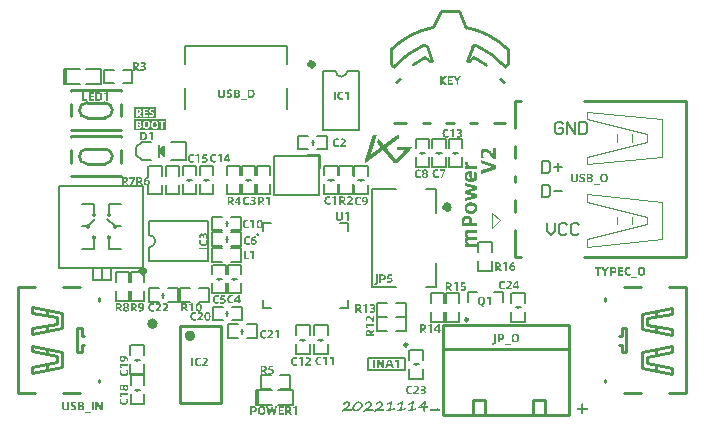
<source format=gto>
G04*
G04 #@! TF.GenerationSoftware,Altium Limited,Altium Designer,22.2.1 (43)*
G04*
G04 Layer_Color=65535*
%FSLAX25Y25*%
%MOIN*%
G70*
G04*
G04 #@! TF.SameCoordinates,5917ED16-7F16-4460-A846-6834CAD0EC44*
G04*
G04*
G04 #@! TF.FilePolarity,Positive*
G04*
G01*
G75*
%ADD10C,0.00591*%
%ADD11C,0.00800*%
%ADD12C,0.01968*%
%ADD13C,0.00984*%
%ADD14C,0.00984*%
%ADD15C,0.01000*%
%ADD16C,0.00019*%
%ADD17C,0.00500*%
%ADD18C,0.00600*%
%ADD19C,0.00980*%
%ADD20C,0.00787*%
%ADD21C,0.00591*%
%ADD22C,0.00700*%
%ADD23C,0.00394*%
G36*
X36681Y95000D02*
X26000D01*
Y98659D01*
X36681D01*
Y95000D01*
D02*
G37*
G36*
X33184Y99000D02*
X26000D01*
Y102659D01*
X33184D01*
Y99000D01*
D02*
G37*
G36*
X127272Y2295D02*
X127329Y2279D01*
X127345D01*
X127378Y2263D01*
X127436Y2246D01*
X127493Y2222D01*
X127509Y2213D01*
X127542Y2205D01*
X127591Y2181D01*
X127649Y2156D01*
X127665Y2148D01*
X127698Y2140D01*
X127739Y2115D01*
X127772Y2099D01*
X127780D01*
X127788Y2090D01*
X127813Y2049D01*
X127821Y2041D01*
X127829Y2033D01*
X127854Y1984D01*
Y1976D01*
X127862Y1959D01*
X127878Y1910D01*
Y1902D01*
X127887Y1885D01*
X127895Y1836D01*
Y1828D01*
Y1812D01*
X127887Y1779D01*
Y1738D01*
X127854Y1656D01*
X127829Y1615D01*
X127796Y1582D01*
X127780Y1566D01*
X127755Y1557D01*
X127723Y1541D01*
X127673Y1525D01*
X127624Y1516D01*
X127550Y1500D01*
X127411D01*
X127370Y1508D01*
X127362D01*
X127329Y1516D01*
X127280Y1533D01*
X127231Y1541D01*
X127222D01*
X127190Y1549D01*
X127149Y1566D01*
X127108Y1574D01*
X127099D01*
X127075Y1582D01*
X127050Y1590D01*
X127009D01*
X126960Y1582D01*
X126903D01*
X126870Y1574D01*
X126812D01*
X126780Y1566D01*
X126607D01*
X126542Y1574D01*
X126525D01*
X126476Y1582D01*
X126411D01*
X126337Y1590D01*
X126320D01*
X126271Y1598D01*
X126115D01*
X126074Y1607D01*
X125886D01*
X125796Y1598D01*
X125623D01*
X125509Y1590D01*
X125451D01*
X125418Y1582D01*
X125328D01*
X125222Y1574D01*
X125148D01*
X125082Y1566D01*
X124877D01*
X124803Y1574D01*
X124787D01*
X124746Y1590D01*
X124697Y1598D01*
X124639Y1623D01*
X124631Y1631D01*
X124598Y1648D01*
X124566Y1672D01*
X124533Y1713D01*
X124525Y1721D01*
X124516Y1762D01*
X124508Y1812D01*
X124500Y1877D01*
Y1885D01*
Y1894D01*
X124508Y1935D01*
X124525Y1984D01*
X124557Y2033D01*
X124566Y2041D01*
X124598Y2074D01*
X124639Y2107D01*
X124697Y2140D01*
X124705D01*
X124713Y2148D01*
X124754Y2164D01*
X124820Y2189D01*
X124894Y2213D01*
X124902D01*
X124910Y2222D01*
X124959Y2230D01*
X125025Y2238D01*
X125099Y2246D01*
X125115D01*
X125164Y2254D01*
X125222Y2263D01*
X125304D01*
X125336Y2271D01*
X125435D01*
X125468Y2263D01*
X125525Y2254D01*
X125541D01*
X125574Y2246D01*
X125615Y2238D01*
X125664Y2230D01*
X126173D01*
X126222Y2238D01*
X126484D01*
X126517Y2246D01*
X126599D01*
X126681Y2254D01*
X126698D01*
X126747Y2263D01*
X126804Y2271D01*
X126870Y2279D01*
X126878D01*
X126894Y2287D01*
X126927D01*
X126968Y2295D01*
X127075Y2304D01*
X127231D01*
X127272Y2295D01*
D02*
G37*
G36*
X175386Y4133D02*
X175427Y4116D01*
X175460Y4100D01*
X175501Y4067D01*
X175542Y4026D01*
X175583Y3969D01*
Y3960D01*
X175599Y3944D01*
X175607Y3919D01*
X175624Y3887D01*
X175648Y3813D01*
X175665Y3739D01*
Y3723D01*
Y3682D01*
Y3608D01*
X175657Y3518D01*
Y3509D01*
Y3493D01*
Y3468D01*
X175648Y3436D01*
X175640Y3345D01*
X175632Y3247D01*
Y3239D01*
Y3222D01*
Y3198D01*
X175624Y3165D01*
X175616Y3083D01*
X175607Y2993D01*
Y2985D01*
Y2976D01*
Y2927D01*
X175599Y2878D01*
Y2837D01*
Y2722D01*
Y2714D01*
Y2706D01*
Y2657D01*
Y2648D01*
Y2632D01*
Y2607D01*
X175607Y2566D01*
X176190D01*
X176239Y2575D01*
X176690D01*
X176796Y2566D01*
X176903Y2550D01*
X176911D01*
X176928Y2542D01*
X176977Y2534D01*
X177042Y2509D01*
X177108Y2468D01*
X177116Y2460D01*
X177149Y2427D01*
X177182Y2378D01*
X177206Y2312D01*
X177215Y2296D01*
X177223Y2247D01*
X177231Y2181D01*
Y2083D01*
X177198Y2017D01*
X177190Y2009D01*
X177182Y2001D01*
X177149Y1976D01*
X177108Y1951D01*
X177051Y1927D01*
X176977Y1910D01*
X176878Y1894D01*
X176764Y1886D01*
X176632D01*
X176591Y1894D01*
X176526D01*
X176452Y1902D01*
X176436D01*
X176386Y1910D01*
X176321Y1919D01*
X176247Y1927D01*
X176231D01*
X176198Y1935D01*
X175591D01*
Y1919D01*
X175575Y1886D01*
X175566Y1828D01*
X175550Y1763D01*
Y1746D01*
Y1705D01*
X175542Y1640D01*
Y1558D01*
Y1550D01*
Y1509D01*
Y1459D01*
Y1402D01*
Y1254D01*
X175534Y1189D01*
Y1123D01*
Y1115D01*
Y1099D01*
Y1074D01*
Y1033D01*
Y959D01*
Y894D01*
Y885D01*
Y861D01*
Y828D01*
X175525Y812D01*
Y803D01*
Y795D01*
Y787D01*
Y771D01*
Y738D01*
X175517Y705D01*
X175493Y631D01*
X175476Y598D01*
X175452Y566D01*
X175435Y557D01*
X175419Y549D01*
X175394Y533D01*
X175353Y525D01*
X175312Y508D01*
X175255Y500D01*
X175124D01*
X175058Y508D01*
X174992Y516D01*
X174984D01*
X174951Y533D01*
X174910Y549D01*
X174878Y574D01*
X174869Y582D01*
X174853Y607D01*
X174837Y639D01*
X174820Y689D01*
Y705D01*
X174812Y738D01*
X174804Y795D01*
Y861D01*
Y869D01*
Y902D01*
Y951D01*
X174812Y1008D01*
Y1025D01*
X174820Y1066D01*
X174837Y1131D01*
X174845Y1213D01*
Y1222D01*
Y1238D01*
X174853Y1263D01*
Y1295D01*
X174869Y1394D01*
X174878Y1509D01*
Y1517D01*
Y1541D01*
X174886Y1582D01*
Y1632D01*
X174894Y1689D01*
X174902Y1763D01*
X174910Y1845D01*
X174919Y1935D01*
X174623D01*
X174566Y1927D01*
X174271D01*
X173885Y1886D01*
X173836D01*
X173795Y1894D01*
X173738Y1910D01*
X173730Y1919D01*
X173697Y1927D01*
X173656Y1951D01*
X173615Y1984D01*
X173607Y1992D01*
X173590Y2017D01*
X173557Y2050D01*
X173533Y2091D01*
X173525Y2099D01*
X173516Y2132D01*
X173508Y2173D01*
X173500Y2222D01*
Y2230D01*
Y2247D01*
X173508Y2279D01*
X173516Y2320D01*
X173525Y2329D01*
X173533Y2353D01*
X173557Y2386D01*
X173582Y2427D01*
X173590Y2435D01*
X173607Y2460D01*
X173639Y2493D01*
X173680Y2517D01*
X173689Y2525D01*
X173721Y2542D01*
X173754Y2550D01*
X173803Y2558D01*
X173885D01*
X173935Y2550D01*
X174025D01*
X174074Y2542D01*
X174156D01*
X174197Y2534D01*
X174230D01*
X174246Y2525D01*
X174853D01*
X174968Y2542D01*
Y2550D01*
X174976Y2566D01*
Y2624D01*
Y2632D01*
X174984Y2657D01*
Y2706D01*
Y2714D01*
Y2722D01*
Y2763D01*
Y2821D01*
X174976Y2894D01*
Y2903D01*
Y2911D01*
Y2960D01*
X174968Y3034D01*
X174960Y3132D01*
Y3140D01*
Y3149D01*
X174951Y3190D01*
Y3247D01*
X174943Y3296D01*
Y3313D01*
Y3337D01*
Y3378D01*
Y3411D01*
Y3419D01*
Y3436D01*
Y3460D01*
X174935Y3485D01*
Y3493D01*
Y3501D01*
Y3542D01*
Y3550D01*
Y3575D01*
Y3608D01*
X174943Y3673D01*
Y3682D01*
Y3690D01*
X174951Y3739D01*
X174968Y3796D01*
X174984Y3870D01*
Y3878D01*
X174992Y3887D01*
X175017Y3936D01*
X175050Y3993D01*
X175107Y4059D01*
X175124Y4075D01*
X175165Y4100D01*
X175238Y4124D01*
X175337Y4141D01*
X175361D01*
X175386Y4133D01*
D02*
G37*
G36*
X146500Y85588D02*
X145571D01*
X145564Y85595D01*
X145544Y85623D01*
X145517Y85657D01*
X145475Y85704D01*
X145428Y85766D01*
X145373Y85834D01*
X145312Y85916D01*
X145243Y85998D01*
X145093Y86183D01*
X144929Y86374D01*
X144772Y86565D01*
X144615Y86743D01*
X144608Y86750D01*
X144594Y86763D01*
X144574Y86784D01*
X144547Y86818D01*
X144472Y86900D01*
X144383Y87002D01*
X144273Y87111D01*
X144157Y87227D01*
X144041Y87337D01*
X143925Y87439D01*
X143918D01*
X143911Y87453D01*
X143877Y87480D01*
X143823Y87521D01*
X143747Y87576D01*
X143672Y87637D01*
X143584Y87692D01*
X143495Y87747D01*
X143413Y87788D01*
X143399Y87794D01*
X143372Y87801D01*
X143331Y87822D01*
X143276Y87842D01*
X143208Y87856D01*
X143133Y87876D01*
X143058Y87883D01*
X142976Y87890D01*
X142969D01*
X142942D01*
X142901D01*
X142860Y87883D01*
X142750Y87863D01*
X142696Y87842D01*
X142641Y87822D01*
X142634D01*
X142621Y87808D01*
X142593Y87794D01*
X142566Y87781D01*
X142491Y87726D01*
X142429Y87651D01*
X142422Y87644D01*
X142416Y87630D01*
X142402Y87610D01*
X142388Y87576D01*
X142368Y87535D01*
X142354Y87487D01*
X142327Y87378D01*
Y87371D01*
X142320Y87350D01*
X142313Y87316D01*
X142306Y87275D01*
Y87227D01*
X142299Y87173D01*
X142293Y87043D01*
Y86954D01*
X142299Y86893D01*
Y86818D01*
X142306Y86736D01*
X142313Y86640D01*
X142327Y86545D01*
Y86531D01*
X142334Y86497D01*
X142341Y86442D01*
X142354Y86367D01*
X142375Y86271D01*
X142395Y86162D01*
X142416Y86032D01*
X142450Y85896D01*
X141589D01*
Y85903D01*
X141582Y85909D01*
X141576Y85950D01*
X141555Y86012D01*
X141535Y86094D01*
X141514Y86196D01*
X141494Y86305D01*
X141473Y86415D01*
X141453Y86538D01*
Y86551D01*
X141446Y86592D01*
X141439Y86661D01*
X141432Y86743D01*
X141425Y86838D01*
X141419Y86954D01*
X141412Y87077D01*
Y87275D01*
X141419Y87330D01*
X141425Y87398D01*
X141432Y87480D01*
X141439Y87562D01*
X141460Y87658D01*
X141500Y87863D01*
X141562Y88068D01*
X141603Y88177D01*
X141651Y88279D01*
X141712Y88375D01*
X141774Y88464D01*
X141780Y88471D01*
X141787Y88484D01*
X141808Y88505D01*
X141842Y88539D01*
X141876Y88573D01*
X141924Y88614D01*
X141979Y88655D01*
X142040Y88703D01*
X142115Y88744D01*
X142197Y88785D01*
X142286Y88826D01*
X142382Y88860D01*
X142491Y88894D01*
X142607Y88915D01*
X142730Y88928D01*
X142866Y88935D01*
X142873D01*
X142880D01*
X142921D01*
X142982Y88928D01*
X143064D01*
X143153Y88915D01*
X143256Y88901D01*
X143358Y88880D01*
X143467Y88853D01*
X143481Y88846D01*
X143515Y88839D01*
X143570Y88819D01*
X143645Y88785D01*
X143727Y88751D01*
X143830Y88696D01*
X143932Y88635D01*
X144041Y88566D01*
X144055Y88559D01*
X144089Y88532D01*
X144150Y88484D01*
X144232Y88423D01*
X144321Y88341D01*
X144430Y88245D01*
X144547Y88129D01*
X144670Y88006D01*
X144676Y87999D01*
X144683Y87993D01*
X144704Y87972D01*
X144731Y87945D01*
X144758Y87904D01*
X144799Y87863D01*
X144840Y87815D01*
X144895Y87760D01*
X145011Y87624D01*
X145141Y87473D01*
X145291Y87289D01*
X145455Y87091D01*
X145626Y86878D01*
Y89078D01*
X146500D01*
Y85588D01*
D02*
G37*
G36*
Y83444D02*
Y82194D01*
X141487Y80500D01*
Y81627D01*
X145282Y82843D01*
X141487Y84093D01*
Y85165D01*
X146500Y83444D01*
D02*
G37*
G36*
X123127Y4817D02*
X123192Y4800D01*
X123258Y4773D01*
X123263D01*
X123269Y4768D01*
X123296Y4740D01*
X123323Y4702D01*
X123329Y4680D01*
X123334Y4653D01*
Y4647D01*
X123329Y4631D01*
X123318Y4604D01*
X123307Y4566D01*
Y4555D01*
X123302Y4533D01*
X123291Y4495D01*
X123274Y4445D01*
Y4440D01*
Y4434D01*
X123263Y4402D01*
X123252Y4358D01*
X123236Y4304D01*
Y4298D01*
Y4293D01*
X123225Y4260D01*
X123214Y4222D01*
X123203Y4178D01*
Y4172D01*
X123192Y4145D01*
X123181Y4112D01*
X123170Y4069D01*
X123154Y4014D01*
X123132Y3960D01*
X123100Y3839D01*
Y3834D01*
X123094Y3812D01*
X123089Y3779D01*
X123078Y3741D01*
X123067Y3697D01*
X123056Y3648D01*
X123034Y3539D01*
Y3534D01*
X123029Y3517D01*
Y3490D01*
X123023Y3452D01*
X123012Y3413D01*
X123007Y3364D01*
X122990Y3272D01*
Y3266D01*
Y3250D01*
X122985Y3228D01*
X122979Y3195D01*
X122968Y3124D01*
X122952Y3042D01*
X123007D01*
X123067Y3037D01*
X123143Y3031D01*
X123220D01*
X123258Y3026D01*
X123493D01*
X123580Y3015D01*
X123624Y3009D01*
X123662Y3004D01*
X123667D01*
X123678Y2998D01*
X123700Y2993D01*
X123722Y2988D01*
X123771Y2966D01*
X123820Y2939D01*
X123831Y2933D01*
X123848Y2906D01*
X123875Y2873D01*
X123891Y2824D01*
Y2818D01*
X123897Y2813D01*
X123902Y2780D01*
X123908Y2731D01*
X123913Y2671D01*
Y2665D01*
Y2649D01*
X123902Y2622D01*
X123891Y2595D01*
X123886Y2589D01*
X123880Y2573D01*
X123864Y2551D01*
X123842Y2523D01*
X123837Y2518D01*
X123820Y2507D01*
X123798Y2496D01*
X123766Y2480D01*
X123760D01*
X123738Y2474D01*
X123711Y2469D01*
X123678Y2463D01*
X123645D01*
X123624Y2469D01*
X123575Y2480D01*
X123525Y2496D01*
X123520D01*
X123504Y2502D01*
X123482Y2513D01*
X123454Y2523D01*
X123416Y2529D01*
X123372Y2540D01*
X123269Y2562D01*
X123263D01*
X123247Y2567D01*
X123214D01*
X123181Y2573D01*
X123138Y2578D01*
X123089D01*
X122985Y2584D01*
X122870D01*
Y2578D01*
X122865Y2567D01*
X122859Y2545D01*
X122854Y2513D01*
X122843Y2442D01*
X122827Y2360D01*
Y2354D01*
Y2343D01*
X122821Y2321D01*
Y2294D01*
X122816Y2229D01*
Y2152D01*
Y2147D01*
Y2125D01*
X122810Y2092D01*
Y2059D01*
Y2054D01*
Y2032D01*
Y2005D01*
Y1972D01*
Y1967D01*
Y1950D01*
Y1928D01*
Y1896D01*
Y1857D01*
Y1814D01*
X122816Y1710D01*
X122827Y1699D01*
X122843Y1677D01*
X122876Y1639D01*
X122903Y1595D01*
X122908Y1584D01*
X122925Y1563D01*
X122936Y1535D01*
X122941Y1508D01*
Y1497D01*
X122936Y1475D01*
X122930Y1437D01*
X122908Y1399D01*
X122903Y1388D01*
X122887Y1366D01*
X122865Y1333D01*
X122832Y1300D01*
X122827Y1295D01*
X122805Y1279D01*
X122772Y1257D01*
X122734Y1235D01*
X122723Y1230D01*
X122701Y1224D01*
X122663Y1213D01*
X122625Y1208D01*
X122581D01*
X122543Y1213D01*
X122532D01*
X122510Y1219D01*
X122477Y1230D01*
X122439Y1240D01*
X122428Y1246D01*
X122406Y1251D01*
X122373Y1273D01*
X122335Y1295D01*
X122330Y1300D01*
X122308Y1317D01*
X122286Y1350D01*
X122264Y1388D01*
Y1393D01*
X122259Y1410D01*
X122253Y1431D01*
X122248Y1459D01*
X122237Y1530D01*
X122231Y1612D01*
Y1623D01*
Y1644D01*
Y1683D01*
Y1732D01*
Y1737D01*
Y1748D01*
Y1765D01*
X122237Y1786D01*
Y1836D01*
X122242Y1901D01*
Y1907D01*
Y1917D01*
X122248Y1934D01*
Y1956D01*
X122253Y2010D01*
X122259Y2070D01*
Y2076D01*
Y2081D01*
X122264Y2114D01*
Y2158D01*
X122270Y2190D01*
Y2196D01*
Y2207D01*
Y2223D01*
X122275Y2251D01*
Y2311D01*
X122281Y2376D01*
Y2382D01*
Y2393D01*
X122286Y2409D01*
Y2436D01*
X122297Y2496D01*
X122308Y2562D01*
X122144D01*
X122068Y2556D01*
X121986Y2551D01*
X121904Y2545D01*
X121822Y2540D01*
X121811D01*
X121789Y2534D01*
X121751Y2529D01*
X121702Y2523D01*
X121647Y2518D01*
X121587Y2507D01*
X121473Y2480D01*
X121467D01*
X121445Y2474D01*
X121412Y2463D01*
X121369Y2452D01*
X121320Y2442D01*
X121259Y2431D01*
X121139Y2409D01*
X121134D01*
X121112Y2403D01*
X121085D01*
X121041Y2398D01*
X120997Y2393D01*
X120948D01*
X120845Y2387D01*
X120817D01*
X120784Y2393D01*
X120752Y2403D01*
X120746Y2409D01*
X120724Y2420D01*
X120692Y2436D01*
X120659Y2452D01*
X120653Y2458D01*
X120632Y2474D01*
X120604Y2496D01*
X120572Y2523D01*
X120566Y2529D01*
X120544Y2551D01*
X120522Y2573D01*
X120495Y2605D01*
Y2611D01*
X120506Y2633D01*
X120522Y2665D01*
X120550Y2709D01*
Y2715D01*
X120555Y2720D01*
X120577Y2753D01*
X120610Y2796D01*
X120653Y2851D01*
X120659Y2857D01*
X120664Y2862D01*
X120681Y2878D01*
X120697Y2900D01*
X120741Y2949D01*
X120801Y3009D01*
X120806Y3015D01*
X120817Y3026D01*
X120834Y3042D01*
X120855Y3064D01*
X120905Y3119D01*
X120970Y3179D01*
X120976Y3184D01*
X120986Y3195D01*
X121003Y3212D01*
X121025Y3228D01*
X121079Y3283D01*
X121145Y3342D01*
X121150Y3348D01*
X121161Y3359D01*
X121178Y3370D01*
X121200Y3392D01*
X121254Y3441D01*
X121314Y3490D01*
X121320D01*
X121325Y3501D01*
X121358Y3523D01*
X121402Y3561D01*
X121461Y3610D01*
X121527Y3665D01*
X121598Y3725D01*
X121669Y3785D01*
X121734Y3839D01*
X121740Y3845D01*
X121767Y3867D01*
X121800Y3894D01*
X121838Y3927D01*
X121887Y3965D01*
X121942Y4009D01*
X122040Y4090D01*
X122046Y4096D01*
X122062Y4107D01*
X122084Y4129D01*
X122111Y4156D01*
X122177Y4211D01*
X122242Y4265D01*
X122248Y4271D01*
X122259Y4276D01*
X122292Y4304D01*
X122330Y4342D01*
X122373Y4374D01*
X122384Y4380D01*
X122406Y4402D01*
X122433Y4418D01*
X122461Y4440D01*
X122466Y4445D01*
X122483Y4456D01*
X122521Y4484D01*
X122526Y4489D01*
X122554Y4505D01*
X122586Y4533D01*
X122635Y4571D01*
X122641Y4577D01*
X122646Y4582D01*
X122679Y4609D01*
X122728Y4647D01*
X122783Y4686D01*
X122788D01*
X122799Y4697D01*
X122810Y4707D01*
X122832Y4718D01*
X122881Y4746D01*
X122936Y4778D01*
X122941D01*
X122947Y4784D01*
X122979Y4800D01*
X123018Y4817D01*
X123050Y4822D01*
X123094D01*
X123127Y4817D01*
D02*
G37*
G36*
X107986Y4658D02*
X108030Y4653D01*
X108084Y4642D01*
X108139Y4631D01*
X108199Y4609D01*
X108259Y4582D01*
X108265Y4577D01*
X108287Y4566D01*
X108319Y4549D01*
X108358Y4527D01*
X108401Y4500D01*
X108450Y4462D01*
X108505Y4424D01*
X108554Y4374D01*
X108560Y4369D01*
X108576Y4353D01*
X108603Y4325D01*
X108631Y4293D01*
X108669Y4249D01*
X108702Y4200D01*
X108773Y4090D01*
X108778Y4085D01*
X108783Y4063D01*
X108800Y4036D01*
X108816Y3998D01*
X108827Y3949D01*
X108844Y3899D01*
X108849Y3839D01*
X108854Y3785D01*
Y3779D01*
Y3768D01*
Y3746D01*
X108849Y3725D01*
Y3692D01*
X108844Y3654D01*
X108827Y3572D01*
Y3566D01*
X108822Y3550D01*
X108816Y3528D01*
X108805Y3495D01*
X108789Y3457D01*
X108773Y3413D01*
X108745Y3364D01*
X108718Y3315D01*
X108712Y3310D01*
X108707Y3293D01*
X108691Y3266D01*
X108669Y3239D01*
X108642Y3195D01*
X108614Y3157D01*
X108543Y3059D01*
X108538Y3053D01*
X108527Y3037D01*
X108510Y3009D01*
X108483Y2977D01*
X108456Y2939D01*
X108423Y2895D01*
X108347Y2802D01*
X108341Y2796D01*
X108325Y2780D01*
X108303Y2758D01*
X108270Y2726D01*
X108232Y2687D01*
X108188Y2644D01*
X108090Y2551D01*
X108084Y2545D01*
X108068Y2529D01*
X108035Y2507D01*
X107997Y2480D01*
X107954Y2442D01*
X107904Y2403D01*
X107790Y2321D01*
X107784Y2316D01*
X107762Y2305D01*
X107735Y2283D01*
X107691Y2256D01*
X107648Y2223D01*
X107593Y2190D01*
X107473Y2114D01*
X107468Y2108D01*
X107446Y2098D01*
X107413Y2081D01*
X107375Y2059D01*
X107326Y2032D01*
X107271Y2005D01*
X107156Y1950D01*
X107162D01*
X107173Y1956D01*
X107184D01*
X107205Y1961D01*
X107260Y1967D01*
X107331Y1977D01*
X107336D01*
X107347Y1983D01*
X107369D01*
X107397Y1988D01*
X107429D01*
X107468Y1994D01*
X107555Y1999D01*
X107577D01*
X107599Y2005D01*
X107631D01*
X107670Y2010D01*
X107708D01*
X107801Y2016D01*
X107850D01*
X107877Y2021D01*
X108106D01*
X108166Y2016D01*
X108237Y2010D01*
X108254D01*
X108276Y2005D01*
X108298D01*
X108363Y1994D01*
X108434Y1983D01*
X108450D01*
X108472Y1977D01*
X108494D01*
X108554Y1972D01*
X108620Y1961D01*
X108636D01*
X108652Y1956D01*
X108674D01*
X108729Y1950D01*
X108827D01*
X108860Y1956D01*
X108893Y1961D01*
X108904D01*
X108925Y1967D01*
X108953Y1977D01*
X108985Y1983D01*
X108991D01*
X109013Y1988D01*
X109035Y1994D01*
X109062Y1999D01*
X109067D01*
X109089Y2005D01*
X109111Y2010D01*
X109149D01*
X109171Y2005D01*
X109198Y1999D01*
X109231Y1983D01*
X109237Y1977D01*
X109258Y1967D01*
X109280Y1950D01*
X109308Y1923D01*
X109313Y1917D01*
X109329Y1901D01*
X109346Y1879D01*
X109362Y1846D01*
X109368Y1841D01*
X109373Y1825D01*
X109379Y1803D01*
X109384Y1781D01*
Y1770D01*
X109379Y1743D01*
X109373Y1699D01*
X109351Y1639D01*
X109346Y1633D01*
X109335Y1612D01*
X109313Y1584D01*
X109280Y1557D01*
X109269Y1552D01*
X109248Y1535D01*
X109209Y1513D01*
X109160Y1486D01*
X109155D01*
X109149Y1481D01*
X109116Y1470D01*
X109062Y1453D01*
X109002Y1437D01*
X108985D01*
X108969Y1431D01*
X108947D01*
X108887Y1426D01*
X108811Y1421D01*
X108674D01*
X108603Y1426D01*
X108587D01*
X108554Y1431D01*
X108505Y1442D01*
X108461Y1453D01*
X108456D01*
X108445Y1459D01*
X108429D01*
X108407Y1464D01*
X108347Y1481D01*
X108270Y1492D01*
X108265D01*
X108254Y1497D01*
X108232D01*
X108205Y1503D01*
X108172Y1508D01*
X108134D01*
X108046Y1519D01*
X108041D01*
X108025Y1524D01*
X108003D01*
X107970Y1530D01*
X107932D01*
X107888Y1535D01*
X107795Y1541D01*
X107752D01*
X107719Y1546D01*
X107451D01*
X107413Y1541D01*
X107320Y1535D01*
X107298D01*
X107271Y1530D01*
X107238D01*
X107200Y1524D01*
X107151Y1519D01*
X107053Y1503D01*
X107047D01*
X107031Y1497D01*
X107003Y1492D01*
X106971Y1486D01*
X106894Y1470D01*
X106807Y1442D01*
X106801D01*
X106790Y1437D01*
X106769Y1426D01*
X106741Y1415D01*
X106681Y1388D01*
X106627Y1350D01*
X106621Y1344D01*
X106599Y1322D01*
X106567Y1295D01*
X106539Y1262D01*
X106534Y1257D01*
X106518Y1235D01*
X106490Y1213D01*
X106463Y1191D01*
X106457Y1186D01*
X106441Y1175D01*
X106414Y1164D01*
X106376Y1153D01*
X106365D01*
X106343Y1148D01*
X106305Y1142D01*
X106250Y1137D01*
X106239D01*
X106206Y1142D01*
X106163Y1148D01*
X106114Y1164D01*
X106064Y1191D01*
X106021Y1235D01*
X105988Y1290D01*
X105982Y1328D01*
X105977Y1366D01*
Y1371D01*
Y1382D01*
Y1404D01*
X105982Y1431D01*
X105993Y1492D01*
X106010Y1563D01*
Y1568D01*
X106015Y1579D01*
X106026Y1595D01*
X106037Y1617D01*
X106070Y1672D01*
X106108Y1732D01*
X106114Y1737D01*
X106119Y1748D01*
X106146Y1781D01*
X106190Y1830D01*
X106245Y1879D01*
X106250Y1885D01*
X106261Y1890D01*
X106277Y1901D01*
X106294Y1917D01*
X106348Y1956D01*
X106408Y1999D01*
X106414Y2005D01*
X106430Y2016D01*
X106452Y2032D01*
X106485Y2054D01*
X106523Y2081D01*
X106572Y2108D01*
X106670Y2169D01*
X106676Y2174D01*
X106698Y2185D01*
X106725Y2201D01*
X106763Y2223D01*
X106807Y2245D01*
X106856Y2272D01*
X106965Y2338D01*
X106971Y2343D01*
X106992Y2354D01*
X107020Y2371D01*
X107058Y2398D01*
X107102Y2425D01*
X107151Y2458D01*
X107255Y2529D01*
X107260Y2534D01*
X107276Y2545D01*
X107304Y2567D01*
X107342Y2589D01*
X107380Y2622D01*
X107424Y2655D01*
X107517Y2731D01*
X107522Y2736D01*
X107533Y2747D01*
X107550Y2764D01*
X107577Y2786D01*
X107626Y2835D01*
X107680Y2884D01*
X107686Y2889D01*
X107691Y2895D01*
X107724Y2922D01*
X107762Y2960D01*
X107801Y2998D01*
X107811Y3009D01*
X107828Y3026D01*
X107855Y3059D01*
X107882Y3086D01*
X107888Y3091D01*
X107904Y3113D01*
X107926Y3140D01*
X107948Y3168D01*
Y3173D01*
X107959Y3179D01*
X107981Y3212D01*
X108014Y3255D01*
X108052Y3310D01*
Y3315D01*
X108063Y3321D01*
X108079Y3353D01*
X108112Y3397D01*
X108139Y3446D01*
Y3452D01*
X108145Y3457D01*
X108166Y3490D01*
X108183Y3528D01*
X108205Y3577D01*
Y3583D01*
X108210Y3588D01*
X108216Y3621D01*
X108221Y3665D01*
X108227Y3714D01*
Y3719D01*
Y3730D01*
Y3746D01*
X108221Y3768D01*
X108210Y3818D01*
X108188Y3878D01*
Y3883D01*
X108183Y3894D01*
X108166Y3927D01*
X108134Y3970D01*
X108090Y4014D01*
Y4020D01*
X108079Y4025D01*
X108046Y4047D01*
X108003Y4080D01*
X107937Y4107D01*
X107932D01*
X107921Y4112D01*
X107904Y4118D01*
X107882Y4129D01*
X107817Y4140D01*
X107741Y4145D01*
X107724D01*
X107697Y4140D01*
X107664Y4129D01*
X107620Y4112D01*
X107566Y4085D01*
X107500Y4052D01*
X107418Y4009D01*
X107413D01*
X107407Y4003D01*
X107375Y3981D01*
X107326Y3954D01*
X107276Y3921D01*
X107271D01*
X107265Y3916D01*
X107238Y3894D01*
X107200Y3867D01*
X107156Y3834D01*
X107145Y3828D01*
X107124Y3807D01*
X107091Y3779D01*
X107053Y3746D01*
X107047Y3741D01*
X107025Y3719D01*
X106992Y3686D01*
X106960Y3648D01*
X106954Y3643D01*
X106943Y3626D01*
X106922Y3605D01*
X106900Y3583D01*
X106894Y3577D01*
X106878Y3572D01*
X106856Y3555D01*
X106823Y3545D01*
X106818D01*
X106796Y3539D01*
X106769Y3534D01*
X106730Y3523D01*
X106698D01*
X106659Y3517D01*
X106605D01*
X106583Y3523D01*
X106550Y3534D01*
X106518Y3555D01*
X106512Y3561D01*
X106490Y3583D01*
X106468Y3610D01*
X106441Y3643D01*
X106436Y3654D01*
X106425Y3676D01*
X106403Y3714D01*
X106386Y3752D01*
Y3757D01*
Y3763D01*
X106381Y3785D01*
X106376Y3818D01*
X106370Y3850D01*
Y3861D01*
X106376Y3878D01*
X106381Y3905D01*
X106392Y3932D01*
X106397Y3938D01*
X106408Y3954D01*
X106430Y3976D01*
X106457Y3998D01*
X106463Y4003D01*
X106485Y4020D01*
X106518Y4047D01*
X106561Y4074D01*
X106567D01*
X106572Y4080D01*
X106599Y4101D01*
X106649Y4134D01*
X106703Y4172D01*
X106709Y4178D01*
X106725Y4189D01*
X106747Y4205D01*
X106774Y4227D01*
X106845Y4276D01*
X106922Y4325D01*
X106927Y4331D01*
X106938Y4336D01*
X106960Y4353D01*
X106987Y4369D01*
X107047Y4407D01*
X107118Y4451D01*
X107124D01*
X107134Y4462D01*
X107151Y4473D01*
X107178Y4484D01*
X107233Y4511D01*
X107298Y4544D01*
X107304D01*
X107315Y4549D01*
X107331Y4560D01*
X107358Y4571D01*
X107418Y4593D01*
X107495Y4615D01*
X107500D01*
X107511Y4620D01*
X107528Y4626D01*
X107550Y4631D01*
X107604Y4642D01*
X107680Y4653D01*
X107702D01*
X107724Y4658D01*
X107790D01*
X107828Y4664D01*
X107954D01*
X107986Y4658D01*
D02*
G37*
G36*
X104361D02*
X104404Y4653D01*
X104459Y4642D01*
X104514Y4631D01*
X104574Y4609D01*
X104634Y4582D01*
X104639Y4577D01*
X104661Y4566D01*
X104694Y4549D01*
X104732Y4527D01*
X104776Y4500D01*
X104825Y4462D01*
X104879Y4424D01*
X104929Y4374D01*
X104934Y4369D01*
X104950Y4353D01*
X104978Y4325D01*
X105005Y4293D01*
X105043Y4249D01*
X105076Y4200D01*
X105147Y4090D01*
X105152Y4085D01*
X105158Y4063D01*
X105174Y4036D01*
X105191Y3998D01*
X105202Y3949D01*
X105218Y3899D01*
X105224Y3839D01*
X105229Y3785D01*
Y3779D01*
Y3768D01*
Y3746D01*
X105224Y3725D01*
Y3692D01*
X105218Y3654D01*
X105202Y3572D01*
Y3566D01*
X105196Y3550D01*
X105191Y3528D01*
X105180Y3495D01*
X105163Y3457D01*
X105147Y3413D01*
X105120Y3364D01*
X105093Y3315D01*
X105087Y3310D01*
X105081Y3293D01*
X105065Y3266D01*
X105043Y3239D01*
X105016Y3195D01*
X104989Y3157D01*
X104918Y3059D01*
X104912Y3053D01*
X104901Y3037D01*
X104885Y3009D01*
X104858Y2977D01*
X104830Y2939D01*
X104798Y2895D01*
X104721Y2802D01*
X104716Y2796D01*
X104699Y2780D01*
X104677Y2758D01*
X104645Y2726D01*
X104606Y2687D01*
X104563Y2644D01*
X104465Y2551D01*
X104459Y2545D01*
X104443Y2529D01*
X104410Y2507D01*
X104372Y2480D01*
X104328Y2442D01*
X104279Y2403D01*
X104164Y2321D01*
X104159Y2316D01*
X104137Y2305D01*
X104110Y2283D01*
X104066Y2256D01*
X104022Y2223D01*
X103968Y2190D01*
X103848Y2114D01*
X103842Y2108D01*
X103820Y2098D01*
X103788Y2081D01*
X103749Y2059D01*
X103700Y2032D01*
X103646Y2005D01*
X103531Y1950D01*
X103536D01*
X103547Y1956D01*
X103558D01*
X103580Y1961D01*
X103635Y1967D01*
X103706Y1977D01*
X103711D01*
X103722Y1983D01*
X103744D01*
X103771Y1988D01*
X103804D01*
X103842Y1994D01*
X103929Y1999D01*
X103951D01*
X103973Y2005D01*
X104006D01*
X104044Y2010D01*
X104082D01*
X104175Y2016D01*
X104224D01*
X104252Y2021D01*
X104481D01*
X104541Y2016D01*
X104612Y2010D01*
X104628D01*
X104650Y2005D01*
X104672D01*
X104738Y1994D01*
X104808Y1983D01*
X104825D01*
X104847Y1977D01*
X104869D01*
X104929Y1972D01*
X104994Y1961D01*
X105011D01*
X105027Y1956D01*
X105049D01*
X105103Y1950D01*
X105202D01*
X105234Y1956D01*
X105267Y1961D01*
X105278D01*
X105300Y1967D01*
X105327Y1977D01*
X105360Y1983D01*
X105366D01*
X105387Y1988D01*
X105409Y1994D01*
X105436Y1999D01*
X105442D01*
X105464Y2005D01*
X105486Y2010D01*
X105524D01*
X105546Y2005D01*
X105573Y1999D01*
X105606Y1983D01*
X105611Y1977D01*
X105633Y1967D01*
X105655Y1950D01*
X105682Y1923D01*
X105688Y1917D01*
X105704Y1901D01*
X105720Y1879D01*
X105737Y1846D01*
X105742Y1841D01*
X105748Y1825D01*
X105753Y1803D01*
X105759Y1781D01*
Y1770D01*
X105753Y1743D01*
X105748Y1699D01*
X105726Y1639D01*
X105720Y1633D01*
X105709Y1612D01*
X105688Y1584D01*
X105655Y1557D01*
X105644Y1552D01*
X105622Y1535D01*
X105584Y1513D01*
X105535Y1486D01*
X105529D01*
X105524Y1481D01*
X105491Y1470D01*
X105436Y1453D01*
X105376Y1437D01*
X105360D01*
X105344Y1431D01*
X105322D01*
X105262Y1426D01*
X105185Y1421D01*
X105049D01*
X104978Y1426D01*
X104961D01*
X104929Y1431D01*
X104879Y1442D01*
X104836Y1453D01*
X104830D01*
X104820Y1459D01*
X104803D01*
X104781Y1464D01*
X104721Y1481D01*
X104645Y1492D01*
X104639D01*
X104628Y1497D01*
X104606D01*
X104579Y1503D01*
X104546Y1508D01*
X104508D01*
X104421Y1519D01*
X104415D01*
X104399Y1524D01*
X104377D01*
X104344Y1530D01*
X104306D01*
X104262Y1535D01*
X104170Y1541D01*
X104126D01*
X104093Y1546D01*
X103826D01*
X103788Y1541D01*
X103695Y1535D01*
X103673D01*
X103646Y1530D01*
X103613D01*
X103575Y1524D01*
X103525Y1519D01*
X103427Y1503D01*
X103422D01*
X103405Y1497D01*
X103378Y1492D01*
X103345Y1486D01*
X103269Y1470D01*
X103182Y1442D01*
X103176D01*
X103165Y1437D01*
X103143Y1426D01*
X103116Y1415D01*
X103056Y1388D01*
X103001Y1350D01*
X102996Y1344D01*
X102974Y1322D01*
X102941Y1295D01*
X102914Y1262D01*
X102909Y1257D01*
X102892Y1235D01*
X102865Y1213D01*
X102838Y1191D01*
X102832Y1186D01*
X102816Y1175D01*
X102788Y1164D01*
X102750Y1153D01*
X102739D01*
X102717Y1148D01*
X102679Y1142D01*
X102624Y1137D01*
X102614D01*
X102581Y1142D01*
X102537Y1148D01*
X102488Y1164D01*
X102439Y1191D01*
X102395Y1235D01*
X102363Y1290D01*
X102357Y1328D01*
X102351Y1366D01*
Y1371D01*
Y1382D01*
Y1404D01*
X102357Y1431D01*
X102368Y1492D01*
X102384Y1563D01*
Y1568D01*
X102390Y1579D01*
X102401Y1595D01*
X102412Y1617D01*
X102444Y1672D01*
X102483Y1732D01*
X102488Y1737D01*
X102494Y1748D01*
X102521Y1781D01*
X102565Y1830D01*
X102619Y1879D01*
X102624Y1885D01*
X102636Y1890D01*
X102652Y1901D01*
X102668Y1917D01*
X102723Y1956D01*
X102783Y1999D01*
X102788Y2005D01*
X102805Y2016D01*
X102827Y2032D01*
X102859Y2054D01*
X102898Y2081D01*
X102947Y2108D01*
X103045Y2169D01*
X103050Y2174D01*
X103072Y2185D01*
X103100Y2201D01*
X103138Y2223D01*
X103182Y2245D01*
X103231Y2272D01*
X103340Y2338D01*
X103345Y2343D01*
X103367Y2354D01*
X103394Y2371D01*
X103433Y2398D01*
X103476Y2425D01*
X103525Y2458D01*
X103629Y2529D01*
X103635Y2534D01*
X103651Y2545D01*
X103678Y2567D01*
X103717Y2589D01*
X103755Y2622D01*
X103798Y2655D01*
X103891Y2731D01*
X103897Y2736D01*
X103908Y2747D01*
X103924Y2764D01*
X103951Y2786D01*
X104000Y2835D01*
X104055Y2884D01*
X104060Y2889D01*
X104066Y2895D01*
X104099Y2922D01*
X104137Y2960D01*
X104175Y2998D01*
X104186Y3009D01*
X104202Y3026D01*
X104230Y3059D01*
X104257Y3086D01*
X104262Y3091D01*
X104279Y3113D01*
X104301Y3140D01*
X104323Y3168D01*
Y3173D01*
X104333Y3179D01*
X104355Y3212D01*
X104388Y3255D01*
X104426Y3310D01*
Y3315D01*
X104437Y3321D01*
X104454Y3353D01*
X104486Y3397D01*
X104514Y3446D01*
Y3452D01*
X104519Y3457D01*
X104541Y3490D01*
X104557Y3528D01*
X104579Y3577D01*
Y3583D01*
X104585Y3588D01*
X104590Y3621D01*
X104596Y3665D01*
X104601Y3714D01*
Y3719D01*
Y3730D01*
Y3746D01*
X104596Y3768D01*
X104585Y3818D01*
X104563Y3878D01*
Y3883D01*
X104557Y3894D01*
X104541Y3927D01*
X104508Y3970D01*
X104465Y4014D01*
Y4020D01*
X104454Y4025D01*
X104421Y4047D01*
X104377Y4080D01*
X104312Y4107D01*
X104306D01*
X104295Y4112D01*
X104279Y4118D01*
X104257Y4129D01*
X104192Y4140D01*
X104115Y4145D01*
X104099D01*
X104071Y4140D01*
X104039Y4129D01*
X103995Y4112D01*
X103940Y4085D01*
X103875Y4052D01*
X103793Y4009D01*
X103788D01*
X103782Y4003D01*
X103749Y3981D01*
X103700Y3954D01*
X103651Y3921D01*
X103646D01*
X103640Y3916D01*
X103613Y3894D01*
X103575Y3867D01*
X103531Y3834D01*
X103520Y3828D01*
X103498Y3807D01*
X103465Y3779D01*
X103427Y3746D01*
X103422Y3741D01*
X103400Y3719D01*
X103367Y3686D01*
X103334Y3648D01*
X103329Y3643D01*
X103318Y3626D01*
X103296Y3605D01*
X103274Y3583D01*
X103269Y3577D01*
X103252Y3572D01*
X103231Y3555D01*
X103198Y3545D01*
X103192D01*
X103171Y3539D01*
X103143Y3534D01*
X103105Y3523D01*
X103072D01*
X103034Y3517D01*
X102979D01*
X102958Y3523D01*
X102925Y3534D01*
X102892Y3555D01*
X102887Y3561D01*
X102865Y3583D01*
X102843Y3610D01*
X102816Y3643D01*
X102810Y3654D01*
X102799Y3676D01*
X102777Y3714D01*
X102761Y3752D01*
Y3757D01*
Y3763D01*
X102756Y3785D01*
X102750Y3818D01*
X102745Y3850D01*
Y3861D01*
X102750Y3878D01*
X102756Y3905D01*
X102767Y3932D01*
X102772Y3938D01*
X102783Y3954D01*
X102805Y3976D01*
X102832Y3998D01*
X102838Y4003D01*
X102859Y4020D01*
X102892Y4047D01*
X102936Y4074D01*
X102941D01*
X102947Y4080D01*
X102974Y4101D01*
X103023Y4134D01*
X103078Y4172D01*
X103083Y4178D01*
X103100Y4189D01*
X103121Y4205D01*
X103149Y4227D01*
X103220Y4276D01*
X103296Y4325D01*
X103302Y4331D01*
X103313Y4336D01*
X103334Y4353D01*
X103362Y4369D01*
X103422Y4407D01*
X103493Y4451D01*
X103498D01*
X103509Y4462D01*
X103525Y4473D01*
X103553Y4484D01*
X103607Y4511D01*
X103673Y4544D01*
X103678D01*
X103689Y4549D01*
X103706Y4560D01*
X103733Y4571D01*
X103793Y4593D01*
X103869Y4615D01*
X103875D01*
X103886Y4620D01*
X103902Y4626D01*
X103924Y4631D01*
X103979Y4642D01*
X104055Y4653D01*
X104077D01*
X104099Y4658D01*
X104164D01*
X104202Y4664D01*
X104328D01*
X104361Y4658D01*
D02*
G37*
G36*
X97110D02*
X97154Y4653D01*
X97208Y4642D01*
X97263Y4631D01*
X97323Y4609D01*
X97383Y4582D01*
X97388Y4577D01*
X97410Y4566D01*
X97443Y4549D01*
X97481Y4527D01*
X97525Y4500D01*
X97574Y4462D01*
X97629Y4424D01*
X97678Y4374D01*
X97683Y4369D01*
X97700Y4353D01*
X97727Y4325D01*
X97754Y4293D01*
X97792Y4249D01*
X97825Y4200D01*
X97896Y4090D01*
X97902Y4085D01*
X97907Y4063D01*
X97923Y4036D01*
X97940Y3998D01*
X97951Y3949D01*
X97967Y3899D01*
X97973Y3839D01*
X97978Y3785D01*
Y3779D01*
Y3768D01*
Y3746D01*
X97973Y3725D01*
Y3692D01*
X97967Y3654D01*
X97951Y3572D01*
Y3566D01*
X97945Y3550D01*
X97940Y3528D01*
X97929Y3495D01*
X97913Y3457D01*
X97896Y3413D01*
X97869Y3364D01*
X97842Y3315D01*
X97836Y3310D01*
X97831Y3293D01*
X97814Y3266D01*
X97792Y3239D01*
X97765Y3195D01*
X97738Y3157D01*
X97667Y3059D01*
X97661Y3053D01*
X97650Y3037D01*
X97634Y3009D01*
X97607Y2977D01*
X97579Y2939D01*
X97547Y2895D01*
X97470Y2802D01*
X97465Y2796D01*
X97448Y2780D01*
X97427Y2758D01*
X97394Y2726D01*
X97356Y2687D01*
X97312Y2644D01*
X97214Y2551D01*
X97208Y2545D01*
X97192Y2529D01*
X97159Y2507D01*
X97121Y2480D01*
X97077Y2442D01*
X97028Y2403D01*
X96913Y2321D01*
X96908Y2316D01*
X96886Y2305D01*
X96859Y2283D01*
X96815Y2256D01*
X96771Y2223D01*
X96717Y2190D01*
X96597Y2114D01*
X96591Y2108D01*
X96569Y2098D01*
X96537Y2081D01*
X96498Y2059D01*
X96449Y2032D01*
X96395Y2005D01*
X96280Y1950D01*
X96285D01*
X96296Y1956D01*
X96307D01*
X96329Y1961D01*
X96384Y1967D01*
X96455Y1977D01*
X96460D01*
X96471Y1983D01*
X96493D01*
X96520Y1988D01*
X96553D01*
X96591Y1994D01*
X96679Y1999D01*
X96700D01*
X96722Y2005D01*
X96755D01*
X96793Y2010D01*
X96832D01*
X96924Y2016D01*
X96973D01*
X97001Y2021D01*
X97230D01*
X97290Y2016D01*
X97361Y2010D01*
X97378D01*
X97399Y2005D01*
X97421D01*
X97487Y1994D01*
X97558Y1983D01*
X97574D01*
X97596Y1977D01*
X97618D01*
X97678Y1972D01*
X97743Y1961D01*
X97760D01*
X97776Y1956D01*
X97798D01*
X97852Y1950D01*
X97951D01*
X97983Y1956D01*
X98016Y1961D01*
X98027D01*
X98049Y1967D01*
X98076Y1977D01*
X98109Y1983D01*
X98115D01*
X98136Y1988D01*
X98158Y1994D01*
X98186Y1999D01*
X98191D01*
X98213Y2005D01*
X98235Y2010D01*
X98273D01*
X98295Y2005D01*
X98322Y1999D01*
X98355Y1983D01*
X98360Y1977D01*
X98382Y1967D01*
X98404Y1950D01*
X98431Y1923D01*
X98437Y1917D01*
X98453Y1901D01*
X98470Y1879D01*
X98486Y1846D01*
X98491Y1841D01*
X98497Y1825D01*
X98502Y1803D01*
X98508Y1781D01*
Y1770D01*
X98502Y1743D01*
X98497Y1699D01*
X98475Y1639D01*
X98470Y1633D01*
X98459Y1612D01*
X98437Y1584D01*
X98404Y1557D01*
X98393Y1552D01*
X98371Y1535D01*
X98333Y1513D01*
X98284Y1486D01*
X98278D01*
X98273Y1481D01*
X98240Y1470D01*
X98186Y1453D01*
X98125Y1437D01*
X98109D01*
X98093Y1431D01*
X98071D01*
X98011Y1426D01*
X97934Y1421D01*
X97798D01*
X97727Y1426D01*
X97711D01*
X97678Y1431D01*
X97629Y1442D01*
X97585Y1453D01*
X97579D01*
X97569Y1459D01*
X97552D01*
X97530Y1464D01*
X97470Y1481D01*
X97394Y1492D01*
X97388D01*
X97378Y1497D01*
X97356D01*
X97328Y1503D01*
X97296Y1508D01*
X97257D01*
X97170Y1519D01*
X97164D01*
X97148Y1524D01*
X97126D01*
X97094Y1530D01*
X97055D01*
X97012Y1535D01*
X96919Y1541D01*
X96875D01*
X96842Y1546D01*
X96575D01*
X96537Y1541D01*
X96444Y1535D01*
X96422D01*
X96395Y1530D01*
X96362D01*
X96324Y1524D01*
X96275Y1519D01*
X96176Y1503D01*
X96171D01*
X96154Y1497D01*
X96127Y1492D01*
X96094Y1486D01*
X96018Y1470D01*
X95931Y1442D01*
X95925D01*
X95914Y1437D01*
X95892Y1426D01*
X95865Y1415D01*
X95805Y1388D01*
X95750Y1350D01*
X95745Y1344D01*
X95723Y1322D01*
X95690Y1295D01*
X95663Y1262D01*
X95658Y1257D01*
X95641Y1235D01*
X95614Y1213D01*
X95587Y1191D01*
X95581Y1186D01*
X95565Y1175D01*
X95538Y1164D01*
X95499Y1153D01*
X95488D01*
X95467Y1148D01*
X95428Y1142D01*
X95374Y1137D01*
X95363D01*
X95330Y1142D01*
X95286Y1148D01*
X95237Y1164D01*
X95188Y1191D01*
X95144Y1235D01*
X95112Y1290D01*
X95106Y1328D01*
X95101Y1366D01*
Y1371D01*
Y1382D01*
Y1404D01*
X95106Y1431D01*
X95117Y1492D01*
X95133Y1563D01*
Y1568D01*
X95139Y1579D01*
X95150Y1595D01*
X95161Y1617D01*
X95193Y1672D01*
X95232Y1732D01*
X95237Y1737D01*
X95243Y1748D01*
X95270Y1781D01*
X95314Y1830D01*
X95368Y1879D01*
X95374Y1885D01*
X95385Y1890D01*
X95401Y1901D01*
X95417Y1917D01*
X95472Y1956D01*
X95532Y1999D01*
X95538Y2005D01*
X95554Y2016D01*
X95576Y2032D01*
X95608Y2054D01*
X95647Y2081D01*
X95696Y2108D01*
X95794Y2169D01*
X95799Y2174D01*
X95821Y2185D01*
X95849Y2201D01*
X95887Y2223D01*
X95931Y2245D01*
X95980Y2272D01*
X96089Y2338D01*
X96094Y2343D01*
X96116Y2354D01*
X96144Y2371D01*
X96182Y2398D01*
X96225Y2425D01*
X96275Y2458D01*
X96378Y2529D01*
X96384Y2534D01*
X96400Y2545D01*
X96427Y2567D01*
X96466Y2589D01*
X96504Y2622D01*
X96548Y2655D01*
X96640Y2731D01*
X96646Y2736D01*
X96657Y2747D01*
X96673Y2764D01*
X96700Y2786D01*
X96750Y2835D01*
X96804Y2884D01*
X96810Y2889D01*
X96815Y2895D01*
X96848Y2922D01*
X96886Y2960D01*
X96924Y2998D01*
X96935Y3009D01*
X96952Y3026D01*
X96979Y3059D01*
X97006Y3086D01*
X97012Y3091D01*
X97028Y3113D01*
X97050Y3140D01*
X97072Y3168D01*
Y3173D01*
X97083Y3179D01*
X97105Y3212D01*
X97137Y3255D01*
X97176Y3310D01*
Y3315D01*
X97186Y3321D01*
X97203Y3353D01*
X97236Y3397D01*
X97263Y3446D01*
Y3452D01*
X97268Y3457D01*
X97290Y3490D01*
X97307Y3528D01*
X97328Y3577D01*
Y3583D01*
X97334Y3588D01*
X97339Y3621D01*
X97345Y3665D01*
X97350Y3714D01*
Y3719D01*
Y3730D01*
Y3746D01*
X97345Y3768D01*
X97334Y3818D01*
X97312Y3878D01*
Y3883D01*
X97307Y3894D01*
X97290Y3927D01*
X97257Y3970D01*
X97214Y4014D01*
Y4020D01*
X97203Y4025D01*
X97170Y4047D01*
X97126Y4080D01*
X97061Y4107D01*
X97055D01*
X97044Y4112D01*
X97028Y4118D01*
X97006Y4129D01*
X96941Y4140D01*
X96864Y4145D01*
X96848D01*
X96821Y4140D01*
X96788Y4129D01*
X96744Y4112D01*
X96689Y4085D01*
X96624Y4052D01*
X96542Y4009D01*
X96537D01*
X96531Y4003D01*
X96498Y3981D01*
X96449Y3954D01*
X96400Y3921D01*
X96395D01*
X96389Y3916D01*
X96362Y3894D01*
X96324Y3867D01*
X96280Y3834D01*
X96269Y3828D01*
X96247Y3807D01*
X96214Y3779D01*
X96176Y3746D01*
X96171Y3741D01*
X96149Y3719D01*
X96116Y3686D01*
X96083Y3648D01*
X96078Y3643D01*
X96067Y3626D01*
X96045Y3605D01*
X96023Y3583D01*
X96018Y3577D01*
X96002Y3572D01*
X95980Y3555D01*
X95947Y3545D01*
X95942D01*
X95920Y3539D01*
X95892Y3534D01*
X95854Y3523D01*
X95821D01*
X95783Y3517D01*
X95729D01*
X95707Y3523D01*
X95674Y3534D01*
X95641Y3555D01*
X95636Y3561D01*
X95614Y3583D01*
X95592Y3610D01*
X95565Y3643D01*
X95559Y3654D01*
X95548Y3676D01*
X95526Y3714D01*
X95510Y3752D01*
Y3757D01*
Y3763D01*
X95505Y3785D01*
X95499Y3818D01*
X95494Y3850D01*
Y3861D01*
X95499Y3878D01*
X95505Y3905D01*
X95516Y3932D01*
X95521Y3938D01*
X95532Y3954D01*
X95554Y3976D01*
X95581Y3998D01*
X95587Y4003D01*
X95608Y4020D01*
X95641Y4047D01*
X95685Y4074D01*
X95690D01*
X95696Y4080D01*
X95723Y4101D01*
X95772Y4134D01*
X95827Y4172D01*
X95832Y4178D01*
X95849Y4189D01*
X95871Y4205D01*
X95898Y4227D01*
X95969Y4276D01*
X96045Y4325D01*
X96051Y4331D01*
X96062Y4336D01*
X96083Y4353D01*
X96111Y4369D01*
X96171Y4407D01*
X96242Y4451D01*
X96247D01*
X96258Y4462D01*
X96275Y4473D01*
X96302Y4484D01*
X96356Y4511D01*
X96422Y4544D01*
X96427D01*
X96438Y4549D01*
X96455Y4560D01*
X96482Y4571D01*
X96542Y4593D01*
X96618Y4615D01*
X96624D01*
X96635Y4620D01*
X96651Y4626D01*
X96673Y4631D01*
X96728Y4642D01*
X96804Y4653D01*
X96826D01*
X96848Y4658D01*
X96913D01*
X96952Y4664D01*
X97077D01*
X97110Y4658D01*
D02*
G37*
G36*
X118977Y4713D02*
X119004Y4702D01*
X119037Y4686D01*
X119076Y4658D01*
X119108Y4626D01*
X119136Y4582D01*
X119141Y4577D01*
X119147Y4560D01*
X119157Y4538D01*
X119168Y4511D01*
X119190Y4440D01*
X119201Y4407D01*
Y4369D01*
Y4363D01*
Y4353D01*
X119196Y4342D01*
X119190Y4320D01*
X119174Y4265D01*
X119152Y4238D01*
X119130Y4211D01*
Y4200D01*
X119119Y4167D01*
X119108Y4123D01*
X119097Y4063D01*
X119081Y3987D01*
X119065Y3905D01*
X119043Y3818D01*
X119026Y3730D01*
Y3719D01*
X119021Y3692D01*
X119010Y3643D01*
X118999Y3583D01*
X118983Y3506D01*
X118966Y3424D01*
X118950Y3332D01*
X118934Y3239D01*
Y3228D01*
X118928Y3195D01*
X118923Y3151D01*
X118912Y3091D01*
X118901Y3020D01*
X118890Y2944D01*
X118874Y2786D01*
Y2775D01*
X118868Y2753D01*
Y2715D01*
X118863Y2665D01*
X118857Y2611D01*
Y2551D01*
X118852Y2425D01*
Y2420D01*
Y2403D01*
Y2365D01*
X118846Y2316D01*
Y2311D01*
Y2300D01*
Y2283D01*
Y2267D01*
Y2212D01*
Y2147D01*
X118863D01*
X118879Y2152D01*
X118901Y2158D01*
X118961Y2169D01*
X119037Y2185D01*
X119043D01*
X119059Y2190D01*
X119081Y2196D01*
X119108Y2201D01*
X119185Y2223D01*
X119267Y2245D01*
X119272D01*
X119289Y2251D01*
X119310Y2256D01*
X119338Y2267D01*
X119403Y2283D01*
X119474Y2300D01*
X119480D01*
X119491Y2305D01*
X119529Y2316D01*
X119572Y2327D01*
X119589D01*
X119605Y2332D01*
X119622D01*
X119638Y2338D01*
X119660D01*
X119720Y2343D01*
X119785Y2349D01*
X119824D01*
X119851Y2354D01*
X119998D01*
Y2349D01*
X120004Y2343D01*
X120026Y2305D01*
X120042Y2267D01*
X120064Y2223D01*
X120069Y2218D01*
X120075Y2196D01*
X120080Y2163D01*
X120086Y2130D01*
Y2125D01*
Y2108D01*
X120080Y2087D01*
X120075Y2059D01*
X120064Y2032D01*
X120053Y1999D01*
X120031Y1977D01*
X120004Y1956D01*
X119998D01*
X119993Y1950D01*
X119960Y1939D01*
X119916Y1923D01*
X119867Y1901D01*
X119856Y1896D01*
X119829Y1890D01*
X119785Y1874D01*
X119736Y1863D01*
X119725D01*
X119693Y1852D01*
X119643Y1841D01*
X119589Y1830D01*
X119578D01*
X119545Y1825D01*
X119491Y1819D01*
X119430Y1808D01*
X119425D01*
X119409Y1803D01*
X119381D01*
X119349Y1792D01*
X119310Y1786D01*
X119267Y1781D01*
X119168Y1759D01*
X119163D01*
X119147Y1754D01*
X119119Y1748D01*
X119086Y1743D01*
X119048Y1737D01*
X119010Y1726D01*
X118917Y1699D01*
X118928Y1601D01*
Y1595D01*
X118923Y1574D01*
X118906Y1541D01*
X118879Y1508D01*
X118857Y1486D01*
X118830Y1470D01*
X118797Y1453D01*
X118753Y1442D01*
X118710Y1426D01*
X118655Y1421D01*
X118590Y1410D01*
X118513D01*
X118497Y1415D01*
X118475Y1421D01*
X118448Y1431D01*
X118442Y1437D01*
X118431Y1448D01*
X118393Y1475D01*
X118388Y1481D01*
X118382Y1492D01*
X118355Y1524D01*
Y1530D01*
X118349Y1535D01*
X118344Y1541D01*
X118333Y1546D01*
X118311D01*
X118284Y1535D01*
X118240Y1524D01*
X118235D01*
X118229Y1519D01*
X118196Y1513D01*
X118153Y1497D01*
X118098Y1481D01*
X118093D01*
X118087Y1475D01*
X118049Y1470D01*
X118005Y1453D01*
X117951Y1437D01*
X117945D01*
X117940Y1431D01*
X117912Y1426D01*
X117880Y1415D01*
X117847Y1410D01*
X117842D01*
X117825Y1404D01*
X117798Y1399D01*
X117765Y1388D01*
X117683Y1366D01*
X117596Y1350D01*
X117590D01*
X117579Y1344D01*
X117558D01*
X117530Y1339D01*
X117476Y1333D01*
X117416Y1328D01*
X117405D01*
X117367Y1333D01*
X117317Y1339D01*
X117268Y1355D01*
X117257Y1361D01*
X117236Y1371D01*
X117197Y1388D01*
X117165Y1415D01*
X117159Y1421D01*
X117143Y1442D01*
X117121Y1464D01*
X117104Y1497D01*
X117099Y1503D01*
X117094Y1524D01*
X117088Y1552D01*
X117083Y1579D01*
Y1584D01*
Y1590D01*
X117088Y1623D01*
X117104Y1666D01*
X117137Y1705D01*
X117148Y1715D01*
X117175Y1737D01*
X117219Y1765D01*
X117279Y1792D01*
X117285D01*
X117296Y1797D01*
X117317Y1808D01*
X117339Y1814D01*
X117372Y1825D01*
X117410Y1836D01*
X117492Y1857D01*
X117498D01*
X117514Y1863D01*
X117541Y1868D01*
X117574Y1879D01*
X117612Y1885D01*
X117656Y1896D01*
X117754Y1912D01*
X117760D01*
X117776Y1917D01*
X117798Y1923D01*
X117831Y1928D01*
X117869Y1934D01*
X117912Y1945D01*
X118011Y1961D01*
X118016D01*
X118033Y1967D01*
X118060Y1972D01*
X118093Y1983D01*
X118175Y2005D01*
X118262Y2038D01*
Y2043D01*
X118267Y2059D01*
Y2087D01*
X118273Y2114D01*
Y2152D01*
X118278Y2196D01*
X118284Y2289D01*
Y2294D01*
Y2311D01*
X118289Y2332D01*
Y2365D01*
X118295Y2436D01*
X118306Y2507D01*
Y2513D01*
X118311Y2534D01*
Y2562D01*
X118317Y2600D01*
X118322Y2644D01*
X118327Y2693D01*
X118344Y2807D01*
Y2813D01*
X118349Y2835D01*
X118355Y2867D01*
X118360Y2911D01*
X118366Y2960D01*
X118371Y3015D01*
X118388Y3130D01*
Y3135D01*
X118393Y3157D01*
X118398Y3190D01*
X118404Y3233D01*
X118415Y3277D01*
X118420Y3332D01*
X118442Y3446D01*
Y3452D01*
X118448Y3474D01*
X118453Y3501D01*
X118458Y3539D01*
X118475Y3626D01*
X118486Y3714D01*
Y3719D01*
X118491Y3736D01*
Y3757D01*
X118497Y3785D01*
X118508Y3845D01*
X118519Y3905D01*
Y3910D01*
X118524Y3916D01*
X118529Y3943D01*
X118535Y3976D01*
Y3987D01*
Y3992D01*
X118529Y3987D01*
X118508Y3981D01*
X118475Y3960D01*
X118426Y3932D01*
X118420D01*
X118415Y3927D01*
X118382Y3910D01*
X118338Y3883D01*
X118278Y3850D01*
X118273D01*
X118267Y3845D01*
X118229Y3823D01*
X118180Y3796D01*
X118125Y3763D01*
X118120D01*
X118115Y3757D01*
X118082Y3736D01*
X118038Y3714D01*
X118000Y3692D01*
X117994Y3686D01*
X117978Y3681D01*
X117945Y3665D01*
X117902Y3648D01*
X117896D01*
X117891Y3643D01*
X117858Y3637D01*
X117814Y3621D01*
X117760Y3605D01*
X117754D01*
X117749Y3599D01*
X117710Y3594D01*
X117661Y3577D01*
X117607Y3566D01*
X117596D01*
X117563Y3561D01*
X117519Y3555D01*
X117459D01*
X117427Y3561D01*
X117377Y3572D01*
X117328Y3599D01*
X117317Y3610D01*
X117301Y3632D01*
X117279Y3670D01*
X117274Y3697D01*
X117268Y3725D01*
Y3730D01*
Y3741D01*
X117274Y3774D01*
X117285Y3812D01*
X117301Y3850D01*
X117306Y3861D01*
X117328Y3878D01*
X117361Y3910D01*
X117410Y3938D01*
X117416D01*
X117421Y3943D01*
X117438Y3954D01*
X117459Y3965D01*
X117514Y3987D01*
X117585Y4020D01*
X117590D01*
X117601Y4025D01*
X117623Y4036D01*
X117656Y4052D01*
X117689Y4063D01*
X117732Y4085D01*
X117831Y4129D01*
X117836D01*
X117847Y4140D01*
X117869Y4151D01*
X117902Y4167D01*
X117912Y4172D01*
X117940Y4189D01*
X117978Y4211D01*
X118022Y4233D01*
X118027D01*
X118033Y4238D01*
X118065Y4260D01*
X118109Y4282D01*
X118164Y4314D01*
X118169D01*
X118175Y4320D01*
X118213Y4342D01*
X118256Y4369D01*
X118306Y4396D01*
X118311D01*
X118317Y4402D01*
X118344Y4418D01*
X118382Y4440D01*
X118426Y4462D01*
X118437Y4467D01*
X118458Y4478D01*
X118480Y4495D01*
X118502Y4505D01*
X118508D01*
X118513Y4516D01*
X118546Y4533D01*
X118590Y4566D01*
X118639Y4593D01*
X118644D01*
X118650Y4598D01*
X118682Y4615D01*
X118721Y4637D01*
X118764Y4658D01*
X118770D01*
X118775Y4664D01*
X118797Y4675D01*
X118830Y4691D01*
X118863Y4702D01*
X118868Y4707D01*
X118890Y4713D01*
X118906Y4718D01*
X118950D01*
X118977Y4713D01*
D02*
G37*
G36*
X115352D02*
X115379Y4702D01*
X115412Y4686D01*
X115450Y4658D01*
X115483Y4626D01*
X115510Y4582D01*
X115516Y4577D01*
X115521Y4560D01*
X115532Y4538D01*
X115543Y4511D01*
X115565Y4440D01*
X115576Y4407D01*
Y4369D01*
Y4363D01*
Y4353D01*
X115570Y4342D01*
X115565Y4320D01*
X115548Y4265D01*
X115526Y4238D01*
X115505Y4211D01*
Y4200D01*
X115494Y4167D01*
X115483Y4123D01*
X115472Y4063D01*
X115455Y3987D01*
X115439Y3905D01*
X115417Y3818D01*
X115401Y3730D01*
Y3719D01*
X115395Y3692D01*
X115385Y3643D01*
X115374Y3583D01*
X115357Y3506D01*
X115341Y3424D01*
X115324Y3332D01*
X115308Y3239D01*
Y3228D01*
X115303Y3195D01*
X115297Y3151D01*
X115286Y3091D01*
X115275Y3020D01*
X115264Y2944D01*
X115248Y2786D01*
Y2775D01*
X115243Y2753D01*
Y2715D01*
X115237Y2665D01*
X115232Y2611D01*
Y2551D01*
X115226Y2425D01*
Y2420D01*
Y2403D01*
Y2365D01*
X115221Y2316D01*
Y2311D01*
Y2300D01*
Y2283D01*
Y2267D01*
Y2212D01*
Y2147D01*
X115237D01*
X115253Y2152D01*
X115275Y2158D01*
X115335Y2169D01*
X115412Y2185D01*
X115417D01*
X115434Y2190D01*
X115455Y2196D01*
X115483Y2201D01*
X115559Y2223D01*
X115641Y2245D01*
X115647D01*
X115663Y2251D01*
X115685Y2256D01*
X115712Y2267D01*
X115778Y2283D01*
X115849Y2300D01*
X115854D01*
X115865Y2305D01*
X115903Y2316D01*
X115947Y2327D01*
X115963D01*
X115980Y2332D01*
X115996D01*
X116013Y2338D01*
X116034D01*
X116094Y2343D01*
X116160Y2349D01*
X116198D01*
X116225Y2354D01*
X116373D01*
Y2349D01*
X116378Y2343D01*
X116400Y2305D01*
X116417Y2267D01*
X116438Y2223D01*
X116444Y2218D01*
X116449Y2196D01*
X116455Y2163D01*
X116460Y2130D01*
Y2125D01*
Y2108D01*
X116455Y2087D01*
X116449Y2059D01*
X116438Y2032D01*
X116427Y1999D01*
X116406Y1977D01*
X116378Y1956D01*
X116373D01*
X116367Y1950D01*
X116335Y1939D01*
X116291Y1923D01*
X116242Y1901D01*
X116231Y1896D01*
X116204Y1890D01*
X116160Y1874D01*
X116111Y1863D01*
X116100D01*
X116067Y1852D01*
X116018Y1841D01*
X115963Y1830D01*
X115952D01*
X115920Y1825D01*
X115865Y1819D01*
X115805Y1808D01*
X115799D01*
X115783Y1803D01*
X115756D01*
X115723Y1792D01*
X115685Y1786D01*
X115641Y1781D01*
X115543Y1759D01*
X115537D01*
X115521Y1754D01*
X115494Y1748D01*
X115461Y1743D01*
X115423Y1737D01*
X115385Y1726D01*
X115292Y1699D01*
X115303Y1601D01*
Y1595D01*
X115297Y1574D01*
X115281Y1541D01*
X115253Y1508D01*
X115232Y1486D01*
X115204Y1470D01*
X115172Y1453D01*
X115128Y1442D01*
X115084Y1426D01*
X115030Y1421D01*
X114964Y1410D01*
X114888D01*
X114871Y1415D01*
X114849Y1421D01*
X114822Y1431D01*
X114817Y1437D01*
X114806Y1448D01*
X114768Y1475D01*
X114762Y1481D01*
X114757Y1492D01*
X114729Y1524D01*
Y1530D01*
X114724Y1535D01*
X114718Y1541D01*
X114708Y1546D01*
X114686D01*
X114658Y1535D01*
X114615Y1524D01*
X114609D01*
X114604Y1519D01*
X114571Y1513D01*
X114527Y1497D01*
X114473Y1481D01*
X114467D01*
X114462Y1475D01*
X114424Y1470D01*
X114380Y1453D01*
X114325Y1437D01*
X114320D01*
X114314Y1431D01*
X114287Y1426D01*
X114254Y1415D01*
X114222Y1410D01*
X114216D01*
X114200Y1404D01*
X114172Y1399D01*
X114140Y1388D01*
X114058Y1366D01*
X113970Y1350D01*
X113965D01*
X113954Y1344D01*
X113932D01*
X113905Y1339D01*
X113850Y1333D01*
X113790Y1328D01*
X113779D01*
X113741Y1333D01*
X113692Y1339D01*
X113643Y1355D01*
X113632Y1361D01*
X113610Y1371D01*
X113572Y1388D01*
X113539Y1415D01*
X113534Y1421D01*
X113517Y1442D01*
X113495Y1464D01*
X113479Y1497D01*
X113474Y1503D01*
X113468Y1524D01*
X113463Y1552D01*
X113457Y1579D01*
Y1584D01*
Y1590D01*
X113463Y1623D01*
X113479Y1666D01*
X113512Y1705D01*
X113523Y1715D01*
X113550Y1737D01*
X113594Y1765D01*
X113654Y1792D01*
X113659D01*
X113670Y1797D01*
X113692Y1808D01*
X113714Y1814D01*
X113747Y1825D01*
X113785Y1836D01*
X113867Y1857D01*
X113872D01*
X113889Y1863D01*
X113916Y1868D01*
X113949Y1879D01*
X113987Y1885D01*
X114031Y1896D01*
X114129Y1912D01*
X114134D01*
X114151Y1917D01*
X114172Y1923D01*
X114205Y1928D01*
X114243Y1934D01*
X114287Y1945D01*
X114385Y1961D01*
X114391D01*
X114407Y1967D01*
X114435Y1972D01*
X114467Y1983D01*
X114549Y2005D01*
X114637Y2038D01*
Y2043D01*
X114642Y2059D01*
Y2087D01*
X114647Y2114D01*
Y2152D01*
X114653Y2196D01*
X114658Y2289D01*
Y2294D01*
Y2311D01*
X114664Y2332D01*
Y2365D01*
X114669Y2436D01*
X114680Y2507D01*
Y2513D01*
X114686Y2534D01*
Y2562D01*
X114691Y2600D01*
X114697Y2644D01*
X114702Y2693D01*
X114718Y2807D01*
Y2813D01*
X114724Y2835D01*
X114729Y2867D01*
X114735Y2911D01*
X114740Y2960D01*
X114746Y3015D01*
X114762Y3130D01*
Y3135D01*
X114768Y3157D01*
X114773Y3190D01*
X114778Y3233D01*
X114789Y3277D01*
X114795Y3332D01*
X114817Y3446D01*
Y3452D01*
X114822Y3474D01*
X114828Y3501D01*
X114833Y3539D01*
X114849Y3626D01*
X114860Y3714D01*
Y3719D01*
X114866Y3736D01*
Y3757D01*
X114871Y3785D01*
X114882Y3845D01*
X114893Y3905D01*
Y3910D01*
X114899Y3916D01*
X114904Y3943D01*
X114910Y3976D01*
Y3987D01*
Y3992D01*
X114904Y3987D01*
X114882Y3981D01*
X114849Y3960D01*
X114800Y3932D01*
X114795D01*
X114789Y3927D01*
X114757Y3910D01*
X114713Y3883D01*
X114653Y3850D01*
X114647D01*
X114642Y3845D01*
X114604Y3823D01*
X114555Y3796D01*
X114500Y3763D01*
X114495D01*
X114489Y3757D01*
X114456Y3736D01*
X114413Y3714D01*
X114374Y3692D01*
X114369Y3686D01*
X114353Y3681D01*
X114320Y3665D01*
X114276Y3648D01*
X114271D01*
X114265Y3643D01*
X114233Y3637D01*
X114189Y3621D01*
X114134Y3605D01*
X114129D01*
X114123Y3599D01*
X114085Y3594D01*
X114036Y3577D01*
X113981Y3566D01*
X113970D01*
X113938Y3561D01*
X113894Y3555D01*
X113834D01*
X113801Y3561D01*
X113752Y3572D01*
X113703Y3599D01*
X113692Y3610D01*
X113676Y3632D01*
X113654Y3670D01*
X113648Y3697D01*
X113643Y3725D01*
Y3730D01*
Y3741D01*
X113648Y3774D01*
X113659Y3812D01*
X113676Y3850D01*
X113681Y3861D01*
X113703Y3878D01*
X113736Y3910D01*
X113785Y3938D01*
X113790D01*
X113796Y3943D01*
X113812Y3954D01*
X113834Y3965D01*
X113889Y3987D01*
X113960Y4020D01*
X113965D01*
X113976Y4025D01*
X113998Y4036D01*
X114031Y4052D01*
X114063Y4063D01*
X114107Y4085D01*
X114205Y4129D01*
X114211D01*
X114222Y4140D01*
X114243Y4151D01*
X114276Y4167D01*
X114287Y4172D01*
X114314Y4189D01*
X114353Y4211D01*
X114396Y4233D01*
X114402D01*
X114407Y4238D01*
X114440Y4260D01*
X114484Y4282D01*
X114538Y4314D01*
X114544D01*
X114549Y4320D01*
X114587Y4342D01*
X114631Y4369D01*
X114680Y4396D01*
X114686D01*
X114691Y4402D01*
X114718Y4418D01*
X114757Y4440D01*
X114800Y4462D01*
X114811Y4467D01*
X114833Y4478D01*
X114855Y4495D01*
X114877Y4505D01*
X114882D01*
X114888Y4516D01*
X114920Y4533D01*
X114964Y4566D01*
X115013Y4593D01*
X115019D01*
X115024Y4598D01*
X115057Y4615D01*
X115095Y4637D01*
X115139Y4658D01*
X115144D01*
X115150Y4664D01*
X115172Y4675D01*
X115204Y4691D01*
X115237Y4702D01*
X115243Y4707D01*
X115264Y4713D01*
X115281Y4718D01*
X115324D01*
X115352Y4713D01*
D02*
G37*
G36*
X111726D02*
X111754Y4702D01*
X111786Y4686D01*
X111825Y4658D01*
X111857Y4626D01*
X111885Y4582D01*
X111890Y4577D01*
X111896Y4560D01*
X111907Y4538D01*
X111917Y4511D01*
X111939Y4440D01*
X111950Y4407D01*
Y4369D01*
Y4363D01*
Y4353D01*
X111945Y4342D01*
X111939Y4320D01*
X111923Y4265D01*
X111901Y4238D01*
X111879Y4211D01*
Y4200D01*
X111868Y4167D01*
X111857Y4123D01*
X111846Y4063D01*
X111830Y3987D01*
X111814Y3905D01*
X111792Y3818D01*
X111776Y3730D01*
Y3719D01*
X111770Y3692D01*
X111759Y3643D01*
X111748Y3583D01*
X111732Y3506D01*
X111715Y3424D01*
X111699Y3332D01*
X111683Y3239D01*
Y3228D01*
X111677Y3195D01*
X111672Y3151D01*
X111661Y3091D01*
X111650Y3020D01*
X111639Y2944D01*
X111623Y2786D01*
Y2775D01*
X111617Y2753D01*
Y2715D01*
X111612Y2665D01*
X111606Y2611D01*
Y2551D01*
X111601Y2425D01*
Y2420D01*
Y2403D01*
Y2365D01*
X111595Y2316D01*
Y2311D01*
Y2300D01*
Y2283D01*
Y2267D01*
Y2212D01*
Y2147D01*
X111612D01*
X111628Y2152D01*
X111650Y2158D01*
X111710Y2169D01*
X111786Y2185D01*
X111792D01*
X111808Y2190D01*
X111830Y2196D01*
X111857Y2201D01*
X111934Y2223D01*
X112016Y2245D01*
X112021D01*
X112038Y2251D01*
X112059Y2256D01*
X112087Y2267D01*
X112152Y2283D01*
X112223Y2300D01*
X112229D01*
X112240Y2305D01*
X112278Y2316D01*
X112321Y2327D01*
X112338D01*
X112354Y2332D01*
X112371D01*
X112387Y2338D01*
X112409D01*
X112469Y2343D01*
X112534Y2349D01*
X112573D01*
X112600Y2354D01*
X112747D01*
Y2349D01*
X112753Y2343D01*
X112775Y2305D01*
X112791Y2267D01*
X112813Y2223D01*
X112818Y2218D01*
X112824Y2196D01*
X112829Y2163D01*
X112835Y2130D01*
Y2125D01*
Y2108D01*
X112829Y2087D01*
X112824Y2059D01*
X112813Y2032D01*
X112802Y1999D01*
X112780Y1977D01*
X112753Y1956D01*
X112747D01*
X112742Y1950D01*
X112709Y1939D01*
X112665Y1923D01*
X112616Y1901D01*
X112605Y1896D01*
X112578Y1890D01*
X112534Y1874D01*
X112485Y1863D01*
X112474D01*
X112442Y1852D01*
X112392Y1841D01*
X112338Y1830D01*
X112327D01*
X112294Y1825D01*
X112240Y1819D01*
X112180Y1808D01*
X112174D01*
X112158Y1803D01*
X112130D01*
X112098Y1792D01*
X112059Y1786D01*
X112016Y1781D01*
X111917Y1759D01*
X111912D01*
X111896Y1754D01*
X111868Y1748D01*
X111836Y1743D01*
X111797Y1737D01*
X111759Y1726D01*
X111666Y1699D01*
X111677Y1601D01*
Y1595D01*
X111672Y1574D01*
X111655Y1541D01*
X111628Y1508D01*
X111606Y1486D01*
X111579Y1470D01*
X111546Y1453D01*
X111503Y1442D01*
X111459Y1426D01*
X111404Y1421D01*
X111339Y1410D01*
X111262D01*
X111246Y1415D01*
X111224Y1421D01*
X111197Y1431D01*
X111191Y1437D01*
X111180Y1448D01*
X111142Y1475D01*
X111137Y1481D01*
X111131Y1492D01*
X111104Y1524D01*
Y1530D01*
X111099Y1535D01*
X111093Y1541D01*
X111082Y1546D01*
X111060D01*
X111033Y1535D01*
X110989Y1524D01*
X110984D01*
X110978Y1519D01*
X110946Y1513D01*
X110902Y1497D01*
X110847Y1481D01*
X110842D01*
X110836Y1475D01*
X110798Y1470D01*
X110755Y1453D01*
X110700Y1437D01*
X110694D01*
X110689Y1431D01*
X110662Y1426D01*
X110629Y1415D01*
X110596Y1410D01*
X110591D01*
X110574Y1404D01*
X110547Y1399D01*
X110514Y1388D01*
X110432Y1366D01*
X110345Y1350D01*
X110339D01*
X110329Y1344D01*
X110307D01*
X110280Y1339D01*
X110225Y1333D01*
X110165Y1328D01*
X110154D01*
X110116Y1333D01*
X110066Y1339D01*
X110017Y1355D01*
X110006Y1361D01*
X109985Y1371D01*
X109946Y1388D01*
X109914Y1415D01*
X109908Y1421D01*
X109892Y1442D01*
X109870Y1464D01*
X109854Y1497D01*
X109848Y1503D01*
X109843Y1524D01*
X109837Y1552D01*
X109832Y1579D01*
Y1584D01*
Y1590D01*
X109837Y1623D01*
X109854Y1666D01*
X109886Y1705D01*
X109897Y1715D01*
X109925Y1737D01*
X109968Y1765D01*
X110028Y1792D01*
X110034D01*
X110045Y1797D01*
X110066Y1808D01*
X110088Y1814D01*
X110121Y1825D01*
X110159Y1836D01*
X110241Y1857D01*
X110247D01*
X110263Y1863D01*
X110290Y1868D01*
X110323Y1879D01*
X110361Y1885D01*
X110405Y1896D01*
X110503Y1912D01*
X110509D01*
X110525Y1917D01*
X110547Y1923D01*
X110580Y1928D01*
X110618Y1934D01*
X110662Y1945D01*
X110760Y1961D01*
X110765D01*
X110782Y1967D01*
X110809Y1972D01*
X110842Y1983D01*
X110924Y2005D01*
X111011Y2038D01*
Y2043D01*
X111017Y2059D01*
Y2087D01*
X111022Y2114D01*
Y2152D01*
X111028Y2196D01*
X111033Y2289D01*
Y2294D01*
Y2311D01*
X111038Y2332D01*
Y2365D01*
X111044Y2436D01*
X111055Y2507D01*
Y2513D01*
X111060Y2534D01*
Y2562D01*
X111066Y2600D01*
X111071Y2644D01*
X111077Y2693D01*
X111093Y2807D01*
Y2813D01*
X111099Y2835D01*
X111104Y2867D01*
X111109Y2911D01*
X111115Y2960D01*
X111120Y3015D01*
X111137Y3130D01*
Y3135D01*
X111142Y3157D01*
X111148Y3190D01*
X111153Y3233D01*
X111164Y3277D01*
X111169Y3332D01*
X111191Y3446D01*
Y3452D01*
X111197Y3474D01*
X111202Y3501D01*
X111208Y3539D01*
X111224Y3626D01*
X111235Y3714D01*
Y3719D01*
X111240Y3736D01*
Y3757D01*
X111246Y3785D01*
X111257Y3845D01*
X111268Y3905D01*
Y3910D01*
X111273Y3916D01*
X111279Y3943D01*
X111284Y3976D01*
Y3987D01*
Y3992D01*
X111279Y3987D01*
X111257Y3981D01*
X111224Y3960D01*
X111175Y3932D01*
X111169D01*
X111164Y3927D01*
X111131Y3910D01*
X111088Y3883D01*
X111028Y3850D01*
X111022D01*
X111017Y3845D01*
X110978Y3823D01*
X110929Y3796D01*
X110875Y3763D01*
X110869D01*
X110864Y3757D01*
X110831Y3736D01*
X110787Y3714D01*
X110749Y3692D01*
X110744Y3686D01*
X110727Y3681D01*
X110694Y3665D01*
X110651Y3648D01*
X110645D01*
X110640Y3643D01*
X110607Y3637D01*
X110563Y3621D01*
X110509Y3605D01*
X110503D01*
X110498Y3599D01*
X110460Y3594D01*
X110410Y3577D01*
X110356Y3566D01*
X110345D01*
X110312Y3561D01*
X110268Y3555D01*
X110208D01*
X110176Y3561D01*
X110127Y3572D01*
X110077Y3599D01*
X110066Y3610D01*
X110050Y3632D01*
X110028Y3670D01*
X110023Y3697D01*
X110017Y3725D01*
Y3730D01*
Y3741D01*
X110023Y3774D01*
X110034Y3812D01*
X110050Y3850D01*
X110056Y3861D01*
X110077Y3878D01*
X110110Y3910D01*
X110159Y3938D01*
X110165D01*
X110170Y3943D01*
X110187Y3954D01*
X110208Y3965D01*
X110263Y3987D01*
X110334Y4020D01*
X110339D01*
X110350Y4025D01*
X110372Y4036D01*
X110405Y4052D01*
X110438Y4063D01*
X110482Y4085D01*
X110580Y4129D01*
X110585D01*
X110596Y4140D01*
X110618Y4151D01*
X110651Y4167D01*
X110662Y4172D01*
X110689Y4189D01*
X110727Y4211D01*
X110771Y4233D01*
X110776D01*
X110782Y4238D01*
X110814Y4260D01*
X110858Y4282D01*
X110913Y4314D01*
X110918D01*
X110924Y4320D01*
X110962Y4342D01*
X111006Y4369D01*
X111055Y4396D01*
X111060D01*
X111066Y4402D01*
X111093Y4418D01*
X111131Y4440D01*
X111175Y4462D01*
X111186Y4467D01*
X111208Y4478D01*
X111230Y4495D01*
X111251Y4505D01*
X111257D01*
X111262Y4516D01*
X111295Y4533D01*
X111339Y4566D01*
X111388Y4593D01*
X111393D01*
X111399Y4598D01*
X111432Y4615D01*
X111470Y4637D01*
X111513Y4658D01*
X111519D01*
X111524Y4664D01*
X111546Y4675D01*
X111579Y4691D01*
X111612Y4702D01*
X111617Y4707D01*
X111639Y4713D01*
X111655Y4718D01*
X111699D01*
X111726Y4713D01*
D02*
G37*
G36*
X100861Y4631D02*
X100899D01*
X100943Y4626D01*
X101036Y4604D01*
X101041D01*
X101058Y4598D01*
X101085Y4593D01*
X101118Y4582D01*
X101156Y4571D01*
X101199Y4560D01*
X101292Y4522D01*
X101298D01*
X101309Y4516D01*
X101330Y4505D01*
X101358Y4495D01*
X101429Y4456D01*
X101505Y4413D01*
X101511Y4407D01*
X101522Y4402D01*
X101543Y4391D01*
X101565Y4374D01*
X101625Y4331D01*
X101691Y4282D01*
X101696Y4276D01*
X101707Y4271D01*
X101724Y4260D01*
X101740Y4243D01*
X101789Y4205D01*
X101838Y4162D01*
X101844D01*
X101849Y4151D01*
X101871Y4134D01*
X101898Y4107D01*
X101920Y4085D01*
X101926Y4080D01*
X101942Y4058D01*
X101964Y4025D01*
X101986Y3981D01*
X102018Y3932D01*
X102046Y3867D01*
X102073Y3801D01*
X102095Y3725D01*
X102100Y3714D01*
X102106Y3686D01*
X102117Y3648D01*
X102128Y3588D01*
X102139Y3523D01*
X102144Y3441D01*
X102155Y3353D01*
Y3255D01*
Y3250D01*
Y3239D01*
Y3222D01*
X102149Y3201D01*
Y3173D01*
X102144Y3140D01*
X102128Y3059D01*
X102106Y2960D01*
X102068Y2851D01*
X102013Y2736D01*
X101942Y2611D01*
X101937Y2605D01*
X101926Y2584D01*
X101904Y2556D01*
X101876Y2518D01*
X101844Y2469D01*
X101800Y2420D01*
X101707Y2311D01*
X101702Y2305D01*
X101685Y2283D01*
X101653Y2256D01*
X101620Y2218D01*
X101571Y2174D01*
X101522Y2130D01*
X101462Y2076D01*
X101401Y2027D01*
X101396Y2021D01*
X101374Y2005D01*
X101341Y1977D01*
X101303Y1950D01*
X101249Y1912D01*
X101194Y1868D01*
X101068Y1786D01*
X101063Y1781D01*
X101041Y1770D01*
X101003Y1748D01*
X100959Y1721D01*
X100905Y1688D01*
X100845Y1655D01*
X100708Y1584D01*
X100703Y1579D01*
X100675Y1568D01*
X100643Y1552D01*
X100599Y1535D01*
X100544Y1513D01*
X100484Y1486D01*
X100359Y1442D01*
X100353D01*
X100331Y1437D01*
X100299Y1426D01*
X100260Y1415D01*
X100211Y1404D01*
X100157Y1393D01*
X100042Y1377D01*
X100037D01*
X100009Y1371D01*
X99976Y1366D01*
X99933Y1361D01*
X99884Y1355D01*
X99829Y1350D01*
X99720Y1339D01*
X99698D01*
X99671Y1333D01*
X99643D01*
X99567Y1328D01*
X99490Y1322D01*
X99452D01*
X99414Y1328D01*
X99365Y1333D01*
X99305Y1339D01*
X99239Y1355D01*
X99179Y1371D01*
X99114Y1393D01*
X99108Y1399D01*
X99086Y1410D01*
X99059Y1426D01*
X99021Y1448D01*
X98977Y1475D01*
X98934Y1513D01*
X98890Y1557D01*
X98846Y1601D01*
X98841Y1606D01*
X98830Y1623D01*
X98808Y1650D01*
X98786Y1688D01*
X98759Y1732D01*
X98732Y1781D01*
X98704Y1841D01*
X98682Y1901D01*
Y1907D01*
X98672Y1934D01*
X98666Y1967D01*
X98655Y2016D01*
X98644Y2070D01*
X98639Y2130D01*
X98628Y2201D01*
Y2272D01*
Y2278D01*
Y2289D01*
Y2305D01*
Y2327D01*
X98633Y2354D01*
Y2387D01*
X98644Y2469D01*
X98655Y2562D01*
X98677Y2676D01*
X98710Y2796D01*
X98748Y2928D01*
Y2933D01*
X98759Y2960D01*
X98770Y2993D01*
X98786Y3037D01*
X98808Y3086D01*
X98830Y3146D01*
X98884Y3266D01*
X98890Y3272D01*
X98901Y3293D01*
X98917Y3326D01*
X98944Y3370D01*
X98972Y3419D01*
X99005Y3474D01*
X99081Y3594D01*
X99086Y3599D01*
X99097Y3621D01*
X99119Y3648D01*
X99146Y3686D01*
X99179Y3730D01*
X99217Y3774D01*
X99299Y3872D01*
X99305Y3878D01*
X99321Y3894D01*
X99343Y3916D01*
X99376Y3949D01*
X99409Y3981D01*
X99452Y4020D01*
X99540Y4096D01*
X99545Y4101D01*
X99567Y4112D01*
X99594Y4134D01*
X99633Y4162D01*
X99676Y4194D01*
X99725Y4227D01*
X99835Y4298D01*
X99840Y4304D01*
X99862Y4314D01*
X99889Y4336D01*
X99933Y4358D01*
X99976Y4385D01*
X100031Y4418D01*
X100146Y4478D01*
X100151Y4484D01*
X100173Y4489D01*
X100206Y4505D01*
X100249Y4522D01*
X100299Y4544D01*
X100353Y4566D01*
X100468Y4598D01*
X100473D01*
X100495Y4604D01*
X100528Y4609D01*
X100566Y4620D01*
X100615Y4626D01*
X100670Y4631D01*
X100785Y4637D01*
X100828D01*
X100861Y4631D01*
D02*
G37*
G36*
X137052Y84400D02*
Y84174D01*
X137058Y84133D01*
Y84079D01*
X137065Y84024D01*
X137086Y83901D01*
Y83894D01*
X137093Y83874D01*
X137100Y83840D01*
X137113Y83806D01*
X137154Y83703D01*
X137209Y83601D01*
X137216Y83594D01*
X137222Y83580D01*
X137243Y83553D01*
X137270Y83526D01*
X137304Y83485D01*
X137339Y83444D01*
X137441Y83362D01*
X137448Y83355D01*
X137468Y83348D01*
X137503Y83328D01*
X137543Y83307D01*
X137598Y83280D01*
X137660Y83259D01*
X137728Y83239D01*
X137810Y83218D01*
X140132D01*
Y82194D01*
X136198D01*
Y83218D01*
X136690D01*
X136649Y83232D01*
X136587Y83259D01*
X136526Y83300D01*
X136519Y83307D01*
X136498Y83328D01*
X136471Y83355D01*
X136437Y83389D01*
X136396Y83430D01*
X136355Y83485D01*
X136280Y83594D01*
X136273Y83601D01*
X136266Y83621D01*
X136253Y83655D01*
X136232Y83696D01*
X136212Y83751D01*
X136191Y83806D01*
X136164Y83929D01*
Y83935D01*
X136157Y83956D01*
X136150Y83997D01*
X136143Y84038D01*
Y84092D01*
X136136Y84154D01*
X136130Y84277D01*
Y84434D01*
X137052Y84400D01*
D02*
G37*
G36*
X138008Y81354D02*
X138110Y81347D01*
X138117D01*
X138138D01*
X138165Y81340D01*
X138199D01*
X138247Y81333D01*
X138295Y81326D01*
X138404Y81313D01*
X138561Y78833D01*
X138568D01*
X138575D01*
X138595D01*
X138623Y78840D01*
X138698Y78847D01*
X138780Y78868D01*
X138875Y78895D01*
X138978Y78943D01*
X139073Y78997D01*
X139155Y79072D01*
X139162Y79086D01*
X139190Y79120D01*
X139217Y79175D01*
X139258Y79257D01*
X139292Y79366D01*
X139326Y79496D01*
X139340Y79571D01*
X139353Y79653D01*
X139360Y79749D01*
Y79953D01*
X139353Y80001D01*
Y80063D01*
X139340Y80186D01*
Y80193D01*
X139333Y80213D01*
Y80254D01*
X139326Y80295D01*
X139312Y80350D01*
X139306Y80404D01*
X139278Y80527D01*
Y80534D01*
X139271Y80554D01*
X139265Y80589D01*
X139251Y80623D01*
X139224Y80718D01*
X139196Y80821D01*
Y80828D01*
X139190Y80848D01*
X139183Y80875D01*
X139169Y80917D01*
X139155Y80964D01*
X139142Y81026D01*
X139121Y81087D01*
X139101Y81162D01*
X139920D01*
X139927Y81156D01*
X139941Y81121D01*
X139961Y81074D01*
X139989Y81005D01*
X140023Y80917D01*
X140057Y80814D01*
X140091Y80691D01*
X140125Y80554D01*
Y80534D01*
X140132Y80514D01*
X140139Y80486D01*
X140146Y80452D01*
Y80404D01*
X140159Y80302D01*
X140173Y80172D01*
X140187Y80029D01*
X140193Y79865D01*
X140200Y79694D01*
Y79578D01*
X140193Y79530D01*
X140187Y79428D01*
X140180Y79298D01*
X140159Y79168D01*
X140139Y79031D01*
X140111Y78895D01*
Y78888D01*
X140105Y78881D01*
X140098Y78861D01*
X140091Y78840D01*
X140071Y78772D01*
X140036Y78690D01*
X139989Y78594D01*
X139934Y78499D01*
X139866Y78396D01*
X139784Y78301D01*
X139770Y78287D01*
X139743Y78260D01*
X139688Y78219D01*
X139613Y78164D01*
X139524Y78102D01*
X139415Y78041D01*
X139292Y77980D01*
X139155Y77925D01*
X139148D01*
X139135Y77918D01*
X139114Y77911D01*
X139087Y77904D01*
X139046Y77898D01*
X138998Y77884D01*
X138944Y77877D01*
X138882Y77864D01*
X138814Y77850D01*
X138739Y77843D01*
X138568Y77823D01*
X138377Y77809D01*
X138165Y77802D01*
X138158D01*
X138138D01*
X138110D01*
X138069D01*
X138015Y77809D01*
X137960D01*
X137892Y77816D01*
X137823D01*
X137666Y77829D01*
X137503Y77857D01*
X137339Y77884D01*
X137188Y77925D01*
X137181D01*
X137168Y77932D01*
X137147Y77939D01*
X137120Y77952D01*
X137052Y77980D01*
X136963Y78021D01*
X136860Y78075D01*
X136758Y78137D01*
X136655Y78212D01*
X136560Y78301D01*
X136546Y78314D01*
X136519Y78342D01*
X136478Y78396D01*
X136430Y78465D01*
X136375Y78553D01*
X136321Y78656D01*
X136266Y78772D01*
X136225Y78895D01*
Y78902D01*
X136218Y78908D01*
Y78929D01*
X136212Y78956D01*
X136198Y79031D01*
X136177Y79127D01*
X136157Y79243D01*
X136143Y79380D01*
X136136Y79530D01*
X136130Y79694D01*
Y79776D01*
X136136Y79824D01*
Y79871D01*
X136143Y79988D01*
X136164Y80117D01*
X136184Y80261D01*
X136218Y80397D01*
X136266Y80527D01*
Y80534D01*
X136273Y80541D01*
X136294Y80582D01*
X136321Y80643D01*
X136362Y80712D01*
X136416Y80794D01*
X136485Y80882D01*
X136560Y80964D01*
X136642Y81039D01*
X136655Y81046D01*
X136683Y81067D01*
X136731Y81101D01*
X136799Y81142D01*
X136881Y81183D01*
X136970Y81224D01*
X137079Y81265D01*
X137188Y81292D01*
X137202D01*
X137243Y81306D01*
X137304Y81313D01*
X137386Y81326D01*
X137482Y81340D01*
X137591Y81347D01*
X137714Y81361D01*
X137837D01*
X137844D01*
X137858D01*
X137885D01*
X137919D01*
X138008Y81354D01*
D02*
G37*
G36*
X140132Y76279D02*
Y75070D01*
X137495Y74373D01*
X140132Y73670D01*
Y72454D01*
X136198Y71409D01*
Y72468D01*
X138941Y73095D01*
X136198Y73820D01*
Y74933D01*
X138957Y75669D01*
X136198Y76306D01*
Y77344D01*
X140132Y76279D01*
D02*
G37*
G36*
X138315Y70979D02*
X138370D01*
X138438Y70972D01*
X138506D01*
X138664Y70951D01*
X138828Y70931D01*
X138991Y70897D01*
X139148Y70856D01*
X139155D01*
X139162Y70849D01*
X139183Y70842D01*
X139210Y70835D01*
X139285Y70801D01*
X139374Y70760D01*
X139470Y70706D01*
X139579Y70644D01*
X139681Y70569D01*
X139777Y70480D01*
X139784Y70467D01*
X139818Y70439D01*
X139859Y70385D01*
X139907Y70316D01*
X139961Y70227D01*
X140016Y70125D01*
X140071Y70009D01*
X140111Y69879D01*
Y69872D01*
X140118Y69866D01*
Y69845D01*
X140125Y69818D01*
X140139Y69743D01*
X140153Y69647D01*
X140173Y69531D01*
X140187Y69394D01*
X140193Y69244D01*
X140200Y69080D01*
Y68964D01*
X140193Y68916D01*
X140187Y68814D01*
X140180Y68684D01*
X140159Y68554D01*
X140139Y68418D01*
X140111Y68281D01*
Y68274D01*
X140105Y68267D01*
X140098Y68247D01*
X140091Y68226D01*
X140071Y68158D01*
X140036Y68076D01*
X139989Y67980D01*
X139934Y67885D01*
X139866Y67782D01*
X139784Y67687D01*
X139770Y67673D01*
X139743Y67646D01*
X139688Y67605D01*
X139613Y67550D01*
X139524Y67489D01*
X139415Y67427D01*
X139292Y67366D01*
X139155Y67311D01*
X139148D01*
X139135Y67304D01*
X139114Y67298D01*
X139087Y67291D01*
X139046Y67284D01*
X138998Y67270D01*
X138944Y67263D01*
X138882Y67250D01*
X138814Y67236D01*
X138739Y67229D01*
X138568Y67209D01*
X138377Y67195D01*
X138165Y67188D01*
X138158D01*
X138138D01*
X138110D01*
X138069D01*
X138015Y67195D01*
X137960D01*
X137892Y67202D01*
X137823D01*
X137666Y67216D01*
X137503Y67243D01*
X137339Y67270D01*
X137188Y67311D01*
X137181D01*
X137168Y67318D01*
X137147Y67325D01*
X137120Y67339D01*
X137052Y67366D01*
X136963Y67407D01*
X136860Y67461D01*
X136758Y67523D01*
X136655Y67598D01*
X136560Y67687D01*
X136546Y67700D01*
X136519Y67728D01*
X136478Y67782D01*
X136430Y67851D01*
X136375Y67940D01*
X136321Y68042D01*
X136266Y68158D01*
X136225Y68281D01*
Y68288D01*
X136218Y68295D01*
Y68315D01*
X136212Y68343D01*
X136198Y68418D01*
X136177Y68513D01*
X136157Y68629D01*
X136143Y68766D01*
X136136Y68916D01*
X136130Y69080D01*
Y69196D01*
X136136Y69237D01*
X136143Y69346D01*
X136150Y69469D01*
X136171Y69606D01*
X136191Y69743D01*
X136225Y69879D01*
Y69886D01*
X136232Y69893D01*
Y69913D01*
X136246Y69941D01*
X136266Y70002D01*
X136300Y70091D01*
X136348Y70180D01*
X136410Y70282D01*
X136478Y70385D01*
X136560Y70480D01*
X136574Y70494D01*
X136601Y70521D01*
X136655Y70562D01*
X136731Y70617D01*
X136820Y70678D01*
X136929Y70740D01*
X137052Y70801D01*
X137195Y70856D01*
X137202D01*
X137216Y70863D01*
X137236Y70870D01*
X137263Y70876D01*
X137304Y70883D01*
X137345Y70897D01*
X137400Y70911D01*
X137461Y70924D01*
X137605Y70945D01*
X137769Y70965D01*
X137953Y70979D01*
X138165Y70986D01*
X138172D01*
X138192D01*
X138220D01*
X138261D01*
X138315Y70979D01*
D02*
G37*
G36*
X136977Y66532D02*
X137093Y66526D01*
X137216Y66512D01*
X137352Y66492D01*
X137489Y66464D01*
X137619Y66423D01*
X137625D01*
X137632Y66416D01*
X137673Y66403D01*
X137735Y66375D01*
X137810Y66341D01*
X137892Y66287D01*
X137987Y66225D01*
X138076Y66157D01*
X138158Y66068D01*
X138165Y66054D01*
X138192Y66027D01*
X138233Y65973D01*
X138274Y65904D01*
X138329Y65815D01*
X138377Y65713D01*
X138425Y65590D01*
X138465Y65460D01*
Y65453D01*
X138472Y65447D01*
Y65426D01*
X138479Y65399D01*
X138486Y65358D01*
X138493Y65317D01*
X138506Y65214D01*
X138527Y65085D01*
X138541Y64941D01*
X138548Y64770D01*
X138554Y64586D01*
Y64019D01*
X140132D01*
Y62954D01*
X135119D01*
Y64723D01*
X135126Y64777D01*
X135133Y64900D01*
X135139Y65044D01*
X135160Y65201D01*
X135180Y65351D01*
X135214Y65501D01*
Y65508D01*
X135221Y65515D01*
Y65535D01*
X135228Y65563D01*
X135255Y65631D01*
X135283Y65720D01*
X135324Y65815D01*
X135378Y65918D01*
X135440Y66013D01*
X135515Y66109D01*
X135522Y66123D01*
X135556Y66150D01*
X135597Y66191D01*
X135658Y66239D01*
X135740Y66294D01*
X135829Y66348D01*
X135938Y66403D01*
X136055Y66444D01*
X136061D01*
X136068Y66451D01*
X136089D01*
X136109Y66457D01*
X136177Y66471D01*
X136266Y66492D01*
X136382Y66512D01*
X136512Y66526D01*
X136655Y66532D01*
X136813Y66539D01*
X136820D01*
X136833D01*
X136860D01*
X136895D01*
X136929D01*
X136977Y66532D01*
D02*
G37*
G36*
X140132Y60836D02*
X137707D01*
X137700D01*
X137694D01*
X137673D01*
X137646D01*
X137578Y60830D01*
X137496Y60823D01*
X137414Y60809D01*
X137318Y60782D01*
X137236Y60754D01*
X137168Y60713D01*
X137161Y60707D01*
X137141Y60693D01*
X137113Y60659D01*
X137079Y60618D01*
X137052Y60556D01*
X137024Y60481D01*
X137004Y60386D01*
X136997Y60276D01*
Y60228D01*
X137004Y60174D01*
X137011Y60106D01*
X137024Y60030D01*
X137045Y59948D01*
X137072Y59873D01*
X137113Y59798D01*
X137120Y59791D01*
X137134Y59771D01*
X137161Y59737D01*
X137209Y59696D01*
X137263Y59655D01*
X137332Y59607D01*
X137420Y59566D01*
X137530Y59532D01*
X140132D01*
Y58514D01*
X137707D01*
X137700D01*
X137694D01*
X137673D01*
X137646D01*
X137578Y58507D01*
X137496Y58500D01*
X137414Y58487D01*
X137318Y58466D01*
X137236Y58439D01*
X137168Y58398D01*
X137161Y58391D01*
X137141Y58377D01*
X137113Y58343D01*
X137079Y58302D01*
X137052Y58241D01*
X137024Y58166D01*
X137004Y58077D01*
X136997Y57968D01*
Y57920D01*
X137004Y57865D01*
X137011Y57797D01*
X137024Y57722D01*
X137045Y57647D01*
X137072Y57565D01*
X137106Y57496D01*
X137113Y57490D01*
X137127Y57469D01*
X137154Y57435D01*
X137195Y57401D01*
X137250Y57360D01*
X137318Y57319D01*
X137400Y57278D01*
X137503Y57244D01*
X140132D01*
Y56219D01*
X136198D01*
Y57244D01*
X136635D01*
X136608Y57250D01*
X136560Y57271D01*
X136498Y57298D01*
X136437Y57332D01*
X136369Y57394D01*
X136314Y57462D01*
X136259Y57558D01*
X136253Y57572D01*
X136239Y57613D01*
X136218Y57667D01*
X136191Y57749D01*
X136171Y57852D01*
X136150Y57968D01*
X136136Y58097D01*
X136130Y58241D01*
Y58316D01*
X136136Y58357D01*
Y58405D01*
X136150Y58507D01*
X136171Y58630D01*
X136198Y58753D01*
X136232Y58876D01*
X136287Y58985D01*
X136294Y58999D01*
X136314Y59033D01*
X136348Y59081D01*
X136396Y59136D01*
X136451Y59197D01*
X136526Y59252D01*
X136601Y59306D01*
X136690Y59341D01*
X136683D01*
X136676Y59347D01*
X136642Y59361D01*
X136587Y59388D01*
X136526Y59436D01*
X136458Y59491D01*
X136389Y59566D01*
X136321Y59662D01*
X136266Y59778D01*
Y59785D01*
X136259Y59791D01*
X136253Y59812D01*
X136246Y59839D01*
X136225Y59907D01*
X136198Y59996D01*
X136171Y60106D01*
X136150Y60235D01*
X136136Y60372D01*
X136130Y60522D01*
Y60590D01*
X136136Y60638D01*
X136143Y60693D01*
X136150Y60754D01*
X136157Y60830D01*
X136171Y60905D01*
X136212Y61075D01*
X136273Y61239D01*
X136314Y61321D01*
X136362Y61396D01*
X136416Y61471D01*
X136478Y61533D01*
X136485Y61540D01*
X136492Y61547D01*
X136512Y61560D01*
X136546Y61581D01*
X136580Y61608D01*
X136621Y61635D01*
X136676Y61663D01*
X136738Y61697D01*
X136806Y61724D01*
X136881Y61752D01*
X136970Y61779D01*
X137065Y61806D01*
X137161Y61827D01*
X137270Y61840D01*
X137393Y61854D01*
X137516D01*
X140132D01*
Y60836D01*
D02*
G37*
G36*
X32103Y91610D02*
X31515D01*
Y93867D01*
X30831Y93733D01*
Y94222D01*
X31667Y94390D01*
X32103D01*
Y91610D01*
D02*
G37*
G36*
X28963Y94387D02*
X28997D01*
X29035Y94383D01*
X29123Y94379D01*
X29215Y94368D01*
X29311Y94356D01*
X29406Y94337D01*
X29410D01*
X29417Y94333D01*
X29429Y94329D01*
X29448Y94326D01*
X29471Y94322D01*
X29494Y94310D01*
X29555Y94291D01*
X29624Y94264D01*
X29696Y94226D01*
X29769Y94184D01*
X29838Y94131D01*
X29842D01*
X29845Y94123D01*
X29868Y94104D01*
X29899Y94070D01*
X29941Y94020D01*
X29983Y93959D01*
X30029Y93886D01*
X30075Y93802D01*
X30113Y93703D01*
Y93699D01*
X30117Y93691D01*
X30120Y93676D01*
X30128Y93653D01*
X30136Y93626D01*
X30143Y93596D01*
X30151Y93558D01*
X30162Y93512D01*
X30170Y93466D01*
X30178Y93413D01*
X30185Y93355D01*
X30193Y93290D01*
X30200Y93225D01*
X30204Y93153D01*
X30208Y93080D01*
Y93000D01*
Y92996D01*
Y92981D01*
Y92962D01*
Y92931D01*
X30204Y92897D01*
Y92859D01*
X30200Y92813D01*
X30197Y92763D01*
X30185Y92656D01*
X30166Y92545D01*
X30143Y92435D01*
X30113Y92328D01*
Y92324D01*
X30109Y92316D01*
X30101Y92301D01*
X30094Y92282D01*
X30086Y92263D01*
X30075Y92236D01*
X30044Y92175D01*
X30002Y92106D01*
X29956Y92033D01*
X29903Y91965D01*
X29838Y91900D01*
X29834D01*
X29830Y91892D01*
X29818Y91885D01*
X29807Y91873D01*
X29769Y91846D01*
X29715Y91812D01*
X29654Y91774D01*
X29582Y91736D01*
X29498Y91701D01*
X29406Y91675D01*
X29402D01*
X29395Y91671D01*
X29383Y91667D01*
X29364Y91663D01*
X29341Y91659D01*
X29311Y91655D01*
X29280Y91648D01*
X29245Y91644D01*
X29162Y91629D01*
X29066Y91621D01*
X28963Y91613D01*
X28852Y91610D01*
X27897D01*
Y94390D01*
X28932D01*
X28963Y94387D01*
D02*
G37*
G36*
X175511Y80519D02*
X175576Y80515D01*
X175648Y80511D01*
X175721Y80504D01*
X175790Y80492D01*
X175797D01*
X175820Y80489D01*
X175855Y80481D01*
X175897Y80473D01*
X175943Y80462D01*
X175992Y80450D01*
X176038Y80435D01*
X176084Y80420D01*
Y79919D01*
X176080D01*
X176076Y79923D01*
X176061Y79927D01*
X176046Y79931D01*
X176004Y79942D01*
X175950Y79954D01*
X175946D01*
X175935Y79958D01*
X175920Y79961D01*
X175897Y79965D01*
X175874Y79969D01*
X175843Y79977D01*
X175775Y79988D01*
X175771D01*
X175759Y79992D01*
X175740D01*
X175714Y79996D01*
X175687Y80000D01*
X175652Y80003D01*
X175580Y80011D01*
X175565D01*
X175545Y80015D01*
X175492D01*
X175458Y80019D01*
X175354D01*
X175312Y80015D01*
X175263Y80011D01*
X175205Y80003D01*
X175148Y79992D01*
X175095Y79977D01*
X175049Y79958D01*
X175045Y79954D01*
X175033Y79946D01*
X175014Y79931D01*
X174999Y79908D01*
X174980Y79877D01*
X174961Y79835D01*
X174950Y79786D01*
X174946Y79725D01*
Y79721D01*
Y79713D01*
Y79702D01*
X174950Y79683D01*
X174953Y79644D01*
X174961Y79606D01*
Y79602D01*
X174965Y79598D01*
X174976Y79579D01*
X174995Y79553D01*
X175026Y79522D01*
X175030D01*
X175033Y79514D01*
X175045Y79507D01*
X175064Y79499D01*
X175083Y79488D01*
X175110Y79476D01*
X175137Y79461D01*
X175171Y79450D01*
X175175D01*
X175190Y79446D01*
X175209Y79438D01*
X175240Y79431D01*
X175274Y79419D01*
X175316Y79408D01*
X175366Y79396D01*
X175419Y79385D01*
X175423D01*
X175431Y79381D01*
X175442Y79377D01*
X175461Y79373D01*
X175480Y79369D01*
X175507Y79362D01*
X175565Y79346D01*
X175626Y79324D01*
X175694Y79301D01*
X175763Y79274D01*
X175824Y79247D01*
X175832Y79243D01*
X175851Y79236D01*
X175882Y79220D01*
X175916Y79197D01*
X175954Y79171D01*
X175996Y79144D01*
X176038Y79110D01*
X176073Y79071D01*
X176076Y79068D01*
X176088Y79052D01*
X176103Y79033D01*
X176122Y79003D01*
X176141Y78968D01*
X176164Y78926D01*
X176180Y78880D01*
X176195Y78831D01*
Y78823D01*
X176199Y78808D01*
X176206Y78777D01*
X176214Y78739D01*
X176218Y78689D01*
X176225Y78632D01*
X176229Y78567D01*
Y78495D01*
Y78491D01*
Y78475D01*
Y78456D01*
X176225Y78426D01*
X176222Y78395D01*
X176218Y78353D01*
X176210Y78311D01*
X176199Y78265D01*
X176168Y78162D01*
X176149Y78113D01*
X176126Y78059D01*
X176095Y78009D01*
X176061Y77960D01*
X176023Y77914D01*
X175981Y77872D01*
X175977Y77868D01*
X175969Y77864D01*
X175954Y77853D01*
X175935Y77838D01*
X175905Y77822D01*
X175874Y77807D01*
X175832Y77788D01*
X175786Y77769D01*
X175733Y77746D01*
X175671Y77727D01*
X175603Y77711D01*
X175526Y77696D01*
X175446Y77681D01*
X175358Y77669D01*
X175259Y77666D01*
X175156Y77662D01*
X175068D01*
X175007Y77666D01*
X174934Y77669D01*
X174858Y77673D01*
X174778Y77681D01*
X174694Y77692D01*
X174686D01*
X174674Y77696D01*
X174659D01*
X174617Y77704D01*
X174567Y77711D01*
X174514Y77723D01*
X174457Y77734D01*
X174399Y77746D01*
X174346Y77757D01*
Y78292D01*
X174350D01*
X174357Y78288D01*
X174373Y78285D01*
X174392Y78277D01*
X174415Y78269D01*
X174441Y78262D01*
X174503Y78246D01*
X174506D01*
X174518Y78242D01*
X174537Y78239D01*
X174560Y78235D01*
X174590Y78231D01*
X174625Y78223D01*
X174697Y78212D01*
X174716D01*
X174735Y78208D01*
X174766Y78204D01*
X174797Y78200D01*
X174835Y78197D01*
X174915Y78189D01*
X174934D01*
X174957Y78185D01*
X175018D01*
X175053Y78181D01*
X175182D01*
X175213Y78185D01*
X175251D01*
X175289Y78189D01*
X175328Y78193D01*
X175362Y78197D01*
X175366D01*
X175377Y78200D01*
X175396Y78204D01*
X175416Y78208D01*
X175465Y78227D01*
X175515Y78250D01*
X175519Y78254D01*
X175526Y78258D01*
X175549Y78281D01*
X175576Y78311D01*
X175599Y78357D01*
Y78361D01*
X175603Y78369D01*
X175607Y78384D01*
X175610Y78403D01*
X175614Y78426D01*
X175618Y78452D01*
X175622Y78514D01*
Y78518D01*
Y78529D01*
Y78540D01*
X175618Y78559D01*
X175614Y78605D01*
X175603Y78647D01*
Y78651D01*
X175599Y78659D01*
X175587Y78682D01*
X175561Y78712D01*
X175526Y78747D01*
X175522Y78750D01*
X175515Y78754D01*
X175503Y78762D01*
X175488Y78773D01*
X175465Y78785D01*
X175438Y78800D01*
X175408Y78815D01*
X175373Y78827D01*
X175370D01*
X175354Y78834D01*
X175335Y78842D01*
X175305Y78850D01*
X175270Y78865D01*
X175224Y78877D01*
X175175Y78892D01*
X175118Y78907D01*
X175114D01*
X175106Y78911D01*
X175095D01*
X175079Y78915D01*
X175037Y78926D01*
X174988Y78942D01*
X174926Y78957D01*
X174865Y78976D01*
X174801Y78995D01*
X174743Y79018D01*
X174735Y79022D01*
X174720Y79029D01*
X174694Y79045D01*
X174659Y79060D01*
X174621Y79083D01*
X174583Y79110D01*
X174545Y79140D01*
X174510Y79171D01*
X174506Y79175D01*
X174495Y79186D01*
X174480Y79205D01*
X174460Y79232D01*
X174441Y79262D01*
X174418Y79301D01*
X174399Y79343D01*
X174384Y79388D01*
Y79396D01*
X174380Y79411D01*
X174373Y79438D01*
X174369Y79476D01*
X174361Y79522D01*
X174354Y79579D01*
X174350Y79641D01*
Y79709D01*
Y79713D01*
Y79728D01*
Y79751D01*
X174354Y79782D01*
X174357Y79816D01*
X174365Y79858D01*
X174373Y79904D01*
X174384Y79954D01*
X174396Y80003D01*
X174415Y80057D01*
X174438Y80107D01*
X174464Y80160D01*
X174495Y80210D01*
X174529Y80256D01*
X174571Y80298D01*
X174617Y80336D01*
X174621Y80340D01*
X174629Y80343D01*
X174644Y80355D01*
X174667Y80366D01*
X174694Y80378D01*
X174728Y80397D01*
X174766Y80412D01*
X174812Y80431D01*
X174862Y80447D01*
X174919Y80466D01*
X174980Y80481D01*
X175049Y80492D01*
X175121Y80508D01*
X175198Y80515D01*
X175282Y80519D01*
X175370Y80523D01*
X175454D01*
X175511Y80519D01*
D02*
G37*
G36*
X173830Y78621D02*
Y78617D01*
Y78609D01*
Y78598D01*
Y78579D01*
X173826Y78556D01*
Y78529D01*
X173819Y78472D01*
X173811Y78403D01*
X173796Y78326D01*
X173777Y78254D01*
X173750Y78181D01*
Y78177D01*
X173746Y78174D01*
X173735Y78151D01*
X173719Y78116D01*
X173693Y78074D01*
X173662Y78029D01*
X173624Y77975D01*
X173578Y77925D01*
X173525Y77880D01*
X173517Y77876D01*
X173498Y77860D01*
X173467Y77841D01*
X173422Y77815D01*
X173368Y77788D01*
X173307Y77761D01*
X173238Y77734D01*
X173158Y77711D01*
X173154D01*
X173146Y77708D01*
X173135D01*
X173120Y77704D01*
X173101Y77700D01*
X173074Y77696D01*
X173013Y77688D01*
X172940Y77677D01*
X172856Y77669D01*
X172764Y77666D01*
X172661Y77662D01*
X172589D01*
X172562Y77666D01*
X172493Y77669D01*
X172417Y77673D01*
X172333Y77681D01*
X172245Y77692D01*
X172161Y77708D01*
X172157D01*
X172153Y77711D01*
X172142D01*
X172126Y77715D01*
X172084Y77727D01*
X172035Y77746D01*
X171977Y77765D01*
X171916Y77792D01*
X171855Y77826D01*
X171798Y77864D01*
X171790Y77868D01*
X171775Y77883D01*
X171748Y77910D01*
X171714Y77944D01*
X171676Y77987D01*
X171641Y78036D01*
X171603Y78093D01*
X171573Y78158D01*
Y78162D01*
X171569Y78166D01*
X171565Y78177D01*
X171561Y78193D01*
X171550Y78231D01*
X171534Y78288D01*
X171519Y78353D01*
X171508Y78433D01*
X171500Y78521D01*
X171496Y78621D01*
Y80481D01*
X172107D01*
Y78689D01*
Y78686D01*
Y78667D01*
Y78644D01*
X172111Y78613D01*
Y78579D01*
X172119Y78544D01*
X172130Y78468D01*
Y78464D01*
X172134Y78452D01*
X172142Y78433D01*
X172149Y78411D01*
X172176Y78361D01*
X172195Y78334D01*
X172218Y78307D01*
X172222Y78304D01*
X172230Y78296D01*
X172245Y78285D01*
X172264Y78273D01*
X172287Y78254D01*
X172318Y78239D01*
X172352Y78223D01*
X172390Y78212D01*
X172394D01*
X172409Y78208D01*
X172432Y78204D01*
X172467Y78197D01*
X172505Y78193D01*
X172554Y78185D01*
X172608Y78181D01*
X172696D01*
X172726Y78185D01*
X172764D01*
X172810Y78189D01*
X172856Y78197D01*
X172902Y78204D01*
X172944Y78216D01*
X172948D01*
X172963Y78223D01*
X172982Y78231D01*
X173009Y78242D01*
X173062Y78273D01*
X173093Y78292D01*
X173116Y78315D01*
X173120Y78319D01*
X173127Y78326D01*
X173135Y78342D01*
X173150Y78361D01*
X173162Y78384D01*
X173177Y78411D01*
X173200Y78475D01*
Y78479D01*
X173204Y78491D01*
X173207Y78514D01*
X173215Y78537D01*
X173219Y78571D01*
X173223Y78605D01*
X173227Y78647D01*
Y78689D01*
Y80481D01*
X173830D01*
Y78621D01*
D02*
G37*
G36*
X177799Y80477D02*
X177872D01*
X177948Y80470D01*
X178032Y80462D01*
X178116Y80450D01*
X178197Y80435D01*
X178200D01*
X178204Y80431D01*
X178216D01*
X178231Y80427D01*
X178265Y80416D01*
X178311Y80401D01*
X178365Y80382D01*
X178418Y80355D01*
X178472Y80328D01*
X178517Y80294D01*
X178521Y80290D01*
X178536Y80278D01*
X178556Y80256D01*
X178582Y80229D01*
X178609Y80198D01*
X178636Y80156D01*
X178663Y80110D01*
X178682Y80061D01*
X178685Y80053D01*
X178689Y80034D01*
X178697Y80007D01*
X178708Y79965D01*
X178716Y79919D01*
X178724Y79862D01*
X178727Y79801D01*
X178731Y79732D01*
Y79728D01*
Y79725D01*
Y79713D01*
Y79698D01*
X178727Y79656D01*
X178720Y79606D01*
X178708Y79549D01*
X178693Y79488D01*
X178674Y79427D01*
X178643Y79369D01*
X178640Y79362D01*
X178628Y79346D01*
X178605Y79320D01*
X178571Y79289D01*
X178529Y79259D01*
X178472Y79224D01*
X178407Y79190D01*
X178326Y79163D01*
Y79148D01*
X178330D01*
X178349Y79140D01*
X178372Y79132D01*
X178403Y79121D01*
X178441Y79102D01*
X178483Y79079D01*
X178525Y79052D01*
X178571Y79022D01*
X178617Y78980D01*
X178663Y78934D01*
X178701Y78880D01*
X178739Y78823D01*
X178770Y78754D01*
X178796Y78678D01*
X178812Y78594D01*
X178815Y78502D01*
Y78498D01*
Y78495D01*
Y78472D01*
X178812Y78433D01*
X178808Y78388D01*
X178804Y78334D01*
X178796Y78277D01*
X178781Y78216D01*
X178766Y78158D01*
X178762Y78151D01*
X178758Y78136D01*
X178746Y78105D01*
X178727Y78070D01*
X178705Y78032D01*
X178678Y77990D01*
X178643Y77948D01*
X178601Y77906D01*
X178598Y77903D01*
X178578Y77891D01*
X178552Y77872D01*
X178517Y77849D01*
X178472Y77826D01*
X178418Y77799D01*
X178353Y77776D01*
X178280Y77754D01*
X178277D01*
X178273Y77750D01*
X178261D01*
X178246Y77746D01*
X178227Y77742D01*
X178200Y77738D01*
X178173Y77731D01*
X178143Y77727D01*
X178070Y77715D01*
X177982Y77708D01*
X177887Y77704D01*
X177776Y77700D01*
X176752D01*
Y80481D01*
X177769D01*
X177799Y80477D01*
D02*
G37*
G36*
X182654Y80519D02*
X182689D01*
X182727Y80515D01*
X182811Y80508D01*
X182903Y80496D01*
X182994Y80481D01*
X183086Y80458D01*
X183090D01*
X183098Y80454D01*
X183109Y80450D01*
X183124Y80447D01*
X183170Y80427D01*
X183224Y80405D01*
X183289Y80374D01*
X183353Y80336D01*
X183422Y80286D01*
X183483Y80229D01*
X183491Y80221D01*
X183510Y80198D01*
X183537Y80164D01*
X183575Y80114D01*
X183613Y80049D01*
X183651Y79977D01*
X183690Y79889D01*
X183724Y79790D01*
Y79786D01*
X183728Y79778D01*
X183732Y79763D01*
X183736Y79740D01*
X183743Y79713D01*
X183751Y79679D01*
X183758Y79641D01*
X183766Y79598D01*
X183774Y79553D01*
X183781Y79499D01*
X183789Y79442D01*
X183797Y79377D01*
X183800Y79312D01*
X183804Y79243D01*
X183808Y79167D01*
Y79090D01*
Y79087D01*
Y79071D01*
Y79049D01*
Y79022D01*
X183804Y78983D01*
Y78942D01*
X183800Y78896D01*
X183797Y78842D01*
X183789Y78731D01*
X183774Y78617D01*
X183751Y78498D01*
X183724Y78388D01*
Y78384D01*
X183720Y78376D01*
X183716Y78361D01*
X183709Y78342D01*
X183701Y78319D01*
X183690Y78292D01*
X183663Y78231D01*
X183628Y78158D01*
X183590Y78086D01*
X183541Y78013D01*
X183483Y77948D01*
X183476Y77941D01*
X183457Y77922D01*
X183418Y77895D01*
X183373Y77860D01*
X183315Y77822D01*
X183247Y77784D01*
X183170Y77750D01*
X183086Y77723D01*
X183082D01*
X183075Y77719D01*
X183063D01*
X183044Y77715D01*
X183021Y77708D01*
X182994Y77704D01*
X182964Y77700D01*
X182929Y77692D01*
X182849Y77681D01*
X182757Y77673D01*
X182654Y77666D01*
X182544Y77662D01*
X182494D01*
X182467Y77666D01*
X182402D01*
X182364Y77669D01*
X182280Y77677D01*
X182188Y77688D01*
X182097Y77704D01*
X182005Y77723D01*
X182001D01*
X181993Y77727D01*
X181982Y77731D01*
X181967Y77734D01*
X181925Y77754D01*
X181868Y77776D01*
X181806Y77807D01*
X181741Y77845D01*
X181676Y77891D01*
X181612Y77948D01*
Y77952D01*
X181604Y77956D01*
X181585Y77979D01*
X181558Y78013D01*
X181520Y78067D01*
X181482Y78128D01*
X181440Y78204D01*
X181398Y78288D01*
X181363Y78388D01*
Y78391D01*
X181359Y78399D01*
X181356Y78414D01*
X181352Y78437D01*
X181344Y78464D01*
X181336Y78498D01*
X181329Y78537D01*
X181321Y78579D01*
X181314Y78628D01*
X181306Y78682D01*
X181298Y78739D01*
X181291Y78800D01*
X181287Y78869D01*
X181283Y78938D01*
X181279Y79090D01*
Y79094D01*
Y79110D01*
Y79132D01*
Y79163D01*
X181283Y79197D01*
Y79239D01*
X181287Y79285D01*
X181291Y79339D01*
X181298Y79446D01*
X181314Y79564D01*
X181336Y79679D01*
X181363Y79790D01*
Y79793D01*
X181367Y79801D01*
X181371Y79816D01*
X181378Y79835D01*
X181390Y79858D01*
X181401Y79885D01*
X181428Y79950D01*
X181463Y80019D01*
X181505Y80091D01*
X181554Y80164D01*
X181612Y80229D01*
X181615Y80233D01*
X181619Y80237D01*
X181642Y80256D01*
X181676Y80286D01*
X181722Y80321D01*
X181780Y80359D01*
X181845Y80393D01*
X181921Y80431D01*
X182005Y80458D01*
X182009D01*
X182017Y80462D01*
X182028Y80466D01*
X182047Y80470D01*
X182070Y80473D01*
X182097Y80477D01*
X182127Y80485D01*
X182162Y80492D01*
X182242Y80504D01*
X182334Y80511D01*
X182433Y80519D01*
X182544Y80523D01*
X182620D01*
X182654Y80519D01*
D02*
G37*
G36*
X181050Y76863D02*
X179044D01*
Y77249D01*
X181050D01*
Y76863D01*
D02*
G37*
G36*
X5935Y4506D02*
X6000Y4502D01*
X6073Y4498D01*
X6145Y4491D01*
X6214Y4479D01*
X6222D01*
X6245Y4475D01*
X6279Y4468D01*
X6321Y4460D01*
X6367Y4449D01*
X6417Y4437D01*
X6462Y4422D01*
X6508Y4407D01*
Y3906D01*
X6504D01*
X6500Y3910D01*
X6485Y3914D01*
X6470Y3918D01*
X6428Y3929D01*
X6374Y3941D01*
X6371D01*
X6359Y3944D01*
X6344Y3948D01*
X6321Y3952D01*
X6298Y3956D01*
X6267Y3963D01*
X6199Y3975D01*
X6195D01*
X6183Y3979D01*
X6164D01*
X6138Y3983D01*
X6111Y3986D01*
X6076Y3990D01*
X6004Y3998D01*
X5989D01*
X5970Y4002D01*
X5916D01*
X5882Y4005D01*
X5779D01*
X5737Y4002D01*
X5687Y3998D01*
X5630Y3990D01*
X5572Y3979D01*
X5519Y3963D01*
X5473Y3944D01*
X5469Y3941D01*
X5458Y3933D01*
X5439Y3918D01*
X5423Y3895D01*
X5404Y3864D01*
X5385Y3822D01*
X5374Y3773D01*
X5370Y3711D01*
Y3708D01*
Y3700D01*
Y3689D01*
X5374Y3669D01*
X5378Y3631D01*
X5385Y3593D01*
Y3589D01*
X5389Y3585D01*
X5400Y3566D01*
X5420Y3540D01*
X5450Y3509D01*
X5454D01*
X5458Y3501D01*
X5469Y3494D01*
X5488Y3486D01*
X5507Y3475D01*
X5534Y3463D01*
X5561Y3448D01*
X5595Y3436D01*
X5599D01*
X5614Y3432D01*
X5633Y3425D01*
X5664Y3417D01*
X5698Y3406D01*
X5740Y3394D01*
X5790Y3383D01*
X5844Y3371D01*
X5847D01*
X5855Y3368D01*
X5866Y3364D01*
X5886Y3360D01*
X5905Y3356D01*
X5931Y3348D01*
X5989Y3333D01*
X6050Y3310D01*
X6118Y3287D01*
X6187Y3261D01*
X6248Y3234D01*
X6256Y3230D01*
X6275Y3222D01*
X6306Y3207D01*
X6340Y3184D01*
X6378Y3158D01*
X6420Y3131D01*
X6462Y3096D01*
X6497Y3058D01*
X6500Y3054D01*
X6512Y3039D01*
X6527Y3020D01*
X6546Y2989D01*
X6566Y2955D01*
X6588Y2913D01*
X6604Y2867D01*
X6619Y2818D01*
Y2810D01*
X6623Y2795D01*
X6630Y2764D01*
X6638Y2726D01*
X6642Y2676D01*
X6650Y2619D01*
X6653Y2554D01*
Y2481D01*
Y2478D01*
Y2462D01*
Y2443D01*
X6650Y2413D01*
X6646Y2382D01*
X6642Y2340D01*
X6634Y2298D01*
X6623Y2252D01*
X6592Y2149D01*
X6573Y2099D01*
X6550Y2046D01*
X6520Y1996D01*
X6485Y1947D01*
X6447Y1901D01*
X6405Y1859D01*
X6401Y1855D01*
X6394Y1851D01*
X6378Y1840D01*
X6359Y1824D01*
X6329Y1809D01*
X6298Y1794D01*
X6256Y1775D01*
X6210Y1756D01*
X6157Y1733D01*
X6096Y1713D01*
X6027Y1698D01*
X5951Y1683D01*
X5870Y1668D01*
X5782Y1656D01*
X5683Y1652D01*
X5580Y1649D01*
X5492D01*
X5431Y1652D01*
X5358Y1656D01*
X5282Y1660D01*
X5202Y1668D01*
X5118Y1679D01*
X5110D01*
X5099Y1683D01*
X5083D01*
X5041Y1691D01*
X4992Y1698D01*
X4938Y1710D01*
X4881Y1721D01*
X4824Y1733D01*
X4770Y1744D01*
Y2279D01*
X4774D01*
X4781Y2275D01*
X4797Y2271D01*
X4816Y2264D01*
X4839Y2256D01*
X4866Y2248D01*
X4927Y2233D01*
X4930D01*
X4942Y2229D01*
X4961Y2225D01*
X4984Y2222D01*
X5015Y2218D01*
X5049Y2210D01*
X5122Y2199D01*
X5141D01*
X5160Y2195D01*
X5190Y2191D01*
X5221Y2187D01*
X5259Y2183D01*
X5339Y2176D01*
X5358D01*
X5381Y2172D01*
X5442D01*
X5477Y2168D01*
X5607D01*
X5637Y2172D01*
X5675D01*
X5714Y2176D01*
X5752Y2180D01*
X5786Y2183D01*
X5790D01*
X5802Y2187D01*
X5821Y2191D01*
X5840Y2195D01*
X5889Y2214D01*
X5939Y2237D01*
X5943Y2241D01*
X5951Y2245D01*
X5973Y2267D01*
X6000Y2298D01*
X6023Y2344D01*
Y2348D01*
X6027Y2355D01*
X6031Y2371D01*
X6035Y2390D01*
X6038Y2413D01*
X6042Y2439D01*
X6046Y2500D01*
Y2504D01*
Y2516D01*
Y2527D01*
X6042Y2546D01*
X6038Y2592D01*
X6027Y2634D01*
Y2638D01*
X6023Y2646D01*
X6012Y2668D01*
X5985Y2699D01*
X5951Y2733D01*
X5947Y2737D01*
X5939Y2741D01*
X5928Y2749D01*
X5912Y2760D01*
X5889Y2772D01*
X5863Y2787D01*
X5832Y2802D01*
X5798Y2814D01*
X5794D01*
X5779Y2821D01*
X5759Y2829D01*
X5729Y2837D01*
X5694Y2852D01*
X5649Y2863D01*
X5599Y2879D01*
X5542Y2894D01*
X5538D01*
X5530Y2898D01*
X5519D01*
X5503Y2902D01*
X5461Y2913D01*
X5412Y2928D01*
X5351Y2944D01*
X5290Y2963D01*
X5225Y2982D01*
X5167Y3005D01*
X5160Y3008D01*
X5144Y3016D01*
X5118Y3031D01*
X5083Y3047D01*
X5045Y3070D01*
X5007Y3096D01*
X4969Y3127D01*
X4934Y3158D01*
X4930Y3161D01*
X4919Y3173D01*
X4904Y3192D01*
X4885Y3219D01*
X4866Y3249D01*
X4843Y3287D01*
X4824Y3329D01*
X4808Y3375D01*
Y3383D01*
X4804Y3398D01*
X4797Y3425D01*
X4793Y3463D01*
X4785Y3509D01*
X4778Y3566D01*
X4774Y3627D01*
Y3696D01*
Y3700D01*
Y3715D01*
Y3738D01*
X4778Y3769D01*
X4781Y3803D01*
X4789Y3845D01*
X4797Y3891D01*
X4808Y3941D01*
X4820Y3990D01*
X4839Y4044D01*
X4862Y4093D01*
X4888Y4147D01*
X4919Y4197D01*
X4953Y4242D01*
X4995Y4284D01*
X5041Y4323D01*
X5045Y4326D01*
X5053Y4330D01*
X5068Y4342D01*
X5091Y4353D01*
X5118Y4365D01*
X5152Y4384D01*
X5190Y4399D01*
X5236Y4418D01*
X5286Y4433D01*
X5343Y4453D01*
X5404Y4468D01*
X5473Y4479D01*
X5545Y4495D01*
X5622Y4502D01*
X5706Y4506D01*
X5794Y4510D01*
X5878D01*
X5935Y4506D01*
D02*
G37*
G36*
X15436Y1687D02*
X14595D01*
X13633Y3803D01*
X13610D01*
Y1687D01*
X13006D01*
Y4468D01*
X13938D01*
X14813Y2478D01*
X14836D01*
Y4468D01*
X15436D01*
Y1687D01*
D02*
G37*
G36*
X4254Y2607D02*
Y2604D01*
Y2596D01*
Y2585D01*
Y2565D01*
X4251Y2543D01*
Y2516D01*
X4243Y2458D01*
X4235Y2390D01*
X4220Y2313D01*
X4201Y2241D01*
X4174Y2168D01*
Y2164D01*
X4170Y2160D01*
X4159Y2138D01*
X4144Y2103D01*
X4117Y2061D01*
X4086Y2015D01*
X4048Y1962D01*
X4002Y1912D01*
X3949Y1866D01*
X3941Y1863D01*
X3922Y1847D01*
X3892Y1828D01*
X3846Y1801D01*
X3792Y1775D01*
X3731Y1748D01*
X3662Y1721D01*
X3582Y1698D01*
X3578D01*
X3571Y1694D01*
X3559D01*
X3544Y1691D01*
X3525Y1687D01*
X3498Y1683D01*
X3437Y1675D01*
X3364Y1664D01*
X3280Y1656D01*
X3189Y1652D01*
X3086Y1649D01*
X3013D01*
X2986Y1652D01*
X2917Y1656D01*
X2841Y1660D01*
X2757Y1668D01*
X2669Y1679D01*
X2585Y1694D01*
X2581D01*
X2577Y1698D01*
X2566D01*
X2551Y1702D01*
X2509Y1713D01*
X2459Y1733D01*
X2402Y1752D01*
X2341Y1778D01*
X2279Y1813D01*
X2222Y1851D01*
X2214Y1855D01*
X2199Y1870D01*
X2173Y1897D01*
X2138Y1931D01*
X2100Y1973D01*
X2066Y2023D01*
X2027Y2080D01*
X1997Y2145D01*
Y2149D01*
X1993Y2153D01*
X1989Y2164D01*
X1985Y2180D01*
X1974Y2218D01*
X1959Y2275D01*
X1943Y2340D01*
X1932Y2420D01*
X1924Y2508D01*
X1920Y2607D01*
Y4468D01*
X2532D01*
Y2676D01*
Y2672D01*
Y2653D01*
Y2630D01*
X2535Y2600D01*
Y2565D01*
X2543Y2531D01*
X2554Y2455D01*
Y2451D01*
X2558Y2439D01*
X2566Y2420D01*
X2574Y2397D01*
X2600Y2348D01*
X2619Y2321D01*
X2642Y2294D01*
X2646Y2290D01*
X2654Y2283D01*
X2669Y2271D01*
X2688Y2260D01*
X2711Y2241D01*
X2742Y2225D01*
X2776Y2210D01*
X2814Y2199D01*
X2818D01*
X2833Y2195D01*
X2856Y2191D01*
X2891Y2183D01*
X2929Y2180D01*
X2978Y2172D01*
X3032Y2168D01*
X3120D01*
X3150Y2172D01*
X3189D01*
X3234Y2176D01*
X3280Y2183D01*
X3326Y2191D01*
X3368Y2203D01*
X3372D01*
X3387Y2210D01*
X3406Y2218D01*
X3433Y2229D01*
X3487Y2260D01*
X3517Y2279D01*
X3540Y2302D01*
X3544Y2306D01*
X3551Y2313D01*
X3559Y2329D01*
X3574Y2348D01*
X3586Y2371D01*
X3601Y2397D01*
X3624Y2462D01*
Y2466D01*
X3628Y2478D01*
X3632Y2500D01*
X3639Y2523D01*
X3643Y2558D01*
X3647Y2592D01*
X3651Y2634D01*
Y2676D01*
Y4468D01*
X4254D01*
Y2607D01*
D02*
G37*
G36*
X12391Y1687D02*
X11780D01*
Y4468D01*
X12391D01*
Y1687D01*
D02*
G37*
G36*
X8223Y4464D02*
X8296D01*
X8372Y4456D01*
X8456Y4449D01*
X8540Y4437D01*
X8621Y4422D01*
X8625D01*
X8628Y4418D01*
X8640D01*
X8655Y4414D01*
X8689Y4403D01*
X8735Y4388D01*
X8789Y4368D01*
X8842Y4342D01*
X8896Y4315D01*
X8941Y4281D01*
X8945Y4277D01*
X8961Y4265D01*
X8980Y4242D01*
X9007Y4216D01*
X9033Y4185D01*
X9060Y4143D01*
X9087Y4097D01*
X9106Y4048D01*
X9110Y4040D01*
X9113Y4021D01*
X9121Y3994D01*
X9132Y3952D01*
X9140Y3906D01*
X9148Y3849D01*
X9152Y3788D01*
X9155Y3719D01*
Y3715D01*
Y3711D01*
Y3700D01*
Y3685D01*
X9152Y3643D01*
X9144Y3593D01*
X9132Y3536D01*
X9117Y3475D01*
X9098Y3413D01*
X9068Y3356D01*
X9064Y3348D01*
X9052Y3333D01*
X9029Y3306D01*
X8995Y3276D01*
X8953Y3245D01*
X8896Y3211D01*
X8831Y3177D01*
X8750Y3150D01*
Y3135D01*
X8754D01*
X8773Y3127D01*
X8796Y3119D01*
X8827Y3108D01*
X8865Y3089D01*
X8907Y3066D01*
X8949Y3039D01*
X8995Y3008D01*
X9041Y2967D01*
X9087Y2921D01*
X9125Y2867D01*
X9163Y2810D01*
X9194Y2741D01*
X9220Y2665D01*
X9236Y2581D01*
X9240Y2489D01*
Y2485D01*
Y2481D01*
Y2458D01*
X9236Y2420D01*
X9232Y2374D01*
X9228Y2321D01*
X9220Y2264D01*
X9205Y2203D01*
X9190Y2145D01*
X9186Y2138D01*
X9182Y2122D01*
X9171Y2092D01*
X9152Y2057D01*
X9129Y2019D01*
X9102Y1977D01*
X9068Y1935D01*
X9026Y1893D01*
X9022Y1889D01*
X9003Y1878D01*
X8976Y1859D01*
X8941Y1836D01*
X8896Y1813D01*
X8842Y1786D01*
X8777Y1763D01*
X8705Y1740D01*
X8701D01*
X8697Y1736D01*
X8686D01*
X8670Y1733D01*
X8651Y1729D01*
X8625Y1725D01*
X8598Y1717D01*
X8567Y1713D01*
X8495Y1702D01*
X8407Y1694D01*
X8311Y1691D01*
X8200Y1687D01*
X7177D01*
Y4468D01*
X8193D01*
X8223Y4464D01*
D02*
G37*
G36*
X11474Y850D02*
X9469D01*
Y1236D01*
X11474D01*
Y850D01*
D02*
G37*
G36*
X57911Y108619D02*
X57976Y108615D01*
X58048Y108612D01*
X58121Y108604D01*
X58190Y108592D01*
X58197D01*
X58220Y108589D01*
X58255Y108581D01*
X58297Y108573D01*
X58343Y108562D01*
X58392Y108550D01*
X58438Y108535D01*
X58484Y108520D01*
Y108019D01*
X58480D01*
X58476Y108023D01*
X58461Y108027D01*
X58446Y108031D01*
X58404Y108042D01*
X58350Y108054D01*
X58346D01*
X58335Y108058D01*
X58320Y108061D01*
X58297Y108065D01*
X58274Y108069D01*
X58243Y108077D01*
X58175Y108088D01*
X58171D01*
X58159Y108092D01*
X58140D01*
X58113Y108096D01*
X58087Y108100D01*
X58052Y108104D01*
X57980Y108111D01*
X57964D01*
X57945Y108115D01*
X57892D01*
X57858Y108119D01*
X57754D01*
X57712Y108115D01*
X57663Y108111D01*
X57605Y108104D01*
X57548Y108092D01*
X57495Y108077D01*
X57449Y108058D01*
X57445Y108054D01*
X57433Y108046D01*
X57414Y108031D01*
X57399Y108008D01*
X57380Y107977D01*
X57361Y107935D01*
X57349Y107886D01*
X57346Y107825D01*
Y107821D01*
Y107813D01*
Y107802D01*
X57349Y107783D01*
X57353Y107744D01*
X57361Y107706D01*
Y107702D01*
X57365Y107699D01*
X57376Y107679D01*
X57395Y107653D01*
X57426Y107622D01*
X57430D01*
X57433Y107615D01*
X57445Y107607D01*
X57464Y107599D01*
X57483Y107588D01*
X57510Y107576D01*
X57537Y107561D01*
X57571Y107550D01*
X57575D01*
X57590Y107546D01*
X57609Y107538D01*
X57640Y107530D01*
X57674Y107519D01*
X57716Y107508D01*
X57766Y107496D01*
X57819Y107485D01*
X57823D01*
X57831Y107481D01*
X57842Y107477D01*
X57861Y107473D01*
X57880Y107469D01*
X57907Y107462D01*
X57964Y107446D01*
X58026Y107423D01*
X58094Y107401D01*
X58163Y107374D01*
X58224Y107347D01*
X58232Y107343D01*
X58251Y107336D01*
X58281Y107320D01*
X58316Y107297D01*
X58354Y107271D01*
X58396Y107244D01*
X58438Y107210D01*
X58473Y107171D01*
X58476Y107168D01*
X58488Y107152D01*
X58503Y107133D01*
X58522Y107103D01*
X58541Y107068D01*
X58564Y107026D01*
X58579Y106980D01*
X58595Y106931D01*
Y106923D01*
X58599Y106908D01*
X58606Y106877D01*
X58614Y106839D01*
X58618Y106789D01*
X58625Y106732D01*
X58629Y106667D01*
Y106595D01*
Y106591D01*
Y106576D01*
Y106556D01*
X58625Y106526D01*
X58622Y106495D01*
X58618Y106453D01*
X58610Y106411D01*
X58599Y106365D01*
X58568Y106262D01*
X58549Y106213D01*
X58526Y106159D01*
X58495Y106109D01*
X58461Y106060D01*
X58423Y106014D01*
X58381Y105972D01*
X58377Y105968D01*
X58369Y105964D01*
X58354Y105953D01*
X58335Y105938D01*
X58305Y105922D01*
X58274Y105907D01*
X58232Y105888D01*
X58186Y105869D01*
X58133Y105846D01*
X58071Y105827D01*
X58003Y105812D01*
X57926Y105796D01*
X57846Y105781D01*
X57758Y105769D01*
X57659Y105766D01*
X57556Y105762D01*
X57468D01*
X57407Y105766D01*
X57334Y105769D01*
X57258Y105773D01*
X57178Y105781D01*
X57094Y105792D01*
X57086D01*
X57074Y105796D01*
X57059D01*
X57017Y105804D01*
X56968Y105812D01*
X56914Y105823D01*
X56857Y105834D01*
X56799Y105846D01*
X56746Y105857D01*
Y106392D01*
X56750D01*
X56757Y106388D01*
X56773Y106385D01*
X56792Y106377D01*
X56815Y106369D01*
X56841Y106361D01*
X56902Y106346D01*
X56906D01*
X56918Y106342D01*
X56937Y106339D01*
X56960Y106335D01*
X56990Y106331D01*
X57025Y106323D01*
X57097Y106312D01*
X57116D01*
X57135Y106308D01*
X57166Y106304D01*
X57197Y106300D01*
X57235Y106297D01*
X57315Y106289D01*
X57334D01*
X57357Y106285D01*
X57418D01*
X57453Y106281D01*
X57582D01*
X57613Y106285D01*
X57651D01*
X57689Y106289D01*
X57728Y106293D01*
X57762Y106297D01*
X57766D01*
X57777Y106300D01*
X57796Y106304D01*
X57815Y106308D01*
X57865Y106327D01*
X57915Y106350D01*
X57919Y106354D01*
X57926Y106358D01*
X57949Y106381D01*
X57976Y106411D01*
X57999Y106457D01*
Y106461D01*
X58003Y106468D01*
X58007Y106484D01*
X58010Y106503D01*
X58014Y106526D01*
X58018Y106553D01*
X58022Y106614D01*
Y106617D01*
Y106629D01*
Y106640D01*
X58018Y106659D01*
X58014Y106705D01*
X58003Y106747D01*
Y106751D01*
X57999Y106759D01*
X57987Y106782D01*
X57961Y106812D01*
X57926Y106847D01*
X57923Y106851D01*
X57915Y106854D01*
X57903Y106862D01*
X57888Y106873D01*
X57865Y106885D01*
X57838Y106900D01*
X57808Y106915D01*
X57774Y106927D01*
X57770D01*
X57754Y106934D01*
X57735Y106942D01*
X57705Y106950D01*
X57670Y106965D01*
X57625Y106977D01*
X57575Y106992D01*
X57517Y107007D01*
X57514D01*
X57506Y107011D01*
X57495D01*
X57479Y107015D01*
X57437Y107026D01*
X57388Y107042D01*
X57327Y107057D01*
X57265Y107076D01*
X57200Y107095D01*
X57143Y107118D01*
X57135Y107122D01*
X57120Y107129D01*
X57094Y107145D01*
X57059Y107160D01*
X57021Y107183D01*
X56983Y107210D01*
X56945Y107240D01*
X56910Y107271D01*
X56906Y107274D01*
X56895Y107286D01*
X56880Y107305D01*
X56861Y107332D01*
X56841Y107362D01*
X56818Y107401D01*
X56799Y107443D01*
X56784Y107488D01*
Y107496D01*
X56780Y107511D01*
X56773Y107538D01*
X56769Y107576D01*
X56761Y107622D01*
X56753Y107679D01*
X56750Y107741D01*
Y107809D01*
Y107813D01*
Y107828D01*
Y107851D01*
X56753Y107882D01*
X56757Y107916D01*
X56765Y107958D01*
X56773Y108004D01*
X56784Y108054D01*
X56796Y108104D01*
X56815Y108157D01*
X56838Y108207D01*
X56864Y108260D01*
X56895Y108310D01*
X56929Y108356D01*
X56971Y108398D01*
X57017Y108436D01*
X57021Y108440D01*
X57029Y108443D01*
X57044Y108455D01*
X57067Y108466D01*
X57094Y108478D01*
X57128Y108497D01*
X57166Y108512D01*
X57212Y108531D01*
X57262Y108547D01*
X57319Y108566D01*
X57380Y108581D01*
X57449Y108592D01*
X57521Y108608D01*
X57598Y108615D01*
X57682Y108619D01*
X57770Y108623D01*
X57854D01*
X57911Y108619D01*
D02*
G37*
G36*
X56230Y106721D02*
Y106717D01*
Y106709D01*
Y106698D01*
Y106679D01*
X56226Y106656D01*
Y106629D01*
X56219Y106572D01*
X56211Y106503D01*
X56196Y106427D01*
X56177Y106354D01*
X56150Y106281D01*
Y106278D01*
X56146Y106274D01*
X56135Y106251D01*
X56119Y106216D01*
X56093Y106174D01*
X56062Y106129D01*
X56024Y106075D01*
X55978Y106025D01*
X55925Y105980D01*
X55917Y105976D01*
X55898Y105960D01*
X55867Y105941D01*
X55822Y105915D01*
X55768Y105888D01*
X55707Y105861D01*
X55638Y105834D01*
X55558Y105812D01*
X55554D01*
X55546Y105808D01*
X55535D01*
X55520Y105804D01*
X55501Y105800D01*
X55474Y105796D01*
X55413Y105789D01*
X55340Y105777D01*
X55256Y105769D01*
X55164Y105766D01*
X55061Y105762D01*
X54989D01*
X54962Y105766D01*
X54893Y105769D01*
X54817Y105773D01*
X54733Y105781D01*
X54645Y105792D01*
X54561Y105808D01*
X54557D01*
X54553Y105812D01*
X54542D01*
X54527Y105815D01*
X54484Y105827D01*
X54435Y105846D01*
X54378Y105865D01*
X54316Y105892D01*
X54255Y105926D01*
X54198Y105964D01*
X54190Y105968D01*
X54175Y105983D01*
X54148Y106010D01*
X54114Y106044D01*
X54076Y106087D01*
X54041Y106136D01*
X54003Y106193D01*
X53973Y106258D01*
Y106262D01*
X53969Y106266D01*
X53965Y106278D01*
X53961Y106293D01*
X53950Y106331D01*
X53934Y106388D01*
X53919Y106453D01*
X53908Y106533D01*
X53900Y106621D01*
X53896Y106721D01*
Y108581D01*
X54507D01*
Y106789D01*
Y106786D01*
Y106766D01*
Y106744D01*
X54511Y106713D01*
Y106679D01*
X54519Y106644D01*
X54530Y106568D01*
Y106564D01*
X54534Y106553D01*
X54542Y106533D01*
X54549Y106510D01*
X54576Y106461D01*
X54595Y106434D01*
X54618Y106407D01*
X54622Y106404D01*
X54630Y106396D01*
X54645Y106385D01*
X54664Y106373D01*
X54687Y106354D01*
X54717Y106339D01*
X54752Y106323D01*
X54790Y106312D01*
X54794D01*
X54809Y106308D01*
X54832Y106304D01*
X54866Y106297D01*
X54905Y106293D01*
X54954Y106285D01*
X55008Y106281D01*
X55096D01*
X55126Y106285D01*
X55164D01*
X55210Y106289D01*
X55256Y106297D01*
X55302Y106304D01*
X55344Y106316D01*
X55348D01*
X55363Y106323D01*
X55382Y106331D01*
X55409Y106342D01*
X55462Y106373D01*
X55493Y106392D01*
X55516Y106415D01*
X55520Y106419D01*
X55527Y106427D01*
X55535Y106442D01*
X55550Y106461D01*
X55562Y106484D01*
X55577Y106510D01*
X55600Y106576D01*
Y106579D01*
X55604Y106591D01*
X55607Y106614D01*
X55615Y106637D01*
X55619Y106671D01*
X55623Y106705D01*
X55627Y106747D01*
Y106789D01*
Y108581D01*
X56230D01*
Y106721D01*
D02*
G37*
G36*
X64821Y108577D02*
X64856D01*
X64894Y108573D01*
X64982Y108570D01*
X65074Y108558D01*
X65169Y108547D01*
X65264Y108528D01*
X65268D01*
X65276Y108524D01*
X65287Y108520D01*
X65307Y108516D01*
X65329Y108512D01*
X65352Y108501D01*
X65413Y108482D01*
X65482Y108455D01*
X65555Y108417D01*
X65627Y108375D01*
X65696Y108321D01*
X65700D01*
X65704Y108314D01*
X65727Y108294D01*
X65757Y108260D01*
X65799Y108210D01*
X65841Y108149D01*
X65887Y108077D01*
X65933Y107993D01*
X65971Y107893D01*
Y107889D01*
X65975Y107882D01*
X65979Y107867D01*
X65987Y107844D01*
X65994Y107817D01*
X66002Y107786D01*
X66009Y107748D01*
X66021Y107702D01*
X66028Y107657D01*
X66036Y107603D01*
X66044Y107546D01*
X66051Y107481D01*
X66059Y107416D01*
X66063Y107343D01*
X66067Y107271D01*
Y107191D01*
Y107187D01*
Y107171D01*
Y107152D01*
Y107122D01*
X66063Y107087D01*
Y107049D01*
X66059Y107003D01*
X66055Y106954D01*
X66044Y106847D01*
X66025Y106736D01*
X66002Y106625D01*
X65971Y106518D01*
Y106514D01*
X65967Y106507D01*
X65960Y106491D01*
X65952Y106472D01*
X65944Y106453D01*
X65933Y106427D01*
X65902Y106365D01*
X65860Y106297D01*
X65815Y106224D01*
X65761Y106155D01*
X65696Y106090D01*
X65692D01*
X65689Y106083D01*
X65677Y106075D01*
X65666Y106064D01*
X65627Y106037D01*
X65574Y106002D01*
X65513Y105964D01*
X65440Y105926D01*
X65356Y105892D01*
X65264Y105865D01*
X65261D01*
X65253Y105861D01*
X65242Y105857D01*
X65223Y105853D01*
X65200Y105850D01*
X65169Y105846D01*
X65138Y105838D01*
X65104Y105834D01*
X65020Y105819D01*
X64925Y105812D01*
X64821Y105804D01*
X64711Y105800D01*
X63756D01*
Y108581D01*
X64791D01*
X64821Y108577D01*
D02*
G37*
G36*
X60199D02*
X60272D01*
X60348Y108570D01*
X60432Y108562D01*
X60516Y108550D01*
X60597Y108535D01*
X60600D01*
X60604Y108531D01*
X60616D01*
X60631Y108528D01*
X60665Y108516D01*
X60711Y108501D01*
X60764Y108482D01*
X60818Y108455D01*
X60871Y108428D01*
X60917Y108394D01*
X60921Y108390D01*
X60936Y108379D01*
X60956Y108356D01*
X60982Y108329D01*
X61009Y108298D01*
X61036Y108256D01*
X61063Y108210D01*
X61082Y108161D01*
X61085Y108153D01*
X61089Y108134D01*
X61097Y108107D01*
X61108Y108065D01*
X61116Y108019D01*
X61124Y107962D01*
X61127Y107901D01*
X61131Y107832D01*
Y107828D01*
Y107825D01*
Y107813D01*
Y107798D01*
X61127Y107756D01*
X61120Y107706D01*
X61108Y107649D01*
X61093Y107588D01*
X61074Y107527D01*
X61043Y107469D01*
X61040Y107462D01*
X61028Y107446D01*
X61005Y107420D01*
X60971Y107389D01*
X60929Y107359D01*
X60871Y107324D01*
X60807Y107290D01*
X60726Y107263D01*
Y107248D01*
X60730D01*
X60749Y107240D01*
X60772Y107232D01*
X60803Y107221D01*
X60841Y107202D01*
X60883Y107179D01*
X60925Y107152D01*
X60971Y107122D01*
X61017Y107080D01*
X61063Y107034D01*
X61101Y106980D01*
X61139Y106923D01*
X61169Y106854D01*
X61196Y106778D01*
X61212Y106694D01*
X61215Y106602D01*
Y106598D01*
Y106595D01*
Y106572D01*
X61212Y106533D01*
X61208Y106488D01*
X61204Y106434D01*
X61196Y106377D01*
X61181Y106316D01*
X61166Y106258D01*
X61162Y106251D01*
X61158Y106236D01*
X61146Y106205D01*
X61127Y106170D01*
X61105Y106132D01*
X61078Y106090D01*
X61043Y106048D01*
X61001Y106006D01*
X60998Y106002D01*
X60979Y105991D01*
X60952Y105972D01*
X60917Y105949D01*
X60871Y105926D01*
X60818Y105899D01*
X60753Y105876D01*
X60681Y105853D01*
X60677D01*
X60673Y105850D01*
X60661D01*
X60646Y105846D01*
X60627Y105842D01*
X60600Y105838D01*
X60574Y105831D01*
X60543Y105827D01*
X60470Y105815D01*
X60382Y105808D01*
X60287Y105804D01*
X60176Y105800D01*
X59153D01*
Y108581D01*
X60169D01*
X60199Y108577D01*
D02*
G37*
G36*
X63450Y104963D02*
X61444D01*
Y105349D01*
X63450D01*
Y104963D01*
D02*
G37*
G36*
X95483Y65812D02*
Y65808D01*
Y65801D01*
Y65789D01*
Y65770D01*
X95479Y65747D01*
Y65721D01*
X95472Y65663D01*
X95464Y65595D01*
X95449Y65518D01*
X95429Y65446D01*
X95403Y65373D01*
Y65369D01*
X95399Y65365D01*
X95388Y65342D01*
X95372Y65308D01*
X95345Y65266D01*
X95315Y65220D01*
X95277Y65167D01*
X95231Y65117D01*
X95177Y65071D01*
X95170Y65067D01*
X95151Y65052D01*
X95120Y65033D01*
X95074Y65006D01*
X95021Y64979D01*
X94960Y64953D01*
X94891Y64926D01*
X94811Y64903D01*
X94807D01*
X94799Y64899D01*
X94788D01*
X94772Y64895D01*
X94753Y64892D01*
X94727Y64888D01*
X94665Y64880D01*
X94593Y64869D01*
X94509Y64861D01*
X94417Y64857D01*
X94314Y64853D01*
X94241D01*
X94215Y64857D01*
X94146Y64861D01*
X94070Y64865D01*
X93986Y64872D01*
X93898Y64884D01*
X93814Y64899D01*
X93810D01*
X93806Y64903D01*
X93795D01*
X93779Y64907D01*
X93737Y64918D01*
X93688Y64938D01*
X93630Y64957D01*
X93569Y64983D01*
X93508Y65018D01*
X93451Y65056D01*
X93443Y65060D01*
X93428Y65075D01*
X93401Y65102D01*
X93367Y65136D01*
X93328Y65178D01*
X93294Y65228D01*
X93256Y65285D01*
X93225Y65350D01*
Y65354D01*
X93222Y65358D01*
X93218Y65369D01*
X93214Y65384D01*
X93203Y65423D01*
X93187Y65480D01*
X93172Y65545D01*
X93160Y65625D01*
X93153Y65713D01*
X93149Y65812D01*
Y67673D01*
X93760D01*
Y65881D01*
Y65877D01*
Y65858D01*
Y65835D01*
X93764Y65805D01*
Y65770D01*
X93772Y65736D01*
X93783Y65659D01*
Y65656D01*
X93787Y65644D01*
X93795Y65625D01*
X93802Y65602D01*
X93829Y65553D01*
X93848Y65526D01*
X93871Y65499D01*
X93875Y65495D01*
X93882Y65487D01*
X93898Y65476D01*
X93917Y65465D01*
X93940Y65446D01*
X93970Y65430D01*
X94005Y65415D01*
X94043Y65403D01*
X94047D01*
X94062Y65400D01*
X94085Y65396D01*
X94119Y65388D01*
X94157Y65384D01*
X94207Y65377D01*
X94261Y65373D01*
X94349D01*
X94379Y65377D01*
X94417D01*
X94463Y65381D01*
X94509Y65388D01*
X94555Y65396D01*
X94597Y65407D01*
X94601D01*
X94616Y65415D01*
X94635Y65423D01*
X94662Y65434D01*
X94715Y65465D01*
X94746Y65484D01*
X94769Y65507D01*
X94772Y65510D01*
X94780Y65518D01*
X94788Y65533D01*
X94803Y65553D01*
X94814Y65575D01*
X94830Y65602D01*
X94853Y65667D01*
Y65671D01*
X94857Y65682D01*
X94860Y65705D01*
X94868Y65728D01*
X94872Y65763D01*
X94876Y65797D01*
X94879Y65839D01*
Y65881D01*
Y67673D01*
X95483D01*
Y65812D01*
D02*
G37*
G36*
X97435Y64892D02*
X96847D01*
Y67149D01*
X96163Y67015D01*
Y67505D01*
X97000Y67673D01*
X97435D01*
Y64892D01*
D02*
G37*
G36*
X190793Y49416D02*
X190831D01*
X190877Y49412D01*
X190922Y49408D01*
X191026Y49396D01*
X191133Y49381D01*
X191240Y49358D01*
X191343Y49328D01*
Y48801D01*
X191339Y48804D01*
X191320Y48808D01*
X191293Y48816D01*
X191262Y48827D01*
X191220Y48839D01*
X191171Y48850D01*
X191121Y48862D01*
X191064Y48869D01*
X191056D01*
X191037Y48873D01*
X191007Y48877D01*
X190964Y48885D01*
X190915Y48888D01*
X190861Y48892D01*
X190800Y48896D01*
X190705D01*
X190666Y48892D01*
X190624D01*
X190571Y48885D01*
X190518Y48877D01*
X190460Y48866D01*
X190407Y48850D01*
X190399Y48846D01*
X190384Y48843D01*
X190361Y48831D01*
X190330Y48816D01*
X190292Y48793D01*
X190258Y48766D01*
X190220Y48736D01*
X190185Y48698D01*
X190181Y48694D01*
X190170Y48678D01*
X190155Y48655D01*
X190136Y48621D01*
X190117Y48583D01*
X190094Y48533D01*
X190074Y48480D01*
X190055Y48419D01*
Y48411D01*
X190048Y48388D01*
X190044Y48350D01*
X190036Y48300D01*
X190029Y48239D01*
X190021Y48166D01*
X190017Y48082D01*
X190013Y47991D01*
Y47987D01*
Y47979D01*
Y47964D01*
Y47945D01*
Y47922D01*
X190017Y47895D01*
Y47834D01*
X190025Y47762D01*
X190032Y47689D01*
X190040Y47613D01*
X190055Y47544D01*
X190059Y47536D01*
X190063Y47513D01*
X190074Y47483D01*
X190086Y47444D01*
X190105Y47399D01*
X190128Y47353D01*
X190155Y47307D01*
X190185Y47265D01*
X190189Y47261D01*
X190200Y47250D01*
X190220Y47231D01*
X190246Y47212D01*
X190277Y47189D01*
X190315Y47162D01*
X190357Y47143D01*
X190407Y47124D01*
X190414D01*
X190430Y47116D01*
X190460Y47112D01*
X190498Y47104D01*
X190544Y47097D01*
X190598Y47093D01*
X190659Y47085D01*
X190789D01*
X190835Y47089D01*
X190884D01*
X190938Y47097D01*
X191056Y47108D01*
X191064D01*
X191083Y47112D01*
X191117Y47120D01*
X191156Y47127D01*
X191205Y47139D01*
X191259Y47154D01*
X191377Y47192D01*
Y46669D01*
X191373Y46665D01*
X191354Y46661D01*
X191327Y46650D01*
X191293Y46642D01*
X191247Y46627D01*
X191198Y46616D01*
X191140Y46600D01*
X191075Y46589D01*
X191068D01*
X191045Y46585D01*
X191010Y46581D01*
X190961Y46573D01*
X190907Y46570D01*
X190842Y46562D01*
X190773Y46558D01*
X190617D01*
X190586Y46562D01*
X190552D01*
X190514Y46566D01*
X190426Y46573D01*
X190334Y46581D01*
X190239Y46597D01*
X190143Y46616D01*
X190139D01*
X190132Y46619D01*
X190120Y46623D01*
X190101Y46627D01*
X190082Y46635D01*
X190055Y46642D01*
X189998Y46665D01*
X189929Y46696D01*
X189860Y46734D01*
X189788Y46780D01*
X189719Y46833D01*
Y46837D01*
X189711Y46841D01*
X189689Y46864D01*
X189658Y46898D01*
X189620Y46948D01*
X189574Y47009D01*
X189528Y47082D01*
X189486Y47170D01*
X189444Y47269D01*
Y47273D01*
X189440Y47280D01*
X189436Y47299D01*
X189429Y47318D01*
X189421Y47345D01*
X189414Y47380D01*
X189406Y47418D01*
X189398Y47464D01*
X189387Y47513D01*
X189379Y47567D01*
X189372Y47624D01*
X189364Y47689D01*
X189356Y47758D01*
X189353Y47830D01*
X189349Y47907D01*
Y47987D01*
Y47991D01*
Y48006D01*
Y48025D01*
Y48056D01*
X189353Y48090D01*
Y48128D01*
X189356Y48174D01*
X189360Y48224D01*
X189372Y48327D01*
X189391Y48441D01*
X189414Y48556D01*
X189444Y48663D01*
Y48667D01*
X189448Y48674D01*
X189456Y48690D01*
X189463Y48709D01*
X189471Y48732D01*
X189482Y48759D01*
X189513Y48823D01*
X189551Y48892D01*
X189601Y48965D01*
X189654Y49037D01*
X189715Y49106D01*
X189719Y49110D01*
X189723Y49114D01*
X189746Y49133D01*
X189784Y49163D01*
X189834Y49198D01*
X189895Y49240D01*
X189968Y49278D01*
X190048Y49316D01*
X190136Y49347D01*
X190139D01*
X190147Y49351D01*
X190162Y49354D01*
X190178Y49358D01*
X190204Y49362D01*
X190231Y49370D01*
X190262Y49377D01*
X190300Y49385D01*
X190380Y49396D01*
X190475Y49408D01*
X190583Y49416D01*
X190693Y49419D01*
X190758D01*
X190793Y49416D01*
D02*
G37*
G36*
X183298Y47708D02*
Y46597D01*
X182683D01*
Y47697D01*
X181674Y49377D01*
X182389D01*
X182984Y48266D01*
X183007D01*
X183626Y49377D01*
X184314D01*
X183298Y47708D01*
D02*
G37*
G36*
X188875Y48850D02*
X187782D01*
Y48273D01*
X188795D01*
Y47765D01*
X187782D01*
Y47124D01*
X188928D01*
Y46597D01*
X187171D01*
Y49377D01*
X188875D01*
Y48850D01*
D02*
G37*
G36*
X185693Y49374D02*
X185766Y49370D01*
X185849Y49366D01*
X185934Y49354D01*
X186021Y49343D01*
X186106Y49324D01*
X186109D01*
X186113Y49320D01*
X186125D01*
X186140Y49312D01*
X186178Y49301D01*
X186228Y49282D01*
X186281Y49259D01*
X186335Y49232D01*
X186392Y49198D01*
X186442Y49156D01*
X186449Y49152D01*
X186465Y49137D01*
X186487Y49110D01*
X186514Y49076D01*
X186545Y49034D01*
X186575Y48984D01*
X186602Y48927D01*
X186625Y48862D01*
Y48858D01*
X186629Y48854D01*
Y48843D01*
X186633Y48831D01*
X186640Y48793D01*
X186652Y48743D01*
X186663Y48678D01*
X186671Y48606D01*
X186675Y48522D01*
X186679Y48430D01*
Y48426D01*
Y48419D01*
Y48403D01*
Y48384D01*
Y48361D01*
X186675Y48335D01*
X186671Y48270D01*
X186663Y48201D01*
X186652Y48121D01*
X186636Y48044D01*
X186617Y47972D01*
Y47968D01*
X186614Y47964D01*
X186606Y47941D01*
X186591Y47907D01*
X186572Y47865D01*
X186545Y47815D01*
X186510Y47765D01*
X186468Y47712D01*
X186423Y47666D01*
X186415Y47662D01*
X186400Y47647D01*
X186369Y47628D01*
X186331Y47601D01*
X186281Y47574D01*
X186224Y47548D01*
X186159Y47525D01*
X186082Y47502D01*
X186079D01*
X186075Y47498D01*
X186063D01*
X186044Y47494D01*
X186025Y47490D01*
X186002Y47486D01*
X185941Y47479D01*
X185869Y47467D01*
X185785Y47460D01*
X185689Y47456D01*
X185582Y47452D01*
X185242D01*
Y46597D01*
X184631D01*
Y49377D01*
X185662D01*
X185693Y49374D01*
D02*
G37*
G36*
X181590Y48846D02*
X180861D01*
Y46597D01*
X180257D01*
Y48846D01*
X179524D01*
Y49377D01*
X181590D01*
Y48846D01*
D02*
G37*
G36*
X195147Y49416D02*
X195182D01*
X195220Y49412D01*
X195304Y49404D01*
X195396Y49393D01*
X195487Y49377D01*
X195579Y49354D01*
X195583D01*
X195590Y49351D01*
X195602Y49347D01*
X195617Y49343D01*
X195663Y49324D01*
X195717Y49301D01*
X195782Y49270D01*
X195846Y49232D01*
X195915Y49183D01*
X195976Y49125D01*
X195984Y49118D01*
X196003Y49095D01*
X196030Y49060D01*
X196068Y49011D01*
X196106Y48946D01*
X196144Y48873D01*
X196183Y48785D01*
X196217Y48686D01*
Y48682D01*
X196221Y48674D01*
X196225Y48659D01*
X196229Y48636D01*
X196236Y48610D01*
X196244Y48575D01*
X196251Y48537D01*
X196259Y48495D01*
X196267Y48449D01*
X196274Y48396D01*
X196282Y48338D01*
X196290Y48273D01*
X196293Y48208D01*
X196297Y48140D01*
X196301Y48063D01*
Y47987D01*
Y47983D01*
Y47968D01*
Y47945D01*
Y47918D01*
X196297Y47880D01*
Y47838D01*
X196293Y47792D01*
X196290Y47739D01*
X196282Y47628D01*
X196267Y47513D01*
X196244Y47395D01*
X196217Y47284D01*
Y47280D01*
X196213Y47273D01*
X196209Y47257D01*
X196202Y47238D01*
X196194Y47215D01*
X196183Y47189D01*
X196156Y47127D01*
X196122Y47055D01*
X196083Y46982D01*
X196034Y46910D01*
X195976Y46845D01*
X195969Y46837D01*
X195950Y46818D01*
X195911Y46791D01*
X195866Y46757D01*
X195808Y46719D01*
X195739Y46681D01*
X195663Y46646D01*
X195579Y46619D01*
X195575D01*
X195568Y46616D01*
X195556D01*
X195537Y46612D01*
X195514Y46604D01*
X195487Y46600D01*
X195457Y46597D01*
X195422Y46589D01*
X195342Y46577D01*
X195250Y46570D01*
X195147Y46562D01*
X195037Y46558D01*
X194987D01*
X194960Y46562D01*
X194895D01*
X194857Y46566D01*
X194773Y46573D01*
X194681Y46585D01*
X194590Y46600D01*
X194498Y46619D01*
X194494D01*
X194486Y46623D01*
X194475Y46627D01*
X194460Y46631D01*
X194418Y46650D01*
X194360Y46673D01*
X194299Y46703D01*
X194234Y46742D01*
X194169Y46788D01*
X194105Y46845D01*
Y46849D01*
X194097Y46852D01*
X194078Y46875D01*
X194051Y46910D01*
X194013Y46963D01*
X193975Y47024D01*
X193933Y47101D01*
X193891Y47185D01*
X193856Y47284D01*
Y47288D01*
X193852Y47295D01*
X193849Y47311D01*
X193845Y47334D01*
X193837Y47361D01*
X193830Y47395D01*
X193822Y47433D01*
X193814Y47475D01*
X193807Y47525D01*
X193799Y47578D01*
X193791Y47635D01*
X193784Y47697D01*
X193780Y47765D01*
X193776Y47834D01*
X193772Y47987D01*
Y47991D01*
Y48006D01*
Y48029D01*
Y48059D01*
X193776Y48094D01*
Y48136D01*
X193780Y48182D01*
X193784Y48235D01*
X193791Y48342D01*
X193807Y48461D01*
X193830Y48575D01*
X193856Y48686D01*
Y48690D01*
X193860Y48698D01*
X193864Y48713D01*
X193871Y48732D01*
X193883Y48755D01*
X193894Y48781D01*
X193921Y48846D01*
X193956Y48915D01*
X193998Y48988D01*
X194047Y49060D01*
X194105Y49125D01*
X194108Y49129D01*
X194112Y49133D01*
X194135Y49152D01*
X194169Y49183D01*
X194215Y49217D01*
X194273Y49255D01*
X194338Y49290D01*
X194414Y49328D01*
X194498Y49354D01*
X194502D01*
X194509Y49358D01*
X194521Y49362D01*
X194540Y49366D01*
X194563Y49370D01*
X194590Y49374D01*
X194620Y49381D01*
X194655Y49389D01*
X194735Y49400D01*
X194826Y49408D01*
X194926Y49416D01*
X195037Y49419D01*
X195113D01*
X195147Y49416D01*
D02*
G37*
G36*
X193543Y45760D02*
X191537D01*
Y46146D01*
X193543D01*
Y45760D01*
D02*
G37*
G36*
X150069Y48199D02*
X149481D01*
Y50457D01*
X148797Y50323D01*
Y50812D01*
X149634Y50980D01*
X150069D01*
Y48199D01*
D02*
G37*
G36*
X147162Y50976D02*
X147231Y50972D01*
X147308Y50968D01*
X147388Y50961D01*
X147468Y50945D01*
X147548Y50930D01*
X147552D01*
X147556Y50926D01*
X147567D01*
X147583Y50923D01*
X147621Y50911D01*
X147667Y50896D01*
X147720Y50873D01*
X147774Y50846D01*
X147831Y50815D01*
X147881Y50777D01*
X147888Y50774D01*
X147904Y50758D01*
X147926Y50735D01*
X147957Y50705D01*
X147987Y50667D01*
X148018Y50621D01*
X148049Y50567D01*
X148075Y50506D01*
X148079Y50498D01*
X148087Y50476D01*
X148094Y50441D01*
X148110Y50392D01*
X148121Y50334D01*
X148129Y50262D01*
X148136Y50185D01*
X148140Y50097D01*
Y50094D01*
Y50082D01*
Y50063D01*
Y50040D01*
X148136Y50010D01*
X148133Y49975D01*
X148125Y49899D01*
X148110Y49811D01*
X148087Y49719D01*
X148053Y49631D01*
X148011Y49551D01*
Y49547D01*
X148003Y49543D01*
X147987Y49521D01*
X147957Y49486D01*
X147915Y49444D01*
X147858Y49398D01*
X147793Y49352D01*
X147713Y49310D01*
X147617Y49276D01*
X148400Y48199D01*
X147682D01*
X147029Y49211D01*
X146727D01*
Y48199D01*
X146116D01*
Y50980D01*
X147136D01*
X147162Y50976D01*
D02*
G37*
G36*
X152579Y50525D02*
X152560D01*
X152533Y50521D01*
X152503D01*
X152461Y50518D01*
X152415Y50514D01*
X152365Y50506D01*
X152312Y50498D01*
X152193Y50476D01*
X152075Y50441D01*
X151956Y50395D01*
X151903Y50365D01*
X151853Y50334D01*
X151850Y50330D01*
X151842Y50327D01*
X151830Y50315D01*
X151815Y50300D01*
X151796Y50285D01*
X151773Y50262D01*
X151750Y50235D01*
X151724Y50204D01*
X151674Y50132D01*
X151624Y50048D01*
X151586Y49945D01*
X151571Y49891D01*
X151559Y49830D01*
X151571D01*
X151575Y49834D01*
X151590Y49841D01*
X151613Y49857D01*
X151639Y49876D01*
X151678Y49895D01*
X151716Y49914D01*
X151766Y49933D01*
X151815Y49952D01*
X151823Y49956D01*
X151838Y49960D01*
X151869Y49968D01*
X151907Y49975D01*
X151949Y49983D01*
X151998Y49987D01*
X152052Y49994D01*
X152147D01*
X152178Y49990D01*
X152213Y49987D01*
X152251Y49983D01*
X152296Y49975D01*
X152342Y49968D01*
X152445Y49941D01*
X152499Y49922D01*
X152549Y49899D01*
X152602Y49872D01*
X152652Y49845D01*
X152698Y49807D01*
X152740Y49769D01*
X152743Y49765D01*
X152751Y49757D01*
X152759Y49746D01*
X152774Y49727D01*
X152789Y49704D01*
X152808Y49673D01*
X152831Y49639D01*
X152850Y49601D01*
X152869Y49559D01*
X152892Y49509D01*
X152911Y49456D01*
X152927Y49395D01*
X152942Y49330D01*
X152954Y49261D01*
X152957Y49188D01*
X152961Y49108D01*
Y49104D01*
Y49097D01*
Y49085D01*
Y49070D01*
X152957Y49032D01*
X152954Y48978D01*
X152946Y48917D01*
X152934Y48852D01*
X152919Y48783D01*
X152900Y48715D01*
X152896Y48707D01*
X152889Y48684D01*
X152877Y48653D01*
X152858Y48611D01*
X152831Y48566D01*
X152801Y48516D01*
X152762Y48466D01*
X152720Y48417D01*
X152717Y48413D01*
X152698Y48397D01*
X152671Y48375D01*
X152637Y48348D01*
X152591Y48317D01*
X152537Y48283D01*
X152480Y48252D01*
X152411Y48226D01*
X152407D01*
X152403Y48222D01*
X152392Y48218D01*
X152377Y48214D01*
X152339Y48206D01*
X152289Y48195D01*
X152224Y48180D01*
X152147Y48172D01*
X152064Y48164D01*
X151968Y48161D01*
X151934D01*
X151892Y48164D01*
X151842Y48168D01*
X151781Y48172D01*
X151712Y48184D01*
X151643Y48195D01*
X151575Y48210D01*
X151571D01*
X151567Y48214D01*
X151544Y48222D01*
X151510Y48233D01*
X151468Y48252D01*
X151414Y48275D01*
X151361Y48306D01*
X151307Y48344D01*
X151254Y48390D01*
X151246Y48397D01*
X151231Y48413D01*
X151208Y48443D01*
X151177Y48482D01*
X151143Y48531D01*
X151109Y48588D01*
X151070Y48653D01*
X151040Y48730D01*
Y48734D01*
X151036Y48741D01*
X151032Y48753D01*
X151028Y48768D01*
X151021Y48791D01*
X151017Y48814D01*
X151009Y48844D01*
X151002Y48879D01*
X150986Y48955D01*
X150975Y49047D01*
X150967Y49150D01*
X150963Y49265D01*
Y49268D01*
Y49284D01*
Y49303D01*
Y49333D01*
X150967Y49368D01*
Y49410D01*
X150971Y49459D01*
X150975Y49509D01*
X150986Y49624D01*
X151002Y49746D01*
X151024Y49872D01*
X151055Y49998D01*
Y50002D01*
X151059Y50013D01*
X151067Y50029D01*
X151074Y50051D01*
X151082Y50082D01*
X151097Y50113D01*
X151112Y50151D01*
X151128Y50189D01*
X151170Y50277D01*
X151219Y50369D01*
X151280Y50460D01*
X151349Y50548D01*
X151353Y50552D01*
X151357Y50560D01*
X151368Y50571D01*
X151383Y50586D01*
X151406Y50605D01*
X151429Y50628D01*
X151456Y50651D01*
X151487Y50678D01*
X151559Y50735D01*
X151647Y50793D01*
X151743Y50850D01*
X151853Y50900D01*
X151857D01*
X151869Y50903D01*
X151884Y50911D01*
X151907Y50919D01*
X151937Y50926D01*
X151972Y50938D01*
X152014Y50949D01*
X152060Y50961D01*
X152109Y50972D01*
X152167Y50984D01*
X152228Y50995D01*
X152289Y51003D01*
X152358Y51010D01*
X152430Y51018D01*
X152583Y51022D01*
X152579Y50525D01*
D02*
G37*
G36*
X136365Y43797D02*
X135395D01*
X135307Y43224D01*
X135311D01*
X135318Y43228D01*
X135334D01*
X135353Y43232D01*
X135395Y43240D01*
X135444Y43243D01*
X135456D01*
X135471Y43247D01*
X135513D01*
X135540Y43251D01*
X135647D01*
X135678Y43247D01*
X135716Y43243D01*
X135762Y43240D01*
X135811Y43232D01*
X135865Y43224D01*
X135979Y43201D01*
X136098Y43163D01*
X136151Y43140D01*
X136208Y43110D01*
X136258Y43079D01*
X136304Y43041D01*
X136308Y43037D01*
X136316Y43029D01*
X136327Y43018D01*
X136342Y43003D01*
X136357Y42980D01*
X136380Y42953D01*
X136399Y42919D01*
X136422Y42880D01*
X136445Y42838D01*
X136464Y42793D01*
X136487Y42739D01*
X136503Y42682D01*
X136518Y42617D01*
X136529Y42548D01*
X136537Y42476D01*
X136541Y42395D01*
Y42392D01*
Y42384D01*
Y42373D01*
Y42353D01*
X136537Y42334D01*
Y42311D01*
X136529Y42254D01*
X136522Y42189D01*
X136506Y42116D01*
X136484Y42048D01*
X136457Y41979D01*
X136453Y41971D01*
X136442Y41949D01*
X136422Y41918D01*
X136399Y41876D01*
X136365Y41830D01*
X136323Y41784D01*
X136277Y41734D01*
X136224Y41689D01*
X136216Y41685D01*
X136197Y41670D01*
X136163Y41651D01*
X136121Y41624D01*
X136067Y41597D01*
X136002Y41570D01*
X135930Y41543D01*
X135849Y41521D01*
X135846D01*
X135838Y41517D01*
X135827D01*
X135811Y41513D01*
X135792Y41509D01*
X135765Y41505D01*
X135704Y41498D01*
X135632Y41486D01*
X135548Y41479D01*
X135452Y41475D01*
X135349Y41471D01*
X135242D01*
X135192Y41475D01*
X135139D01*
X135028Y41482D01*
X135020D01*
X135005Y41486D01*
X134975D01*
X134940Y41490D01*
X134898Y41498D01*
X134849Y41505D01*
X134745Y41521D01*
Y42017D01*
X134749D01*
X134757Y42013D01*
X134772D01*
X134791Y42010D01*
X134837Y41998D01*
X134883Y41987D01*
X134894D01*
X134906Y41983D01*
X134925Y41979D01*
X134967Y41971D01*
X135013Y41964D01*
X135024D01*
X135036Y41960D01*
X135055D01*
X135097Y41956D01*
X135146Y41952D01*
X135192D01*
X135215Y41949D01*
X135353D01*
X135383Y41952D01*
X135422D01*
X135464Y41956D01*
X135551Y41968D01*
X135555D01*
X135571Y41971D01*
X135593Y41979D01*
X135620Y41987D01*
X135655Y41994D01*
X135685Y42010D01*
X135754Y42040D01*
X135758Y42044D01*
X135769Y42048D01*
X135784Y42059D01*
X135804Y42074D01*
X135823Y42094D01*
X135846Y42116D01*
X135884Y42174D01*
X135888Y42178D01*
X135891Y42189D01*
X135899Y42208D01*
X135910Y42231D01*
X135918Y42262D01*
X135926Y42300D01*
X135930Y42338D01*
X135933Y42384D01*
Y42388D01*
Y42395D01*
Y42407D01*
X135930Y42422D01*
X135926Y42464D01*
X135914Y42518D01*
X135899Y42571D01*
X135872Y42628D01*
X135834Y42678D01*
X135784Y42720D01*
X135777Y42724D01*
X135758Y42735D01*
X135723Y42751D01*
X135670Y42770D01*
X135639Y42777D01*
X135605Y42785D01*
X135567Y42793D01*
X135525Y42800D01*
X135479Y42808D01*
X135429Y42812D01*
X135372Y42816D01*
X135265D01*
X135231Y42812D01*
X135189D01*
X135139Y42808D01*
X135082Y42804D01*
X135024Y42796D01*
X135017D01*
X134998Y42793D01*
X134967Y42789D01*
X134929Y42785D01*
X134883Y42777D01*
X134833Y42770D01*
X134730Y42755D01*
X134929Y44290D01*
X136365D01*
Y43797D01*
D02*
G37*
G36*
X133706Y41509D02*
X133118D01*
Y43767D01*
X132434Y43633D01*
Y44122D01*
X133271Y44290D01*
X133706D01*
Y41509D01*
D02*
G37*
G36*
X130799Y44286D02*
X130868Y44282D01*
X130945Y44279D01*
X131025Y44271D01*
X131105Y44256D01*
X131185Y44240D01*
X131189D01*
X131193Y44237D01*
X131204D01*
X131220Y44233D01*
X131258Y44221D01*
X131304Y44206D01*
X131357Y44183D01*
X131411Y44156D01*
X131468Y44126D01*
X131518Y44088D01*
X131525Y44084D01*
X131541Y44069D01*
X131563Y44046D01*
X131594Y44015D01*
X131624Y43977D01*
X131655Y43931D01*
X131686Y43878D01*
X131712Y43816D01*
X131716Y43809D01*
X131724Y43786D01*
X131731Y43751D01*
X131747Y43702D01*
X131758Y43644D01*
X131766Y43572D01*
X131773Y43496D01*
X131777Y43408D01*
Y43404D01*
Y43392D01*
Y43373D01*
Y43350D01*
X131773Y43320D01*
X131770Y43286D01*
X131762Y43209D01*
X131747Y43121D01*
X131724Y43029D01*
X131689Y42942D01*
X131647Y42861D01*
Y42858D01*
X131640Y42854D01*
X131624Y42831D01*
X131594Y42796D01*
X131552Y42755D01*
X131495Y42709D01*
X131430Y42663D01*
X131350Y42621D01*
X131254Y42586D01*
X132037Y41509D01*
X131319D01*
X130666Y42522D01*
X130364D01*
Y41509D01*
X129753D01*
Y44290D01*
X130773D01*
X130799Y44286D01*
D02*
G37*
G36*
X127749Y28604D02*
X128055D01*
Y28111D01*
X127749D01*
Y27519D01*
X127192D01*
Y28111D01*
X125954D01*
Y28680D01*
X127073Y30300D01*
X127749D01*
Y28604D01*
D02*
G37*
G36*
X125140Y27519D02*
X124552D01*
Y29776D01*
X123868Y29643D01*
Y30132D01*
X124705Y30300D01*
X125140D01*
Y27519D01*
D02*
G37*
G36*
X122233Y30296D02*
X122302Y30292D01*
X122379Y30288D01*
X122459Y30281D01*
X122539Y30265D01*
X122619Y30250D01*
X122623D01*
X122627Y30246D01*
X122638D01*
X122654Y30242D01*
X122692Y30231D01*
X122738Y30215D01*
X122791Y30193D01*
X122845Y30166D01*
X122902Y30135D01*
X122951Y30097D01*
X122959Y30093D01*
X122974Y30078D01*
X122997Y30055D01*
X123028Y30024D01*
X123058Y29986D01*
X123089Y29941D01*
X123120Y29887D01*
X123146Y29826D01*
X123150Y29818D01*
X123158Y29795D01*
X123165Y29761D01*
X123181Y29711D01*
X123192Y29654D01*
X123200Y29581D01*
X123207Y29505D01*
X123211Y29417D01*
Y29413D01*
Y29402D01*
Y29383D01*
Y29360D01*
X123207Y29329D01*
X123204Y29295D01*
X123196Y29219D01*
X123181Y29131D01*
X123158Y29039D01*
X123123Y28951D01*
X123081Y28871D01*
Y28867D01*
X123074Y28863D01*
X123058Y28840D01*
X123028Y28806D01*
X122986Y28764D01*
X122929Y28718D01*
X122864Y28672D01*
X122783Y28630D01*
X122688Y28596D01*
X123471Y27519D01*
X122753D01*
X122100Y28531D01*
X121798D01*
Y27519D01*
X121187D01*
Y30300D01*
X122207D01*
X122233Y30296D01*
D02*
G37*
G36*
X105425Y37077D02*
X105490Y37073D01*
X105559Y37065D01*
X105631Y37054D01*
X105704Y37042D01*
X105712D01*
X105735Y37035D01*
X105769Y37027D01*
X105815Y37012D01*
X105865Y36993D01*
X105918Y36970D01*
X105972Y36943D01*
X106025Y36912D01*
X106033Y36909D01*
X106048Y36897D01*
X106071Y36878D01*
X106101Y36851D01*
X106132Y36817D01*
X106166Y36775D01*
X106201Y36729D01*
X106228Y36676D01*
X106231Y36668D01*
X106239Y36649D01*
X106250Y36618D01*
X106266Y36576D01*
X106277Y36523D01*
X106289Y36462D01*
X106296Y36393D01*
X106300Y36316D01*
Y36313D01*
Y36305D01*
Y36294D01*
Y36278D01*
X106296Y36240D01*
X106289Y36187D01*
X106273Y36129D01*
X106254Y36068D01*
X106228Y36003D01*
X106193Y35946D01*
X106189Y35938D01*
X106174Y35923D01*
X106147Y35896D01*
X106109Y35862D01*
X106063Y35824D01*
X106006Y35789D01*
X105933Y35751D01*
X105853Y35721D01*
Y35694D01*
X105857D01*
X105865Y35690D01*
X105876D01*
X105895Y35682D01*
X105941Y35667D01*
X105998Y35648D01*
X106059Y35617D01*
X106124Y35579D01*
X106185Y35530D01*
X106239Y35468D01*
Y35465D01*
X106243Y35461D01*
X106250Y35449D01*
X106258Y35438D01*
X106281Y35400D01*
X106304Y35350D01*
X106327Y35285D01*
X106350Y35212D01*
X106365Y35129D01*
X106369Y35037D01*
Y35033D01*
Y35018D01*
Y34995D01*
X106365Y34968D01*
X106361Y34934D01*
X106353Y34892D01*
X106346Y34850D01*
X106331Y34800D01*
X106315Y34750D01*
X106296Y34697D01*
X106273Y34647D01*
X106247Y34594D01*
X106212Y34544D01*
X106170Y34498D01*
X106128Y34452D01*
X106075Y34414D01*
X106071Y34410D01*
X106059Y34407D01*
X106044Y34395D01*
X106021Y34384D01*
X105991Y34368D01*
X105952Y34353D01*
X105907Y34334D01*
X105853Y34319D01*
X105796Y34299D01*
X105731Y34280D01*
X105658Y34265D01*
X105582Y34250D01*
X105494Y34238D01*
X105402Y34227D01*
X105303Y34223D01*
X105196Y34219D01*
X105101D01*
X105066Y34223D01*
X105024D01*
X104978Y34227D01*
X104879Y34231D01*
X104776Y34242D01*
X104669Y34254D01*
X104566Y34269D01*
Y34766D01*
X104573D01*
X104593Y34762D01*
X104623Y34754D01*
X104661Y34747D01*
X104707Y34739D01*
X104757Y34727D01*
X104860Y34712D01*
X104867D01*
X104883Y34708D01*
X104913D01*
X104952Y34704D01*
X104997Y34701D01*
X105047D01*
X105104Y34697D01*
X105208D01*
X105238Y34701D01*
X105276D01*
X105315Y34704D01*
X105398Y34712D01*
X105402D01*
X105418Y34716D01*
X105437Y34720D01*
X105464Y34727D01*
X105525Y34743D01*
X105589Y34773D01*
X105593Y34777D01*
X105605Y34781D01*
X105616Y34792D01*
X105635Y34804D01*
X105677Y34842D01*
X105716Y34892D01*
X105719Y34895D01*
X105723Y34907D01*
X105731Y34922D01*
X105742Y34945D01*
X105750Y34972D01*
X105758Y35006D01*
X105761Y35044D01*
X105765Y35086D01*
Y35090D01*
Y35098D01*
Y35109D01*
X105761Y35125D01*
X105758Y35163D01*
X105742Y35209D01*
X105719Y35258D01*
X105689Y35308D01*
X105643Y35354D01*
X105612Y35373D01*
X105582Y35388D01*
X105578D01*
X105574Y35392D01*
X105563Y35396D01*
X105547Y35400D01*
X105532Y35407D01*
X105509Y35415D01*
X105483Y35423D01*
X105452Y35430D01*
X105379Y35442D01*
X105295Y35457D01*
X105196Y35465D01*
X105081Y35468D01*
X104871D01*
Y35912D01*
X105127D01*
X105150Y35915D01*
X105181D01*
X105246Y35923D01*
X105322Y35931D01*
X105398Y35942D01*
X105475Y35961D01*
X105544Y35988D01*
X105547D01*
X105551Y35992D01*
X105570Y36003D01*
X105597Y36026D01*
X105631Y36057D01*
X105662Y36095D01*
X105689Y36145D01*
X105708Y36209D01*
X105716Y36244D01*
Y36282D01*
Y36286D01*
Y36290D01*
X105712Y36313D01*
X105708Y36343D01*
X105700Y36385D01*
X105681Y36427D01*
X105658Y36469D01*
X105624Y36507D01*
X105578Y36538D01*
X105570Y36542D01*
X105555Y36549D01*
X105525Y36561D01*
X105483Y36572D01*
X105429Y36584D01*
X105368Y36595D01*
X105295Y36603D01*
X105211Y36607D01*
X105162D01*
X105127Y36603D01*
X105085D01*
X105039Y36599D01*
X104986Y36592D01*
X104932Y36584D01*
X104925D01*
X104910Y36580D01*
X104879Y36576D01*
X104845Y36569D01*
X104803Y36561D01*
X104761Y36549D01*
X104669Y36527D01*
Y36996D01*
X104673D01*
X104688Y37000D01*
X104707Y37008D01*
X104738Y37016D01*
X104776Y37023D01*
X104822Y37035D01*
X104875Y37042D01*
X104936Y37054D01*
X104944D01*
X104967Y37058D01*
X105001Y37061D01*
X105047Y37069D01*
X105097Y37073D01*
X105158Y37077D01*
X105219Y37080D01*
X105368D01*
X105425Y37077D01*
D02*
G37*
G36*
X103584Y34258D02*
X102996D01*
Y36515D01*
X102312Y36381D01*
Y36870D01*
X103148Y37038D01*
X103584D01*
Y34258D01*
D02*
G37*
G36*
X100677Y37035D02*
X100746Y37031D01*
X100822Y37027D01*
X100902Y37019D01*
X100983Y37004D01*
X101063Y36989D01*
X101067D01*
X101070Y36985D01*
X101082D01*
X101097Y36981D01*
X101135Y36970D01*
X101181Y36954D01*
X101235Y36931D01*
X101288Y36905D01*
X101346Y36874D01*
X101395Y36836D01*
X101403Y36832D01*
X101418Y36817D01*
X101441Y36794D01*
X101472Y36763D01*
X101502Y36725D01*
X101533Y36679D01*
X101563Y36626D01*
X101590Y36565D01*
X101594Y36557D01*
X101601Y36534D01*
X101609Y36500D01*
X101624Y36450D01*
X101636Y36393D01*
X101644Y36320D01*
X101651Y36244D01*
X101655Y36156D01*
Y36152D01*
Y36141D01*
Y36122D01*
Y36099D01*
X101651Y36068D01*
X101647Y36034D01*
X101640Y35957D01*
X101624Y35870D01*
X101601Y35778D01*
X101567Y35690D01*
X101525Y35610D01*
Y35606D01*
X101517Y35602D01*
X101502Y35579D01*
X101472Y35545D01*
X101429Y35503D01*
X101372Y35457D01*
X101307Y35411D01*
X101227Y35369D01*
X101132Y35335D01*
X101915Y34258D01*
X101197D01*
X100543Y35270D01*
X100241D01*
Y34258D01*
X99630D01*
Y37038D01*
X100650D01*
X100677Y37035D01*
D02*
G37*
G36*
X105915Y31206D02*
X105395D01*
X105392Y31209D01*
X105384Y31221D01*
X105365Y31240D01*
X105346Y31267D01*
X105319Y31297D01*
X105292Y31336D01*
X105258Y31374D01*
X105220Y31420D01*
X105143Y31515D01*
X105055Y31618D01*
X104971Y31721D01*
X104887Y31817D01*
X104884Y31821D01*
X104876Y31828D01*
X104864Y31840D01*
X104849Y31859D01*
X104811Y31905D01*
X104757Y31958D01*
X104700Y32023D01*
X104635Y32088D01*
X104570Y32153D01*
X104509Y32210D01*
X104505D01*
X104501Y32218D01*
X104482Y32233D01*
X104452Y32260D01*
X104410Y32294D01*
X104368Y32329D01*
X104318Y32363D01*
X104269Y32394D01*
X104219Y32420D01*
X104211Y32424D01*
X104196Y32432D01*
X104173Y32440D01*
X104139Y32455D01*
X104104Y32466D01*
X104062Y32474D01*
X104016Y32482D01*
X103971Y32485D01*
X103967D01*
X103959D01*
X103948D01*
X103932D01*
X103894Y32478D01*
X103844Y32470D01*
X103795Y32455D01*
X103741Y32432D01*
X103695Y32397D01*
X103657Y32355D01*
X103653Y32348D01*
X103646Y32333D01*
X103630Y32302D01*
X103615Y32264D01*
X103600Y32214D01*
X103585Y32153D01*
X103577Y32081D01*
X103573Y32000D01*
Y31947D01*
X103577Y31912D01*
X103581Y31867D01*
X103585Y31817D01*
X103592Y31763D01*
X103600Y31706D01*
Y31699D01*
X103604Y31679D01*
X103611Y31649D01*
X103619Y31607D01*
X103630Y31557D01*
X103642Y31500D01*
X103661Y31439D01*
X103680Y31374D01*
X103195D01*
X103191Y31381D01*
X103187Y31400D01*
X103176Y31435D01*
X103165Y31477D01*
X103153Y31530D01*
X103142Y31588D01*
X103130Y31653D01*
X103119Y31721D01*
Y31729D01*
X103115Y31740D01*
Y31756D01*
X103111Y31794D01*
X103103Y31844D01*
X103100Y31901D01*
X103096Y31966D01*
X103092Y32039D01*
Y32157D01*
X103096Y32187D01*
X103100Y32226D01*
X103103Y32272D01*
X103107Y32321D01*
X103115Y32375D01*
X103138Y32489D01*
X103172Y32608D01*
X103195Y32669D01*
X103222Y32726D01*
X103252Y32779D01*
X103287Y32829D01*
X103290Y32833D01*
X103294Y32841D01*
X103306Y32852D01*
X103325Y32871D01*
X103344Y32890D01*
X103371Y32913D01*
X103401Y32936D01*
X103436Y32959D01*
X103474Y32982D01*
X103516Y33009D01*
X103566Y33028D01*
X103619Y33047D01*
X103680Y33066D01*
X103741Y33077D01*
X103810Y33085D01*
X103883Y33089D01*
X103890D01*
X103909D01*
X103944D01*
X103986Y33085D01*
X104035Y33081D01*
X104089Y33074D01*
X104200Y33051D01*
X104207D01*
X104226Y33043D01*
X104253Y33032D01*
X104291Y33020D01*
X104337Y32997D01*
X104387Y32974D01*
X104444Y32944D01*
X104501Y32906D01*
X104509Y32902D01*
X104528Y32886D01*
X104559Y32864D01*
X104601Y32829D01*
X104654Y32787D01*
X104712Y32734D01*
X104773Y32676D01*
X104841Y32608D01*
X104845Y32604D01*
X104849Y32600D01*
X104860Y32588D01*
X104872Y32573D01*
X104891Y32554D01*
X104910Y32531D01*
X104960Y32474D01*
X105021Y32401D01*
X105094Y32317D01*
X105174Y32222D01*
X105262Y32111D01*
X105403Y31935D01*
X105433D01*
Y33150D01*
X105915D01*
Y31206D01*
D02*
G37*
G36*
Y29704D02*
X103657D01*
X103791Y29021D01*
X103302D01*
X103134Y29857D01*
Y30293D01*
X105915D01*
Y29704D01*
D02*
G37*
G36*
Y27905D02*
X104903Y27252D01*
Y26950D01*
X105915D01*
Y26339D01*
X103134D01*
Y27359D01*
X103138Y27386D01*
X103142Y27455D01*
X103145Y27531D01*
X103153Y27611D01*
X103168Y27691D01*
X103184Y27771D01*
Y27775D01*
X103187Y27779D01*
Y27791D01*
X103191Y27806D01*
X103203Y27844D01*
X103218Y27890D01*
X103241Y27943D01*
X103268Y27997D01*
X103298Y28054D01*
X103336Y28104D01*
X103340Y28111D01*
X103356Y28127D01*
X103378Y28150D01*
X103409Y28180D01*
X103447Y28211D01*
X103493Y28241D01*
X103547Y28272D01*
X103608Y28299D01*
X103615Y28302D01*
X103638Y28310D01*
X103673Y28318D01*
X103722Y28333D01*
X103779Y28345D01*
X103852Y28352D01*
X103928Y28360D01*
X104016Y28364D01*
X104020D01*
X104032D01*
X104051D01*
X104074D01*
X104104Y28360D01*
X104139Y28356D01*
X104215Y28348D01*
X104303Y28333D01*
X104394Y28310D01*
X104482Y28276D01*
X104563Y28234D01*
X104566D01*
X104570Y28226D01*
X104593Y28211D01*
X104628Y28180D01*
X104670Y28138D01*
X104715Y28081D01*
X104761Y28016D01*
X104803Y27936D01*
X104838Y27840D01*
X105915Y28623D01*
Y27905D01*
D02*
G37*
G36*
X45527Y34608D02*
X44939D01*
Y36865D01*
X44255Y36731D01*
Y37220D01*
X45092Y37389D01*
X45527D01*
Y34608D01*
D02*
G37*
G36*
X42620Y37385D02*
X42689Y37381D01*
X42765Y37377D01*
X42845Y37369D01*
X42926Y37354D01*
X43006Y37339D01*
X43010D01*
X43014Y37335D01*
X43025D01*
X43040Y37331D01*
X43079Y37320D01*
X43124Y37304D01*
X43178Y37282D01*
X43231Y37255D01*
X43289Y37224D01*
X43338Y37186D01*
X43346Y37182D01*
X43361Y37167D01*
X43384Y37144D01*
X43415Y37113D01*
X43445Y37075D01*
X43476Y37029D01*
X43506Y36976D01*
X43533Y36915D01*
X43537Y36907D01*
X43545Y36884D01*
X43552Y36850D01*
X43567Y36800D01*
X43579Y36743D01*
X43587Y36670D01*
X43594Y36594D01*
X43598Y36506D01*
Y36502D01*
Y36491D01*
Y36472D01*
Y36449D01*
X43594Y36418D01*
X43590Y36384D01*
X43583Y36307D01*
X43567Y36220D01*
X43545Y36128D01*
X43510Y36040D01*
X43468Y35960D01*
Y35956D01*
X43461Y35952D01*
X43445Y35929D01*
X43415Y35895D01*
X43373Y35853D01*
X43315Y35807D01*
X43250Y35761D01*
X43170Y35719D01*
X43075Y35685D01*
X43858Y34608D01*
X43140D01*
X42486Y35620D01*
X42185D01*
Y34608D01*
X41574D01*
Y37389D01*
X42593D01*
X42620Y37385D01*
D02*
G37*
G36*
X47502Y37427D02*
X47556Y37423D01*
X47620Y37415D01*
X47689Y37404D01*
X47762Y37389D01*
X47834Y37366D01*
X47838D01*
X47842Y37362D01*
X47865Y37354D01*
X47899Y37339D01*
X47945Y37316D01*
X47995Y37285D01*
X48048Y37247D01*
X48102Y37201D01*
X48151Y37144D01*
X48159Y37137D01*
X48174Y37113D01*
X48197Y37079D01*
X48228Y37029D01*
X48259Y36965D01*
X48293Y36892D01*
X48327Y36804D01*
X48354Y36705D01*
Y36701D01*
X48358Y36693D01*
X48362Y36678D01*
X48365Y36655D01*
X48369Y36628D01*
X48377Y36594D01*
X48384Y36556D01*
X48392Y36514D01*
X48396Y36464D01*
X48404Y36411D01*
X48411Y36353D01*
X48415Y36292D01*
X48419Y36227D01*
X48423Y36155D01*
X48426Y36082D01*
Y36002D01*
Y35998D01*
Y35983D01*
Y35960D01*
Y35929D01*
X48423Y35895D01*
Y35853D01*
X48419Y35803D01*
Y35754D01*
X48407Y35643D01*
X48396Y35524D01*
X48377Y35406D01*
X48354Y35295D01*
Y35291D01*
X48350Y35284D01*
X48346Y35269D01*
X48342Y35249D01*
X48335Y35226D01*
X48323Y35200D01*
X48304Y35135D01*
X48274Y35066D01*
X48239Y34990D01*
X48197Y34917D01*
X48151Y34852D01*
X48144Y34844D01*
X48129Y34825D01*
X48102Y34799D01*
X48064Y34764D01*
X48018Y34726D01*
X47964Y34692D01*
X47903Y34657D01*
X47834Y34631D01*
X47831D01*
X47827Y34627D01*
X47815D01*
X47800Y34623D01*
X47762Y34611D01*
X47712Y34600D01*
X47651Y34589D01*
X47578Y34581D01*
X47502Y34573D01*
X47418Y34569D01*
X47380D01*
X47334Y34573D01*
X47280Y34577D01*
X47216Y34585D01*
X47147Y34596D01*
X47074Y34611D01*
X47002Y34631D01*
X46998D01*
X46994Y34634D01*
X46971Y34642D01*
X46937Y34657D01*
X46891Y34680D01*
X46841Y34711D01*
X46788Y34749D01*
X46734Y34795D01*
X46681Y34852D01*
Y34856D01*
X46673Y34860D01*
X46658Y34883D01*
X46635Y34917D01*
X46604Y34971D01*
X46570Y35032D01*
X46536Y35108D01*
X46505Y35196D01*
X46474Y35295D01*
Y35299D01*
X46471Y35307D01*
X46467Y35326D01*
X46463Y35345D01*
X46459Y35372D01*
X46452Y35406D01*
X46448Y35444D01*
X46440Y35490D01*
X46433Y35536D01*
X46429Y35589D01*
X46421Y35647D01*
X46417Y35712D01*
X46413Y35776D01*
X46410Y35849D01*
X46406Y35922D01*
Y36002D01*
Y36006D01*
Y36021D01*
Y36044D01*
Y36075D01*
X46410Y36109D01*
Y36151D01*
X46413Y36200D01*
Y36250D01*
X46421Y36361D01*
X46436Y36479D01*
X46452Y36594D01*
X46474Y36705D01*
Y36709D01*
X46478Y36716D01*
X46482Y36731D01*
X46490Y36751D01*
X46497Y36774D01*
X46505Y36800D01*
X46528Y36865D01*
X46559Y36934D01*
X46593Y37007D01*
X46635Y37079D01*
X46681Y37144D01*
X46688Y37152D01*
X46704Y37171D01*
X46734Y37198D01*
X46773Y37232D01*
X46818Y37270D01*
X46872Y37304D01*
X46933Y37339D01*
X47002Y37366D01*
X47006D01*
X47009Y37369D01*
X47021Y37373D01*
X47036Y37377D01*
X47074Y37385D01*
X47124Y37400D01*
X47185Y37411D01*
X47258Y37419D01*
X47334Y37427D01*
X47418Y37431D01*
X47456D01*
X47502Y37427D01*
D02*
G37*
G36*
X25810Y37387D02*
X25879Y37383D01*
X25955Y37379D01*
X26035Y37371D01*
X26116Y37356D01*
X26196Y37341D01*
X26200D01*
X26204Y37337D01*
X26215D01*
X26230Y37333D01*
X26269Y37322D01*
X26314Y37306D01*
X26368Y37284D01*
X26421Y37257D01*
X26479Y37226D01*
X26528Y37188D01*
X26536Y37184D01*
X26551Y37169D01*
X26574Y37146D01*
X26605Y37115D01*
X26635Y37077D01*
X26666Y37031D01*
X26696Y36978D01*
X26723Y36917D01*
X26727Y36909D01*
X26735Y36886D01*
X26742Y36852D01*
X26757Y36802D01*
X26769Y36745D01*
X26776Y36672D01*
X26784Y36596D01*
X26788Y36508D01*
Y36504D01*
Y36493D01*
Y36474D01*
Y36451D01*
X26784Y36420D01*
X26780Y36386D01*
X26773Y36309D01*
X26757Y36222D01*
X26735Y36130D01*
X26700Y36042D01*
X26658Y35962D01*
Y35958D01*
X26651Y35954D01*
X26635Y35931D01*
X26605Y35897D01*
X26563Y35855D01*
X26505Y35809D01*
X26440Y35763D01*
X26360Y35721D01*
X26265Y35687D01*
X27048Y34609D01*
X26330D01*
X25676Y35622D01*
X25375D01*
Y34609D01*
X24763D01*
Y37391D01*
X25783D01*
X25810Y37387D01*
D02*
G37*
G36*
X28308Y37429D02*
X28362Y37425D01*
X28423Y37417D01*
X28492Y37406D01*
X28561Y37391D01*
X28629Y37371D01*
X28633D01*
X28637Y37368D01*
X28660Y37360D01*
X28694Y37345D01*
X28736Y37326D01*
X28786Y37299D01*
X28839Y37268D01*
X28893Y37226D01*
X28946Y37180D01*
X28954Y37173D01*
X28969Y37157D01*
X28992Y37127D01*
X29026Y37085D01*
X29061Y37035D01*
X29095Y36974D01*
X29130Y36905D01*
X29160Y36825D01*
Y36821D01*
X29164Y36814D01*
X29168Y36802D01*
X29172Y36787D01*
X29179Y36764D01*
X29183Y36737D01*
X29191Y36707D01*
X29198Y36672D01*
X29206Y36634D01*
X29214Y36592D01*
X29225Y36500D01*
X29233Y36393D01*
X29237Y36275D01*
Y36271D01*
Y36256D01*
Y36237D01*
Y36206D01*
X29233Y36168D01*
Y36126D01*
X29229Y36080D01*
X29225Y36031D01*
X29217Y35916D01*
X29202Y35790D01*
X29179Y35664D01*
X29153Y35542D01*
Y35538D01*
X29149Y35526D01*
X29145Y35511D01*
X29137Y35488D01*
X29130Y35461D01*
X29118Y35431D01*
X29088Y35354D01*
X29049Y35270D01*
X29004Y35182D01*
X28946Y35091D01*
X28881Y35007D01*
X28877Y35003D01*
X28874Y34999D01*
X28862Y34988D01*
X28847Y34972D01*
X28828Y34953D01*
X28805Y34930D01*
X28748Y34885D01*
X28679Y34831D01*
X28595Y34778D01*
X28495Y34724D01*
X28385Y34678D01*
X28381D01*
X28370Y34675D01*
X28354Y34667D01*
X28331Y34663D01*
X28301Y34651D01*
X28262Y34644D01*
X28220Y34632D01*
X28175Y34625D01*
X28121Y34613D01*
X28064Y34602D01*
X27999Y34594D01*
X27934Y34587D01*
X27861Y34579D01*
X27785Y34571D01*
X27625Y34567D01*
Y35064D01*
X27667D01*
X27697Y35068D01*
X27735D01*
X27777Y35072D01*
X27827Y35079D01*
X27880Y35083D01*
X27991Y35106D01*
X28110Y35133D01*
X28228Y35175D01*
X28285Y35198D01*
X28339Y35228D01*
X28343Y35232D01*
X28350Y35236D01*
X28366Y35247D01*
X28385Y35259D01*
X28404Y35278D01*
X28431Y35297D01*
X28453Y35324D01*
X28484Y35351D01*
X28511Y35385D01*
X28537Y35423D01*
X28564Y35461D01*
X28587Y35507D01*
X28610Y35557D01*
X28625Y35607D01*
X28641Y35664D01*
X28648Y35725D01*
X28633D01*
X28629Y35721D01*
X28618Y35713D01*
X28602Y35702D01*
X28576Y35687D01*
X28545Y35668D01*
X28511Y35652D01*
X28469Y35633D01*
X28423Y35614D01*
X28415D01*
X28400Y35607D01*
X28373Y35603D01*
X28339Y35595D01*
X28293Y35587D01*
X28243Y35580D01*
X28186Y35576D01*
X28125Y35572D01*
X28083D01*
X28052Y35576D01*
X28018Y35580D01*
X27976Y35584D01*
X27930Y35591D01*
X27880Y35599D01*
X27774Y35626D01*
X27720Y35645D01*
X27667Y35668D01*
X27613Y35691D01*
X27560Y35721D01*
X27514Y35756D01*
X27468Y35794D01*
X27464Y35798D01*
X27457Y35805D01*
X27449Y35817D01*
X27434Y35836D01*
X27415Y35859D01*
X27395Y35885D01*
X27376Y35920D01*
X27357Y35958D01*
X27334Y36004D01*
X27315Y36053D01*
X27296Y36107D01*
X27277Y36164D01*
X27262Y36229D01*
X27254Y36302D01*
X27246Y36374D01*
X27243Y36455D01*
Y36458D01*
Y36466D01*
Y36478D01*
Y36493D01*
X27246Y36531D01*
X27250Y36584D01*
X27258Y36646D01*
X27266Y36711D01*
X27281Y36779D01*
X27300Y36848D01*
Y36852D01*
X27304Y36856D01*
X27311Y36879D01*
X27323Y36913D01*
X27346Y36955D01*
X27369Y37001D01*
X27399Y37054D01*
X27437Y37108D01*
X27479Y37157D01*
X27487Y37165D01*
X27502Y37180D01*
X27529Y37203D01*
X27564Y37230D01*
X27609Y37264D01*
X27663Y37299D01*
X27720Y37329D01*
X27789Y37360D01*
X27793D01*
X27797Y37364D01*
X27808Y37368D01*
X27823Y37371D01*
X27861Y37383D01*
X27915Y37398D01*
X27980Y37410D01*
X28056Y37421D01*
X28140Y37429D01*
X28232Y37433D01*
X28270D01*
X28308Y37429D01*
D02*
G37*
G36*
X20799Y37385D02*
X20867Y37381D01*
X20944Y37377D01*
X21024Y37369D01*
X21104Y37354D01*
X21184Y37339D01*
X21188D01*
X21192Y37335D01*
X21204D01*
X21219Y37331D01*
X21257Y37320D01*
X21303Y37304D01*
X21356Y37282D01*
X21410Y37255D01*
X21467Y37224D01*
X21517Y37186D01*
X21524Y37182D01*
X21540Y37167D01*
X21563Y37144D01*
X21593Y37113D01*
X21624Y37075D01*
X21654Y37029D01*
X21685Y36976D01*
X21712Y36915D01*
X21715Y36907D01*
X21723Y36884D01*
X21731Y36850D01*
X21746Y36800D01*
X21757Y36743D01*
X21765Y36670D01*
X21773Y36594D01*
X21777Y36506D01*
Y36502D01*
Y36491D01*
Y36472D01*
Y36449D01*
X21773Y36418D01*
X21769Y36384D01*
X21761Y36307D01*
X21746Y36220D01*
X21723Y36128D01*
X21689Y36040D01*
X21647Y35960D01*
Y35956D01*
X21639Y35952D01*
X21624Y35929D01*
X21593Y35895D01*
X21551Y35853D01*
X21494Y35807D01*
X21429Y35761D01*
X21349Y35719D01*
X21253Y35685D01*
X22036Y34608D01*
X21318D01*
X20665Y35620D01*
X20363D01*
Y34608D01*
X19752D01*
Y37389D01*
X20772D01*
X20799Y37385D01*
D02*
G37*
G36*
X23308Y37431D02*
X23347Y37427D01*
X23392Y37423D01*
X23438Y37419D01*
X23492Y37411D01*
X23606Y37389D01*
X23721Y37354D01*
X23778Y37331D01*
X23832Y37304D01*
X23881Y37274D01*
X23927Y37240D01*
X23931Y37236D01*
X23939Y37232D01*
X23950Y37220D01*
X23965Y37205D01*
X23981Y37182D01*
X24004Y37159D01*
X24023Y37129D01*
X24046Y37098D01*
X24069Y37060D01*
X24088Y37018D01*
X24111Y36972D01*
X24126Y36922D01*
X24141Y36869D01*
X24153Y36812D01*
X24160Y36747D01*
X24164Y36682D01*
Y36678D01*
Y36670D01*
Y36659D01*
Y36640D01*
X24160Y36617D01*
Y36594D01*
X24153Y36533D01*
X24137Y36472D01*
X24118Y36403D01*
X24092Y36338D01*
X24057Y36281D01*
X24053Y36273D01*
X24038Y36258D01*
X24015Y36231D01*
X23981Y36200D01*
X23939Y36162D01*
X23889Y36128D01*
X23832Y36090D01*
X23763Y36055D01*
Y36036D01*
X23767D01*
X23778Y36033D01*
X23797Y36025D01*
X23820Y36013D01*
X23851Y36002D01*
X23881Y35987D01*
X23946Y35952D01*
X23950Y35948D01*
X23962Y35945D01*
X23977Y35929D01*
X24000Y35914D01*
X24023Y35895D01*
X24049Y35872D01*
X24099Y35815D01*
X24103Y35811D01*
X24111Y35800D01*
X24122Y35784D01*
X24137Y35761D01*
X24156Y35731D01*
X24172Y35696D01*
X24191Y35658D01*
X24206Y35616D01*
X24210Y35612D01*
X24214Y35597D01*
X24221Y35570D01*
X24229Y35536D01*
X24237Y35498D01*
X24240Y35448D01*
X24248Y35394D01*
Y35337D01*
Y35333D01*
Y35322D01*
Y35299D01*
X24244Y35272D01*
X24240Y35242D01*
X24233Y35203D01*
X24225Y35162D01*
X24214Y35116D01*
X24202Y35070D01*
X24183Y35020D01*
X24160Y34974D01*
X24137Y34925D01*
X24103Y34879D01*
X24069Y34833D01*
X24026Y34791D01*
X23981Y34753D01*
X23977Y34749D01*
X23969Y34745D01*
X23954Y34738D01*
X23931Y34722D01*
X23904Y34711D01*
X23874Y34696D01*
X23832Y34676D01*
X23790Y34661D01*
X23736Y34642D01*
X23683Y34627D01*
X23622Y34608D01*
X23553Y34596D01*
X23480Y34585D01*
X23404Y34573D01*
X23320Y34569D01*
X23232Y34566D01*
X23186D01*
X23152Y34569D01*
X23110Y34573D01*
X23064Y34577D01*
X23014Y34581D01*
X22957Y34589D01*
X22835Y34611D01*
X22709Y34646D01*
X22648Y34665D01*
X22590Y34692D01*
X22533Y34718D01*
X22479Y34753D01*
X22476Y34757D01*
X22468Y34760D01*
X22456Y34772D01*
X22437Y34787D01*
X22418Y34810D01*
X22395Y34833D01*
X22373Y34863D01*
X22350Y34898D01*
X22323Y34936D01*
X22300Y34982D01*
X22277Y35028D01*
X22258Y35081D01*
X22239Y35139D01*
X22227Y35203D01*
X22220Y35269D01*
X22216Y35341D01*
Y35349D01*
Y35368D01*
X22220Y35398D01*
Y35436D01*
X22223Y35479D01*
X22231Y35528D01*
X22243Y35574D01*
X22254Y35620D01*
X22258Y35624D01*
X22262Y35639D01*
X22269Y35662D01*
X22285Y35689D01*
X22315Y35754D01*
X22361Y35818D01*
X22365Y35822D01*
X22373Y35834D01*
X22388Y35849D01*
X22403Y35868D01*
X22449Y35910D01*
X22506Y35952D01*
X22510Y35956D01*
X22521Y35960D01*
X22537Y35971D01*
X22556Y35983D01*
X22583Y35998D01*
X22609Y36010D01*
X22670Y36036D01*
Y36055D01*
X22667D01*
X22655Y36063D01*
X22640Y36071D01*
X22621Y36082D01*
X22575Y36109D01*
X22521Y36147D01*
X22518Y36151D01*
X22510Y36158D01*
X22499Y36166D01*
X22483Y36182D01*
X22445Y36224D01*
X22403Y36273D01*
X22399Y36277D01*
X22395Y36288D01*
X22388Y36304D01*
X22376Y36323D01*
X22361Y36349D01*
X22350Y36380D01*
X22327Y36449D01*
Y36453D01*
X22323Y36468D01*
X22319Y36487D01*
X22315Y36518D01*
X22308Y36552D01*
X22304Y36590D01*
X22300Y36636D01*
Y36682D01*
Y36686D01*
Y36697D01*
Y36716D01*
X22304Y36743D01*
X22308Y36774D01*
X22311Y36808D01*
X22319Y36846D01*
X22330Y36888D01*
X22357Y36976D01*
X22376Y37026D01*
X22399Y37071D01*
X22426Y37117D01*
X22460Y37159D01*
X22495Y37201D01*
X22537Y37240D01*
X22540Y37243D01*
X22548Y37247D01*
X22564Y37259D01*
X22583Y37270D01*
X22605Y37285D01*
X22636Y37301D01*
X22670Y37320D01*
X22712Y37339D01*
X22758Y37354D01*
X22812Y37373D01*
X22869Y37389D01*
X22930Y37404D01*
X22999Y37415D01*
X23072Y37427D01*
X23148Y37431D01*
X23232Y37434D01*
X23278D01*
X23308Y37431D01*
D02*
G37*
G36*
X26197Y78821D02*
X25192Y76609D01*
X24585D01*
X25643Y78898D01*
X24321D01*
Y79391D01*
X26197D01*
Y78821D01*
D02*
G37*
G36*
X22850Y79387D02*
X22919Y79383D01*
X22995Y79379D01*
X23076Y79371D01*
X23156Y79356D01*
X23236Y79341D01*
X23240D01*
X23244Y79337D01*
X23255D01*
X23270Y79333D01*
X23309Y79322D01*
X23354Y79306D01*
X23408Y79283D01*
X23461Y79257D01*
X23519Y79226D01*
X23568Y79188D01*
X23576Y79184D01*
X23591Y79169D01*
X23614Y79146D01*
X23645Y79115D01*
X23675Y79077D01*
X23706Y79031D01*
X23736Y78978D01*
X23763Y78917D01*
X23767Y78909D01*
X23775Y78886D01*
X23782Y78852D01*
X23798Y78802D01*
X23809Y78745D01*
X23817Y78672D01*
X23824Y78596D01*
X23828Y78508D01*
Y78504D01*
Y78493D01*
Y78474D01*
Y78451D01*
X23824Y78420D01*
X23821Y78386D01*
X23813Y78309D01*
X23798Y78222D01*
X23775Y78130D01*
X23740Y78042D01*
X23698Y77962D01*
Y77958D01*
X23691Y77954D01*
X23675Y77931D01*
X23645Y77897D01*
X23603Y77855D01*
X23545Y77809D01*
X23481Y77763D01*
X23400Y77721D01*
X23305Y77687D01*
X24088Y76609D01*
X23370D01*
X22716Y77622D01*
X22415D01*
Y76609D01*
X21803D01*
Y79391D01*
X22823D01*
X22850Y79387D01*
D02*
G37*
G36*
X27694Y79420D02*
X27763Y79416D01*
X27839Y79412D01*
X27919Y79404D01*
X27999Y79389D01*
X28080Y79374D01*
X28083D01*
X28087Y79370D01*
X28099D01*
X28114Y79366D01*
X28152Y79355D01*
X28198Y79339D01*
X28251Y79317D01*
X28305Y79290D01*
X28362Y79259D01*
X28412Y79221D01*
X28420Y79217D01*
X28435Y79202D01*
X28458Y79179D01*
X28488Y79149D01*
X28519Y79110D01*
X28550Y79065D01*
X28580Y79011D01*
X28607Y78950D01*
X28611Y78942D01*
X28618Y78919D01*
X28626Y78885D01*
X28641Y78835D01*
X28653Y78778D01*
X28660Y78705D01*
X28668Y78629D01*
X28672Y78541D01*
Y78537D01*
Y78526D01*
Y78507D01*
Y78484D01*
X28668Y78453D01*
X28664Y78419D01*
X28656Y78342D01*
X28641Y78255D01*
X28618Y78163D01*
X28584Y78075D01*
X28542Y77995D01*
Y77991D01*
X28534Y77987D01*
X28519Y77964D01*
X28488Y77930D01*
X28446Y77888D01*
X28389Y77842D01*
X28324Y77796D01*
X28244Y77754D01*
X28148Y77720D01*
X28931Y76643D01*
X28213D01*
X27560Y77655D01*
X27258D01*
Y76643D01*
X26647D01*
Y79424D01*
X27667D01*
X27694Y79420D01*
D02*
G37*
G36*
X30746Y78969D02*
X30727D01*
X30700Y78965D01*
X30670D01*
X30628Y78961D01*
X30582Y78957D01*
X30532Y78950D01*
X30479Y78942D01*
X30360Y78919D01*
X30242Y78885D01*
X30123Y78839D01*
X30070Y78809D01*
X30020Y78778D01*
X30016Y78774D01*
X30009Y78770D01*
X29997Y78759D01*
X29982Y78744D01*
X29963Y78728D01*
X29940Y78705D01*
X29917Y78679D01*
X29890Y78648D01*
X29841Y78575D01*
X29791Y78491D01*
X29753Y78388D01*
X29737Y78335D01*
X29726Y78274D01*
X29737D01*
X29741Y78278D01*
X29757Y78285D01*
X29779Y78300D01*
X29806Y78320D01*
X29844Y78339D01*
X29883Y78358D01*
X29932Y78377D01*
X29982Y78396D01*
X29990Y78400D01*
X30005Y78404D01*
X30035Y78411D01*
X30074Y78419D01*
X30116Y78426D01*
X30165Y78430D01*
X30219Y78438D01*
X30314D01*
X30345Y78434D01*
X30379Y78430D01*
X30417Y78426D01*
X30463Y78419D01*
X30509Y78411D01*
X30612Y78385D01*
X30666Y78365D01*
X30715Y78342D01*
X30769Y78316D01*
X30819Y78289D01*
X30864Y78251D01*
X30906Y78213D01*
X30910Y78209D01*
X30918Y78201D01*
X30926Y78190D01*
X30941Y78171D01*
X30956Y78148D01*
X30975Y78117D01*
X30998Y78083D01*
X31017Y78045D01*
X31036Y78003D01*
X31059Y77953D01*
X31078Y77899D01*
X31094Y77838D01*
X31109Y77773D01*
X31120Y77705D01*
X31124Y77632D01*
X31128Y77552D01*
Y77548D01*
Y77540D01*
Y77529D01*
Y77514D01*
X31124Y77475D01*
X31120Y77422D01*
X31113Y77361D01*
X31101Y77296D01*
X31086Y77227D01*
X31067Y77158D01*
X31063Y77151D01*
X31055Y77128D01*
X31044Y77097D01*
X31025Y77055D01*
X30998Y77009D01*
X30968Y76960D01*
X30929Y76910D01*
X30887Y76860D01*
X30883Y76856D01*
X30864Y76841D01*
X30838Y76818D01*
X30803Y76792D01*
X30757Y76761D01*
X30704Y76727D01*
X30647Y76696D01*
X30578Y76669D01*
X30574D01*
X30570Y76666D01*
X30559Y76662D01*
X30544Y76658D01*
X30505Y76650D01*
X30456Y76639D01*
X30391Y76623D01*
X30314Y76616D01*
X30230Y76608D01*
X30135Y76604D01*
X30100D01*
X30058Y76608D01*
X30009Y76612D01*
X29948Y76616D01*
X29879Y76627D01*
X29810Y76639D01*
X29741Y76654D01*
X29737D01*
X29734Y76658D01*
X29711Y76666D01*
X29676Y76677D01*
X29634Y76696D01*
X29581Y76719D01*
X29527Y76750D01*
X29474Y76788D01*
X29420Y76834D01*
X29413Y76841D01*
X29397Y76856D01*
X29375Y76887D01*
X29344Y76925D01*
X29310Y76975D01*
X29275Y77032D01*
X29237Y77097D01*
X29206Y77174D01*
Y77177D01*
X29203Y77185D01*
X29199Y77197D01*
X29195Y77212D01*
X29187Y77235D01*
X29184Y77258D01*
X29176Y77288D01*
X29168Y77323D01*
X29153Y77399D01*
X29142Y77491D01*
X29134Y77594D01*
X29130Y77708D01*
Y77712D01*
Y77728D01*
Y77747D01*
Y77777D01*
X29134Y77811D01*
Y77854D01*
X29138Y77903D01*
X29142Y77953D01*
X29153Y78067D01*
X29168Y78190D01*
X29191Y78316D01*
X29222Y78442D01*
Y78446D01*
X29226Y78457D01*
X29233Y78472D01*
X29241Y78495D01*
X29248Y78526D01*
X29264Y78556D01*
X29279Y78595D01*
X29294Y78633D01*
X29336Y78721D01*
X29386Y78812D01*
X29447Y78904D01*
X29516Y78992D01*
X29520Y78996D01*
X29524Y79003D01*
X29535Y79015D01*
X29550Y79030D01*
X29573Y79049D01*
X29596Y79072D01*
X29623Y79095D01*
X29653Y79122D01*
X29726Y79179D01*
X29814Y79236D01*
X29909Y79294D01*
X30020Y79343D01*
X30024D01*
X30035Y79347D01*
X30051Y79355D01*
X30074Y79362D01*
X30104Y79370D01*
X30139Y79382D01*
X30181Y79393D01*
X30226Y79404D01*
X30276Y79416D01*
X30333Y79427D01*
X30395Y79439D01*
X30456Y79447D01*
X30524Y79454D01*
X30597Y79462D01*
X30750Y79466D01*
X30746Y78969D01*
D02*
G37*
G36*
X72308Y16012D02*
X71338D01*
X71250Y15439D01*
X71254D01*
X71261Y15442D01*
X71276D01*
X71296Y15446D01*
X71338Y15454D01*
X71387Y15458D01*
X71399D01*
X71414Y15461D01*
X71456D01*
X71483Y15465D01*
X71590D01*
X71620Y15461D01*
X71658Y15458D01*
X71704Y15454D01*
X71754Y15446D01*
X71807Y15439D01*
X71922Y15416D01*
X72040Y15378D01*
X72094Y15355D01*
X72151Y15324D01*
X72201Y15293D01*
X72247Y15255D01*
X72251Y15251D01*
X72258Y15244D01*
X72270Y15232D01*
X72285Y15217D01*
X72300Y15194D01*
X72323Y15167D01*
X72342Y15133D01*
X72365Y15095D01*
X72388Y15053D01*
X72407Y15007D01*
X72430Y14954D01*
X72445Y14896D01*
X72461Y14831D01*
X72472Y14762D01*
X72480Y14690D01*
X72484Y14610D01*
Y14606D01*
Y14598D01*
Y14587D01*
Y14568D01*
X72480Y14549D01*
Y14526D01*
X72472Y14468D01*
X72465Y14403D01*
X72449Y14331D01*
X72426Y14262D01*
X72399Y14193D01*
X72396Y14186D01*
X72384Y14163D01*
X72365Y14132D01*
X72342Y14090D01*
X72308Y14044D01*
X72266Y13998D01*
X72220Y13949D01*
X72167Y13903D01*
X72159Y13899D01*
X72140Y13884D01*
X72105Y13865D01*
X72063Y13838D01*
X72010Y13811D01*
X71945Y13785D01*
X71872Y13758D01*
X71792Y13735D01*
X71788D01*
X71781Y13731D01*
X71769D01*
X71754Y13727D01*
X71735Y13723D01*
X71708Y13720D01*
X71647Y13712D01*
X71574Y13701D01*
X71490Y13693D01*
X71395Y13689D01*
X71292Y13685D01*
X71185D01*
X71135Y13689D01*
X71082D01*
X70971Y13697D01*
X70963D01*
X70948Y13701D01*
X70917D01*
X70883Y13704D01*
X70841Y13712D01*
X70791Y13720D01*
X70688Y13735D01*
Y14232D01*
X70692D01*
X70700Y14228D01*
X70715D01*
X70734Y14224D01*
X70780Y14212D01*
X70826Y14201D01*
X70837D01*
X70849Y14197D01*
X70868Y14193D01*
X70910Y14186D01*
X70956Y14178D01*
X70967D01*
X70978Y14174D01*
X70998D01*
X71040Y14170D01*
X71089Y14167D01*
X71135D01*
X71158Y14163D01*
X71296D01*
X71326Y14167D01*
X71364D01*
X71406Y14170D01*
X71494Y14182D01*
X71498D01*
X71513Y14186D01*
X71536Y14193D01*
X71563Y14201D01*
X71597Y14209D01*
X71628Y14224D01*
X71697Y14254D01*
X71701Y14258D01*
X71712Y14262D01*
X71727Y14274D01*
X71746Y14289D01*
X71765Y14308D01*
X71788Y14331D01*
X71826Y14388D01*
X71830Y14392D01*
X71834Y14403D01*
X71842Y14423D01*
X71853Y14445D01*
X71861Y14476D01*
X71869Y14514D01*
X71872Y14552D01*
X71876Y14598D01*
Y14602D01*
Y14610D01*
Y14621D01*
X71872Y14636D01*
X71869Y14678D01*
X71857Y14732D01*
X71842Y14785D01*
X71815Y14843D01*
X71777Y14892D01*
X71727Y14934D01*
X71720Y14938D01*
X71701Y14950D01*
X71666Y14965D01*
X71613Y14984D01*
X71582Y14992D01*
X71548Y14999D01*
X71509Y15007D01*
X71468Y15015D01*
X71422Y15022D01*
X71372Y15026D01*
X71315Y15030D01*
X71208D01*
X71173Y15026D01*
X71131D01*
X71082Y15022D01*
X71024Y15018D01*
X70967Y15011D01*
X70959D01*
X70940Y15007D01*
X70910Y15003D01*
X70872Y14999D01*
X70826Y14992D01*
X70776Y14984D01*
X70673Y14969D01*
X70872Y16504D01*
X72308D01*
Y16012D01*
D02*
G37*
G36*
X69107Y16501D02*
X69175Y16497D01*
X69252Y16493D01*
X69332Y16485D01*
X69412Y16470D01*
X69493Y16455D01*
X69496D01*
X69500Y16451D01*
X69512D01*
X69527Y16447D01*
X69565Y16436D01*
X69611Y16420D01*
X69664Y16397D01*
X69718Y16371D01*
X69775Y16340D01*
X69825Y16302D01*
X69832Y16298D01*
X69848Y16283D01*
X69871Y16260D01*
X69901Y16229D01*
X69932Y16191D01*
X69962Y16145D01*
X69993Y16092D01*
X70020Y16031D01*
X70024Y16023D01*
X70031Y16000D01*
X70039Y15966D01*
X70054Y15916D01*
X70065Y15859D01*
X70073Y15786D01*
X70081Y15710D01*
X70085Y15622D01*
Y15618D01*
Y15607D01*
Y15588D01*
Y15565D01*
X70081Y15534D01*
X70077Y15500D01*
X70069Y15423D01*
X70054Y15336D01*
X70031Y15244D01*
X69997Y15156D01*
X69955Y15076D01*
Y15072D01*
X69947Y15068D01*
X69932Y15045D01*
X69901Y15011D01*
X69859Y14969D01*
X69802Y14923D01*
X69737Y14877D01*
X69657Y14835D01*
X69561Y14801D01*
X70344Y13723D01*
X69626D01*
X68973Y14736D01*
X68671D01*
Y13723D01*
X68060D01*
Y16504D01*
X69080D01*
X69107Y16501D01*
D02*
G37*
G36*
X61251Y71159D02*
X61557D01*
Y70666D01*
X61251D01*
Y70074D01*
X60694D01*
Y70666D01*
X59456D01*
Y71235D01*
X60575Y72855D01*
X61251D01*
Y71159D01*
D02*
G37*
G36*
X58100Y72851D02*
X58169Y72847D01*
X58245Y72844D01*
X58325Y72836D01*
X58405Y72821D01*
X58486Y72805D01*
X58489D01*
X58493Y72802D01*
X58505D01*
X58520Y72798D01*
X58558Y72786D01*
X58604Y72771D01*
X58657Y72748D01*
X58711Y72721D01*
X58768Y72691D01*
X58818Y72653D01*
X58825Y72649D01*
X58841Y72633D01*
X58864Y72610D01*
X58894Y72580D01*
X58925Y72542D01*
X58955Y72496D01*
X58986Y72443D01*
X59013Y72381D01*
X59017Y72374D01*
X59024Y72351D01*
X59032Y72316D01*
X59047Y72267D01*
X59058Y72209D01*
X59066Y72137D01*
X59074Y72061D01*
X59078Y71973D01*
Y71969D01*
Y71957D01*
Y71938D01*
Y71915D01*
X59074Y71885D01*
X59070Y71850D01*
X59062Y71774D01*
X59047Y71686D01*
X59024Y71594D01*
X58990Y71507D01*
X58948Y71426D01*
Y71422D01*
X58940Y71419D01*
X58925Y71396D01*
X58894Y71361D01*
X58852Y71319D01*
X58795Y71273D01*
X58730Y71228D01*
X58650Y71186D01*
X58554Y71151D01*
X59337Y70074D01*
X58619D01*
X57966Y71086D01*
X57664D01*
Y70074D01*
X57053D01*
Y72855D01*
X58073D01*
X58100Y72851D01*
D02*
G37*
G36*
X28893Y117745D02*
X28958Y117741D01*
X29027Y117734D01*
X29099Y117722D01*
X29172Y117711D01*
X29179D01*
X29202Y117703D01*
X29237Y117695D01*
X29283Y117680D01*
X29332Y117661D01*
X29386Y117638D01*
X29439Y117611D01*
X29493Y117581D01*
X29500Y117577D01*
X29516Y117566D01*
X29539Y117546D01*
X29569Y117520D01*
X29600Y117485D01*
X29634Y117443D01*
X29668Y117397D01*
X29695Y117344D01*
X29699Y117336D01*
X29707Y117317D01*
X29718Y117287D01*
X29733Y117245D01*
X29745Y117191D01*
X29756Y117130D01*
X29764Y117061D01*
X29768Y116985D01*
Y116981D01*
Y116973D01*
Y116962D01*
Y116947D01*
X29764Y116908D01*
X29756Y116855D01*
X29741Y116798D01*
X29722Y116736D01*
X29695Y116672D01*
X29661Y116614D01*
X29657Y116607D01*
X29642Y116591D01*
X29615Y116565D01*
X29577Y116530D01*
X29531Y116492D01*
X29474Y116458D01*
X29401Y116419D01*
X29321Y116389D01*
Y116362D01*
X29325D01*
X29332Y116358D01*
X29344D01*
X29363Y116351D01*
X29409Y116335D01*
X29466Y116316D01*
X29527Y116286D01*
X29592Y116248D01*
X29653Y116198D01*
X29707Y116137D01*
Y116133D01*
X29711Y116129D01*
X29718Y116118D01*
X29726Y116106D01*
X29749Y116068D01*
X29772Y116018D01*
X29794Y115953D01*
X29817Y115881D01*
X29833Y115797D01*
X29836Y115705D01*
Y115701D01*
Y115686D01*
Y115663D01*
X29833Y115636D01*
X29829Y115602D01*
X29821Y115560D01*
X29814Y115518D01*
X29798Y115468D01*
X29783Y115419D01*
X29764Y115365D01*
X29741Y115315D01*
X29714Y115262D01*
X29680Y115212D01*
X29638Y115166D01*
X29596Y115121D01*
X29542Y115083D01*
X29539Y115079D01*
X29527Y115075D01*
X29512Y115063D01*
X29489Y115052D01*
X29458Y115037D01*
X29420Y115021D01*
X29374Y115002D01*
X29321Y114987D01*
X29263Y114968D01*
X29199Y114949D01*
X29126Y114934D01*
X29050Y114918D01*
X28962Y114907D01*
X28870Y114895D01*
X28771Y114892D01*
X28664Y114888D01*
X28568D01*
X28534Y114892D01*
X28492D01*
X28446Y114895D01*
X28347Y114899D01*
X28244Y114911D01*
X28137Y114922D01*
X28034Y114937D01*
Y115434D01*
X28041D01*
X28060Y115430D01*
X28091Y115422D01*
X28129Y115415D01*
X28175Y115407D01*
X28225Y115396D01*
X28328Y115380D01*
X28335D01*
X28350Y115377D01*
X28381D01*
X28419Y115373D01*
X28465Y115369D01*
X28515D01*
X28572Y115365D01*
X28675D01*
X28706Y115369D01*
X28744D01*
X28782Y115373D01*
X28866Y115380D01*
X28870D01*
X28885Y115384D01*
X28904Y115388D01*
X28931Y115396D01*
X28992Y115411D01*
X29057Y115442D01*
X29061Y115445D01*
X29072Y115449D01*
X29084Y115461D01*
X29103Y115472D01*
X29145Y115510D01*
X29183Y115560D01*
X29187Y115564D01*
X29191Y115575D01*
X29199Y115591D01*
X29210Y115613D01*
X29218Y115640D01*
X29225Y115675D01*
X29229Y115713D01*
X29233Y115755D01*
Y115759D01*
Y115766D01*
Y115778D01*
X29229Y115793D01*
X29225Y115831D01*
X29210Y115877D01*
X29187Y115927D01*
X29157Y115976D01*
X29111Y116022D01*
X29080Y116041D01*
X29050Y116057D01*
X29046D01*
X29042Y116060D01*
X29030Y116064D01*
X29015Y116068D01*
X29000Y116076D01*
X28977Y116083D01*
X28950Y116091D01*
X28920Y116099D01*
X28847Y116110D01*
X28763Y116125D01*
X28664Y116133D01*
X28549Y116137D01*
X28339D01*
Y116580D01*
X28595D01*
X28618Y116584D01*
X28648D01*
X28713Y116591D01*
X28790Y116599D01*
X28866Y116611D01*
X28943Y116630D01*
X29011Y116656D01*
X29015D01*
X29019Y116660D01*
X29038Y116672D01*
X29065Y116694D01*
X29099Y116725D01*
X29130Y116763D01*
X29157Y116813D01*
X29176Y116878D01*
X29183Y116912D01*
Y116951D01*
Y116954D01*
Y116958D01*
X29179Y116981D01*
X29176Y117012D01*
X29168Y117054D01*
X29149Y117096D01*
X29126Y117138D01*
X29092Y117176D01*
X29046Y117206D01*
X29038Y117210D01*
X29023Y117218D01*
X28992Y117229D01*
X28950Y117241D01*
X28897Y117252D01*
X28836Y117264D01*
X28763Y117271D01*
X28679Y117275D01*
X28629D01*
X28595Y117271D01*
X28553D01*
X28507Y117268D01*
X28454Y117260D01*
X28400Y117252D01*
X28393D01*
X28377Y117248D01*
X28347Y117245D01*
X28312Y117237D01*
X28270Y117229D01*
X28228Y117218D01*
X28137Y117195D01*
Y117665D01*
X28140D01*
X28156Y117669D01*
X28175Y117676D01*
X28205Y117684D01*
X28244Y117692D01*
X28289Y117703D01*
X28343Y117711D01*
X28404Y117722D01*
X28412D01*
X28435Y117726D01*
X28469Y117730D01*
X28515Y117737D01*
X28565Y117741D01*
X28626Y117745D01*
X28687Y117749D01*
X28836D01*
X28893Y117745D01*
D02*
G37*
G36*
X26509Y117703D02*
X26578Y117699D01*
X26654Y117695D01*
X26735Y117688D01*
X26815Y117672D01*
X26895Y117657D01*
X26899D01*
X26903Y117653D01*
X26914D01*
X26930Y117649D01*
X26968Y117638D01*
X27013Y117623D01*
X27067Y117600D01*
X27121Y117573D01*
X27178Y117543D01*
X27228Y117504D01*
X27235Y117500D01*
X27250Y117485D01*
X27273Y117462D01*
X27304Y117432D01*
X27334Y117394D01*
X27365Y117348D01*
X27395Y117294D01*
X27422Y117233D01*
X27426Y117226D01*
X27434Y117203D01*
X27441Y117168D01*
X27457Y117119D01*
X27468Y117061D01*
X27476Y116989D01*
X27483Y116912D01*
X27487Y116824D01*
Y116821D01*
Y116809D01*
Y116790D01*
Y116767D01*
X27483Y116736D01*
X27480Y116702D01*
X27472Y116626D01*
X27457Y116538D01*
X27434Y116446D01*
X27399Y116358D01*
X27357Y116278D01*
Y116274D01*
X27350Y116270D01*
X27334Y116248D01*
X27304Y116213D01*
X27262Y116171D01*
X27204Y116125D01*
X27140Y116079D01*
X27059Y116037D01*
X26964Y116003D01*
X27747Y114926D01*
X27029D01*
X26376Y115938D01*
X26074D01*
Y114926D01*
X25463D01*
Y117707D01*
X26483D01*
X26509Y117703D01*
D02*
G37*
G36*
X97824Y72988D02*
X97862Y72984D01*
X97908Y72980D01*
X97958Y72977D01*
X98011Y72969D01*
X98126Y72946D01*
X98244Y72912D01*
X98305Y72889D01*
X98363Y72862D01*
X98416Y72831D01*
X98466Y72797D01*
X98470Y72793D01*
X98477Y72790D01*
X98489Y72778D01*
X98508Y72759D01*
X98527Y72740D01*
X98550Y72713D01*
X98573Y72683D01*
X98596Y72648D01*
X98619Y72610D01*
X98645Y72568D01*
X98664Y72518D01*
X98684Y72465D01*
X98703Y72404D01*
X98714Y72343D01*
X98722Y72274D01*
X98725Y72201D01*
Y72194D01*
Y72175D01*
Y72140D01*
X98722Y72098D01*
X98718Y72048D01*
X98710Y71995D01*
X98687Y71884D01*
Y71877D01*
X98680Y71857D01*
X98668Y71831D01*
X98657Y71793D01*
X98634Y71747D01*
X98611Y71697D01*
X98580Y71640D01*
X98542Y71582D01*
X98538Y71575D01*
X98523Y71556D01*
X98500Y71525D01*
X98466Y71483D01*
X98424Y71430D01*
X98370Y71372D01*
X98313Y71311D01*
X98244Y71242D01*
X98240Y71239D01*
X98237Y71235D01*
X98225Y71223D01*
X98210Y71212D01*
X98191Y71193D01*
X98168Y71174D01*
X98111Y71124D01*
X98038Y71063D01*
X97954Y70990D01*
X97858Y70910D01*
X97748Y70822D01*
X97572Y70681D01*
Y70650D01*
X98787D01*
Y70169D01*
X96842D01*
Y70688D01*
X96846Y70692D01*
X96858Y70700D01*
X96877Y70719D01*
X96903Y70738D01*
X96934Y70765D01*
X96972Y70792D01*
X97010Y70826D01*
X97056Y70864D01*
X97152Y70941D01*
X97255Y71029D01*
X97358Y71113D01*
X97453Y71197D01*
X97457Y71200D01*
X97465Y71208D01*
X97476Y71219D01*
X97495Y71235D01*
X97541Y71273D01*
X97595Y71326D01*
X97660Y71384D01*
X97725Y71449D01*
X97790Y71514D01*
X97847Y71575D01*
Y71579D01*
X97855Y71582D01*
X97870Y71601D01*
X97896Y71632D01*
X97931Y71674D01*
X97965Y71716D01*
X98000Y71766D01*
X98030Y71815D01*
X98057Y71865D01*
X98061Y71873D01*
X98068Y71888D01*
X98076Y71911D01*
X98091Y71945D01*
X98103Y71980D01*
X98111Y72022D01*
X98118Y72067D01*
X98122Y72113D01*
Y72117D01*
Y72125D01*
Y72136D01*
Y72152D01*
X98114Y72190D01*
X98107Y72239D01*
X98091Y72289D01*
X98068Y72343D01*
X98034Y72388D01*
X97992Y72427D01*
X97984Y72430D01*
X97969Y72438D01*
X97939Y72453D01*
X97900Y72469D01*
X97851Y72484D01*
X97790Y72499D01*
X97717Y72507D01*
X97637Y72511D01*
X97583D01*
X97549Y72507D01*
X97503Y72503D01*
X97453Y72499D01*
X97400Y72492D01*
X97343Y72484D01*
X97335D01*
X97316Y72480D01*
X97285Y72473D01*
X97243Y72465D01*
X97194Y72453D01*
X97136Y72442D01*
X97075Y72423D01*
X97010Y72404D01*
Y72889D01*
X97018Y72893D01*
X97037Y72896D01*
X97071Y72908D01*
X97113Y72919D01*
X97167Y72931D01*
X97224Y72942D01*
X97289Y72954D01*
X97358Y72965D01*
X97366D01*
X97377Y72969D01*
X97392D01*
X97430Y72973D01*
X97480Y72980D01*
X97537Y72984D01*
X97602Y72988D01*
X97675Y72992D01*
X97793D01*
X97824Y72988D01*
D02*
G37*
G36*
X95387Y72946D02*
X95456Y72942D01*
X95532Y72939D01*
X95612Y72931D01*
X95692Y72916D01*
X95773Y72900D01*
X95776D01*
X95780Y72896D01*
X95792D01*
X95807Y72893D01*
X95845Y72881D01*
X95891Y72866D01*
X95944Y72843D01*
X95998Y72816D01*
X96055Y72786D01*
X96105Y72747D01*
X96113Y72744D01*
X96128Y72728D01*
X96151Y72706D01*
X96181Y72675D01*
X96212Y72637D01*
X96242Y72591D01*
X96273Y72537D01*
X96300Y72476D01*
X96304Y72469D01*
X96311Y72446D01*
X96319Y72411D01*
X96334Y72362D01*
X96346Y72304D01*
X96353Y72232D01*
X96361Y72155D01*
X96365Y72067D01*
Y72064D01*
Y72052D01*
Y72033D01*
Y72010D01*
X96361Y71980D01*
X96357Y71945D01*
X96349Y71869D01*
X96334Y71781D01*
X96311Y71689D01*
X96277Y71601D01*
X96235Y71521D01*
Y71517D01*
X96227Y71514D01*
X96212Y71491D01*
X96181Y71456D01*
X96139Y71414D01*
X96082Y71368D01*
X96017Y71323D01*
X95937Y71281D01*
X95841Y71246D01*
X96624Y70169D01*
X95906D01*
X95253Y71181D01*
X94951D01*
Y70169D01*
X94340D01*
Y72950D01*
X95360D01*
X95387Y72946D01*
D02*
G37*
G36*
X71099Y70074D02*
X70511D01*
Y72332D01*
X69827Y72198D01*
Y72687D01*
X70663Y72855D01*
X71099D01*
Y70074D01*
D02*
G37*
G36*
X68192Y72851D02*
X68261Y72847D01*
X68337Y72844D01*
X68417Y72836D01*
X68497Y72821D01*
X68578Y72805D01*
X68581D01*
X68585Y72802D01*
X68597D01*
X68612Y72798D01*
X68650Y72786D01*
X68696Y72771D01*
X68749Y72748D01*
X68803Y72721D01*
X68860Y72691D01*
X68910Y72653D01*
X68918Y72649D01*
X68933Y72633D01*
X68956Y72610D01*
X68986Y72580D01*
X69017Y72542D01*
X69047Y72496D01*
X69078Y72443D01*
X69105Y72381D01*
X69109Y72374D01*
X69116Y72351D01*
X69124Y72316D01*
X69139Y72267D01*
X69151Y72209D01*
X69158Y72137D01*
X69166Y72061D01*
X69170Y71973D01*
Y71969D01*
Y71957D01*
Y71938D01*
Y71915D01*
X69166Y71885D01*
X69162Y71850D01*
X69154Y71774D01*
X69139Y71686D01*
X69116Y71594D01*
X69082Y71507D01*
X69040Y71426D01*
Y71422D01*
X69032Y71419D01*
X69017Y71396D01*
X68986Y71361D01*
X68944Y71319D01*
X68887Y71273D01*
X68822Y71228D01*
X68742Y71186D01*
X68646Y71151D01*
X69429Y70074D01*
X68711D01*
X68058Y71086D01*
X67756D01*
Y70074D01*
X67145D01*
Y72855D01*
X68165D01*
X68192Y72851D01*
D02*
G37*
G36*
X144818Y36754D02*
X144229D01*
Y39011D01*
X143546Y38878D01*
Y39367D01*
X144382Y39535D01*
X144818D01*
Y36754D01*
D02*
G37*
G36*
X141773Y39573D02*
X141807D01*
X141846Y39569D01*
X141930Y39562D01*
X142021Y39550D01*
X142113Y39535D01*
X142205Y39512D01*
X142209D01*
X142216Y39508D01*
X142228Y39504D01*
X142243Y39500D01*
X142289Y39481D01*
X142342Y39458D01*
X142407Y39428D01*
X142472Y39390D01*
X142541Y39340D01*
X142602Y39283D01*
X142610Y39275D01*
X142629Y39252D01*
X142656Y39218D01*
X142694Y39168D01*
X142732Y39103D01*
X142770Y39031D01*
X142808Y38943D01*
X142843Y38843D01*
Y38840D01*
X142847Y38832D01*
X142850Y38817D01*
X142854Y38794D01*
X142862Y38767D01*
X142869Y38733D01*
X142877Y38694D01*
X142885Y38652D01*
X142892Y38607D01*
X142900Y38553D01*
X142908Y38496D01*
X142915Y38431D01*
X142919Y38366D01*
X142923Y38297D01*
X142927Y38221D01*
Y38144D01*
Y38140D01*
Y38129D01*
Y38114D01*
Y38091D01*
Y38064D01*
X142923Y38034D01*
Y37999D01*
Y37957D01*
X142915Y37873D01*
X142908Y37781D01*
X142896Y37690D01*
X142881Y37598D01*
Y37594D01*
X142877Y37587D01*
Y37575D01*
X142873Y37560D01*
X142862Y37514D01*
X142847Y37461D01*
X142827Y37399D01*
X142805Y37331D01*
X142778Y37266D01*
X142747Y37201D01*
X142743Y37193D01*
X142732Y37174D01*
X142713Y37143D01*
X142686Y37109D01*
X142656Y37067D01*
X142617Y37021D01*
X142575Y36979D01*
X142526Y36937D01*
X142518Y36933D01*
X142503Y36922D01*
X142476Y36903D01*
X142438Y36880D01*
X142396Y36857D01*
X142342Y36830D01*
X142285Y36807D01*
X142224Y36784D01*
X142709Y36173D01*
X141991D01*
X141643Y36716D01*
X141594D01*
X141567Y36720D01*
X141536D01*
X141464Y36723D01*
X141383Y36731D01*
X141292Y36742D01*
X141204Y36758D01*
X141112Y36781D01*
X141108D01*
X141101Y36784D01*
X141089Y36788D01*
X141074Y36792D01*
X141032Y36811D01*
X140975Y36834D01*
X140914Y36865D01*
X140849Y36903D01*
X140784Y36949D01*
X140719Y37006D01*
Y37010D01*
X140711Y37014D01*
X140692Y37036D01*
X140665Y37071D01*
X140631Y37124D01*
X140593Y37185D01*
X140551Y37262D01*
X140513Y37346D01*
X140478Y37445D01*
Y37449D01*
X140474Y37457D01*
X140471Y37472D01*
X140467Y37495D01*
X140459Y37522D01*
X140451Y37556D01*
X140444Y37594D01*
X140440Y37636D01*
X140432Y37686D01*
X140425Y37739D01*
X140417Y37797D01*
X140409Y37858D01*
X140405Y37923D01*
X140402Y37995D01*
X140398Y38144D01*
Y38148D01*
Y38163D01*
Y38186D01*
Y38217D01*
X140402Y38251D01*
Y38293D01*
X140405Y38339D01*
X140409Y38393D01*
X140417Y38500D01*
X140432Y38618D01*
X140455Y38733D01*
X140482Y38843D01*
Y38847D01*
X140486Y38855D01*
X140490Y38870D01*
X140497Y38889D01*
X140509Y38912D01*
X140520Y38939D01*
X140547Y39004D01*
X140581Y39073D01*
X140623Y39145D01*
X140673Y39218D01*
X140730Y39283D01*
X140734Y39287D01*
X140738Y39290D01*
X140761Y39309D01*
X140795Y39340D01*
X140841Y39374D01*
X140898Y39413D01*
X140963Y39447D01*
X141040Y39485D01*
X141124Y39512D01*
X141128D01*
X141135Y39516D01*
X141147Y39520D01*
X141166Y39523D01*
X141189Y39527D01*
X141215Y39531D01*
X141246Y39539D01*
X141280Y39546D01*
X141360Y39558D01*
X141452Y39565D01*
X141551Y39573D01*
X141662Y39577D01*
X141739D01*
X141773Y39573D01*
D02*
G37*
G36*
X73018Y218D02*
X72258D01*
X71826Y1983D01*
X71803D01*
X71364Y218D01*
X70604D01*
X69997Y2999D01*
X70635D01*
X71036Y944D01*
X71062D01*
X71486Y2732D01*
X72193D01*
X72594Y944D01*
X72617D01*
X73026Y2999D01*
X73656D01*
X73018Y218D01*
D02*
G37*
G36*
X80246D02*
X79657D01*
Y2476D01*
X78974Y2342D01*
Y2831D01*
X79810Y2999D01*
X80246D01*
Y218D01*
D02*
G37*
G36*
X77339Y2996D02*
X77407Y2992D01*
X77484Y2988D01*
X77564Y2980D01*
X77644Y2965D01*
X77724Y2950D01*
X77728D01*
X77732Y2946D01*
X77744D01*
X77759Y2942D01*
X77797Y2931D01*
X77843Y2915D01*
X77896Y2892D01*
X77950Y2866D01*
X78007Y2835D01*
X78057Y2797D01*
X78064Y2793D01*
X78080Y2778D01*
X78103Y2755D01*
X78133Y2724D01*
X78164Y2686D01*
X78194Y2640D01*
X78225Y2587D01*
X78252Y2526D01*
X78255Y2518D01*
X78263Y2495D01*
X78271Y2461D01*
X78286Y2411D01*
X78298Y2354D01*
X78305Y2281D01*
X78313Y2205D01*
X78317Y2117D01*
Y2113D01*
Y2102D01*
Y2083D01*
Y2060D01*
X78313Y2029D01*
X78309Y1995D01*
X78301Y1918D01*
X78286Y1830D01*
X78263Y1739D01*
X78229Y1651D01*
X78187Y1571D01*
Y1567D01*
X78179Y1563D01*
X78164Y1540D01*
X78133Y1506D01*
X78091Y1464D01*
X78034Y1418D01*
X77969Y1372D01*
X77889Y1330D01*
X77793Y1296D01*
X78576Y218D01*
X77858D01*
X77205Y1231D01*
X76903D01*
Y218D01*
X76292D01*
Y2999D01*
X77312D01*
X77339Y2996D01*
D02*
G37*
G36*
X75742Y2472D02*
X74649D01*
Y1895D01*
X75662D01*
Y1387D01*
X74649D01*
Y746D01*
X75795D01*
Y218D01*
X74038D01*
Y2999D01*
X75742D01*
Y2472D01*
D02*
G37*
G36*
X65760Y2996D02*
X65833Y2992D01*
X65917Y2988D01*
X66001Y2977D01*
X66089Y2965D01*
X66173Y2946D01*
X66177D01*
X66180Y2942D01*
X66192D01*
X66207Y2935D01*
X66245Y2923D01*
X66295Y2904D01*
X66348Y2881D01*
X66402Y2854D01*
X66459Y2820D01*
X66509Y2778D01*
X66517Y2774D01*
X66532Y2759D01*
X66555Y2732D01*
X66581Y2698D01*
X66612Y2656D01*
X66643Y2606D01*
X66669Y2549D01*
X66692Y2484D01*
Y2480D01*
X66696Y2476D01*
Y2465D01*
X66700Y2453D01*
X66708Y2415D01*
X66719Y2365D01*
X66730Y2300D01*
X66738Y2228D01*
X66742Y2144D01*
X66746Y2052D01*
Y2048D01*
Y2041D01*
Y2025D01*
Y2006D01*
Y1983D01*
X66742Y1956D01*
X66738Y1892D01*
X66730Y1823D01*
X66719Y1743D01*
X66704Y1666D01*
X66685Y1594D01*
Y1590D01*
X66681Y1586D01*
X66673Y1563D01*
X66658Y1529D01*
X66639Y1487D01*
X66612Y1437D01*
X66578Y1387D01*
X66536Y1334D01*
X66490Y1288D01*
X66482Y1284D01*
X66467Y1269D01*
X66436Y1250D01*
X66398Y1223D01*
X66348Y1196D01*
X66291Y1170D01*
X66226Y1147D01*
X66150Y1124D01*
X66146D01*
X66142Y1120D01*
X66131D01*
X66112Y1116D01*
X66093Y1112D01*
X66070Y1108D01*
X66009Y1101D01*
X65936Y1089D01*
X65852Y1082D01*
X65756Y1078D01*
X65649Y1074D01*
X65310D01*
Y218D01*
X64698D01*
Y2999D01*
X65730D01*
X65760Y2996D01*
D02*
G37*
G36*
X68537Y3038D02*
X68572D01*
X68610Y3034D01*
X68694Y3026D01*
X68786Y3015D01*
X68877Y2999D01*
X68969Y2977D01*
X68973D01*
X68980Y2973D01*
X68992Y2969D01*
X69007Y2965D01*
X69053Y2946D01*
X69107Y2923D01*
X69172Y2892D01*
X69236Y2854D01*
X69305Y2805D01*
X69366Y2747D01*
X69374Y2740D01*
X69393Y2717D01*
X69420Y2682D01*
X69458Y2633D01*
X69496Y2568D01*
X69534Y2495D01*
X69573Y2407D01*
X69607Y2308D01*
Y2304D01*
X69611Y2296D01*
X69615Y2281D01*
X69618Y2258D01*
X69626Y2232D01*
X69634Y2197D01*
X69641Y2159D01*
X69649Y2117D01*
X69657Y2071D01*
X69664Y2018D01*
X69672Y1960D01*
X69679Y1895D01*
X69683Y1830D01*
X69687Y1762D01*
X69691Y1685D01*
Y1609D01*
Y1605D01*
Y1590D01*
Y1567D01*
Y1540D01*
X69687Y1502D01*
Y1460D01*
X69683Y1414D01*
X69679Y1361D01*
X69672Y1250D01*
X69657Y1135D01*
X69634Y1017D01*
X69607Y906D01*
Y902D01*
X69603Y895D01*
X69599Y879D01*
X69592Y860D01*
X69584Y837D01*
X69573Y810D01*
X69546Y749D01*
X69511Y677D01*
X69473Y604D01*
X69424Y532D01*
X69366Y467D01*
X69359Y459D01*
X69340Y440D01*
X69301Y413D01*
X69256Y379D01*
X69198Y341D01*
X69130Y302D01*
X69053Y268D01*
X68969Y241D01*
X68965D01*
X68958Y237D01*
X68946D01*
X68927Y234D01*
X68904Y226D01*
X68877Y222D01*
X68847Y218D01*
X68812Y211D01*
X68732Y199D01*
X68641Y192D01*
X68537Y184D01*
X68427Y180D01*
X68377D01*
X68350Y184D01*
X68285D01*
X68247Y188D01*
X68163Y195D01*
X68071Y207D01*
X67980Y222D01*
X67888Y241D01*
X67884D01*
X67876Y245D01*
X67865Y249D01*
X67850Y253D01*
X67808Y272D01*
X67750Y295D01*
X67689Y325D01*
X67624Y364D01*
X67559Y409D01*
X67494Y467D01*
Y471D01*
X67487Y474D01*
X67468Y497D01*
X67441Y532D01*
X67403Y585D01*
X67365Y646D01*
X67323Y723D01*
X67281Y807D01*
X67246Y906D01*
Y910D01*
X67242Y917D01*
X67239Y933D01*
X67235Y956D01*
X67227Y982D01*
X67220Y1017D01*
X67212Y1055D01*
X67204Y1097D01*
X67197Y1147D01*
X67189Y1200D01*
X67181Y1257D01*
X67174Y1319D01*
X67170Y1387D01*
X67166Y1456D01*
X67162Y1609D01*
Y1613D01*
Y1628D01*
Y1651D01*
Y1681D01*
X67166Y1716D01*
Y1758D01*
X67170Y1804D01*
X67174Y1857D01*
X67181Y1964D01*
X67197Y2083D01*
X67220Y2197D01*
X67246Y2308D01*
Y2312D01*
X67250Y2319D01*
X67254Y2335D01*
X67261Y2354D01*
X67273Y2377D01*
X67284Y2403D01*
X67311Y2468D01*
X67345Y2537D01*
X67387Y2610D01*
X67437Y2682D01*
X67494Y2747D01*
X67498Y2751D01*
X67502Y2755D01*
X67525Y2774D01*
X67559Y2805D01*
X67605Y2839D01*
X67663Y2877D01*
X67728Y2912D01*
X67804Y2950D01*
X67888Y2977D01*
X67892D01*
X67899Y2980D01*
X67911Y2984D01*
X67930Y2988D01*
X67953Y2992D01*
X67980Y2996D01*
X68010Y3003D01*
X68045Y3011D01*
X68125Y3022D01*
X68217Y3030D01*
X68316Y3038D01*
X68427Y3041D01*
X68503D01*
X68537Y3038D01*
D02*
G37*
G36*
X17223Y104893D02*
X16635D01*
Y107151D01*
X15951Y107017D01*
Y107506D01*
X16788Y107674D01*
X17223D01*
Y104893D01*
D02*
G37*
G36*
X14083Y107671D02*
X14118D01*
X14156Y107667D01*
X14244Y107663D01*
X14335Y107651D01*
X14431Y107640D01*
X14526Y107621D01*
X14530D01*
X14538Y107617D01*
X14549Y107613D01*
X14568Y107609D01*
X14591Y107606D01*
X14614Y107594D01*
X14675Y107575D01*
X14744Y107548D01*
X14817Y107510D01*
X14889Y107468D01*
X14958Y107415D01*
X14962D01*
X14966Y107407D01*
X14989Y107388D01*
X15019Y107353D01*
X15061Y107304D01*
X15103Y107243D01*
X15149Y107170D01*
X15195Y107086D01*
X15233Y106987D01*
Y106983D01*
X15237Y106975D01*
X15241Y106960D01*
X15248Y106937D01*
X15256Y106910D01*
X15264Y106880D01*
X15271Y106842D01*
X15283Y106796D01*
X15290Y106750D01*
X15298Y106696D01*
X15306Y106639D01*
X15313Y106574D01*
X15321Y106509D01*
X15325Y106437D01*
X15329Y106364D01*
Y106284D01*
Y106280D01*
Y106265D01*
Y106246D01*
Y106215D01*
X15325Y106181D01*
Y106143D01*
X15321Y106097D01*
X15317Y106047D01*
X15306Y105940D01*
X15287Y105829D01*
X15264Y105719D01*
X15233Y105612D01*
Y105608D01*
X15229Y105600D01*
X15222Y105585D01*
X15214Y105566D01*
X15206Y105547D01*
X15195Y105520D01*
X15164Y105459D01*
X15122Y105390D01*
X15077Y105317D01*
X15023Y105249D01*
X14958Y105184D01*
X14954D01*
X14950Y105176D01*
X14939Y105168D01*
X14928Y105157D01*
X14889Y105130D01*
X14836Y105096D01*
X14775Y105058D01*
X14702Y105019D01*
X14618Y104985D01*
X14526Y104958D01*
X14523D01*
X14515Y104955D01*
X14503Y104951D01*
X14484Y104947D01*
X14461Y104943D01*
X14431Y104939D01*
X14400Y104932D01*
X14366Y104928D01*
X14282Y104912D01*
X14186Y104905D01*
X14083Y104897D01*
X13972Y104893D01*
X13017D01*
Y107674D01*
X14053D01*
X14083Y107671D01*
D02*
G37*
G36*
X12467Y107147D02*
X11375D01*
Y106570D01*
X12387D01*
Y106062D01*
X11375D01*
Y105421D01*
X12521D01*
Y104893D01*
X10764D01*
Y107674D01*
X12467D01*
Y107147D01*
D02*
G37*
G36*
X9259Y105421D02*
X10366D01*
Y104893D01*
X8647D01*
Y107674D01*
X9259D01*
Y105421D01*
D02*
G37*
G36*
X65907Y52063D02*
X65319D01*
Y54321D01*
X64635Y54187D01*
Y54676D01*
X65472Y54844D01*
X65907D01*
Y52063D01*
D02*
G37*
G36*
X63054Y52590D02*
X64161D01*
Y52063D01*
X62442D01*
Y54844D01*
X63054D01*
Y52590D01*
D02*
G37*
G36*
X129023Y111655D02*
X130078Y110165D01*
X129340D01*
X128523Y111384D01*
X128374D01*
Y110165D01*
X127763D01*
Y112946D01*
X128374D01*
Y111877D01*
X128523D01*
X129325Y112946D01*
X130039D01*
X129023Y111655D01*
D02*
G37*
G36*
X133985Y111277D02*
Y110165D01*
X133370D01*
Y111265D01*
X132362Y112946D01*
X133076D01*
X133672Y111835D01*
X133695D01*
X134314Y112946D01*
X135002D01*
X133985Y111277D01*
D02*
G37*
G36*
X132106Y112419D02*
X131014D01*
Y111842D01*
X132026D01*
Y111334D01*
X131014D01*
Y110692D01*
X132159D01*
Y110165D01*
X130402D01*
Y112946D01*
X132106D01*
Y112419D01*
D02*
G37*
G36*
X148297Y27119D02*
X148370Y27115D01*
X148454Y27111D01*
X148538Y27099D01*
X148626Y27088D01*
X148710Y27069D01*
X148714D01*
X148717Y27065D01*
X148729D01*
X148744Y27057D01*
X148782Y27046D01*
X148832Y27027D01*
X148885Y27004D01*
X148939Y26977D01*
X148996Y26943D01*
X149046Y26901D01*
X149053Y26897D01*
X149069Y26882D01*
X149092Y26855D01*
X149118Y26821D01*
X149149Y26779D01*
X149179Y26729D01*
X149206Y26672D01*
X149229Y26607D01*
Y26603D01*
X149233Y26599D01*
Y26588D01*
X149237Y26576D01*
X149244Y26538D01*
X149256Y26488D01*
X149267Y26423D01*
X149275Y26351D01*
X149279Y26267D01*
X149283Y26175D01*
Y26171D01*
Y26164D01*
Y26148D01*
Y26129D01*
Y26106D01*
X149279Y26080D01*
X149275Y26015D01*
X149267Y25946D01*
X149256Y25866D01*
X149241Y25789D01*
X149222Y25717D01*
Y25713D01*
X149218Y25709D01*
X149210Y25686D01*
X149195Y25652D01*
X149176Y25610D01*
X149149Y25560D01*
X149115Y25510D01*
X149073Y25457D01*
X149027Y25411D01*
X149019Y25407D01*
X149004Y25392D01*
X148973Y25373D01*
X148935Y25346D01*
X148885Y25319D01*
X148828Y25293D01*
X148763Y25270D01*
X148687Y25247D01*
X148683D01*
X148679Y25243D01*
X148668D01*
X148649Y25239D01*
X148629Y25235D01*
X148607Y25232D01*
X148545Y25224D01*
X148473Y25212D01*
X148389Y25205D01*
X148293Y25201D01*
X148186Y25197D01*
X147846D01*
Y24341D01*
X147235D01*
Y27123D01*
X148266D01*
X148297Y27119D01*
D02*
G37*
G36*
X153080Y27161D02*
X153114D01*
X153152Y27157D01*
X153236Y27149D01*
X153328Y27138D01*
X153420Y27123D01*
X153511Y27099D01*
X153515D01*
X153523Y27096D01*
X153534Y27092D01*
X153550Y27088D01*
X153595Y27069D01*
X153649Y27046D01*
X153714Y27016D01*
X153779Y26977D01*
X153848Y26928D01*
X153909Y26870D01*
X153916Y26863D01*
X153935Y26840D01*
X153962Y26805D01*
X154000Y26756D01*
X154039Y26691D01*
X154077Y26618D01*
X154115Y26530D01*
X154149Y26431D01*
Y26427D01*
X154153Y26420D01*
X154157Y26404D01*
X154161Y26381D01*
X154168Y26355D01*
X154176Y26320D01*
X154184Y26282D01*
X154191Y26240D01*
X154199Y26194D01*
X154207Y26141D01*
X154214Y26083D01*
X154222Y26019D01*
X154226Y25954D01*
X154229Y25885D01*
X154233Y25808D01*
Y25732D01*
Y25728D01*
Y25713D01*
Y25690D01*
Y25663D01*
X154229Y25625D01*
Y25583D01*
X154226Y25537D01*
X154222Y25484D01*
X154214Y25373D01*
X154199Y25258D01*
X154176Y25140D01*
X154149Y25029D01*
Y25025D01*
X154146Y25018D01*
X154142Y25002D01*
X154134Y24983D01*
X154126Y24960D01*
X154115Y24934D01*
X154088Y24872D01*
X154054Y24800D01*
X154016Y24727D01*
X153966Y24655D01*
X153909Y24590D01*
X153901Y24582D01*
X153882Y24563D01*
X153844Y24536D01*
X153798Y24502D01*
X153741Y24464D01*
X153672Y24426D01*
X153595Y24391D01*
X153511Y24364D01*
X153508D01*
X153500Y24361D01*
X153489D01*
X153469Y24357D01*
X153446Y24349D01*
X153420Y24345D01*
X153389Y24341D01*
X153355Y24334D01*
X153275Y24322D01*
X153183Y24315D01*
X153080Y24307D01*
X152969Y24303D01*
X152919D01*
X152893Y24307D01*
X152828D01*
X152789Y24311D01*
X152705Y24319D01*
X152614Y24330D01*
X152522Y24345D01*
X152430Y24364D01*
X152427D01*
X152419Y24368D01*
X152407Y24372D01*
X152392Y24376D01*
X152350Y24395D01*
X152293Y24418D01*
X152232Y24449D01*
X152167Y24487D01*
X152102Y24532D01*
X152037Y24590D01*
Y24594D01*
X152029Y24597D01*
X152010Y24620D01*
X151983Y24655D01*
X151945Y24708D01*
X151907Y24769D01*
X151865Y24846D01*
X151823Y24930D01*
X151789Y25029D01*
Y25033D01*
X151785Y25041D01*
X151781Y25056D01*
X151777Y25079D01*
X151769Y25106D01*
X151762Y25140D01*
X151754Y25178D01*
X151747Y25220D01*
X151739Y25270D01*
X151731Y25323D01*
X151724Y25381D01*
X151716Y25442D01*
X151712Y25510D01*
X151708Y25579D01*
X151705Y25732D01*
Y25736D01*
Y25751D01*
Y25774D01*
Y25805D01*
X151708Y25839D01*
Y25881D01*
X151712Y25927D01*
X151716Y25980D01*
X151724Y26087D01*
X151739Y26206D01*
X151762Y26320D01*
X151789Y26431D01*
Y26435D01*
X151792Y26443D01*
X151796Y26458D01*
X151804Y26477D01*
X151815Y26500D01*
X151827Y26526D01*
X151854Y26592D01*
X151888Y26660D01*
X151930Y26733D01*
X151980Y26805D01*
X152037Y26870D01*
X152041Y26874D01*
X152044Y26878D01*
X152067Y26897D01*
X152102Y26928D01*
X152148Y26962D01*
X152205Y27000D01*
X152270Y27035D01*
X152346Y27073D01*
X152430Y27099D01*
X152434D01*
X152442Y27103D01*
X152453Y27107D01*
X152472Y27111D01*
X152495Y27115D01*
X152522Y27119D01*
X152553Y27126D01*
X152587Y27134D01*
X152667Y27145D01*
X152759Y27153D01*
X152858Y27161D01*
X152969Y27165D01*
X153045D01*
X153080Y27161D01*
D02*
G37*
G36*
X146635Y24540D02*
Y24536D01*
Y24517D01*
Y24494D01*
X146632Y24460D01*
X146628Y24422D01*
X146624Y24376D01*
X146616Y24326D01*
X146605Y24269D01*
X146574Y24154D01*
X146555Y24093D01*
X146528Y24036D01*
X146502Y23979D01*
X146467Y23925D01*
X146429Y23872D01*
X146383Y23826D01*
X146379Y23822D01*
X146372Y23814D01*
X146356Y23803D01*
X146337Y23788D01*
X146311Y23772D01*
X146280Y23749D01*
X146242Y23730D01*
X146200Y23707D01*
X146154Y23685D01*
X146101Y23665D01*
X146043Y23642D01*
X145982Y23627D01*
X145913Y23612D01*
X145841Y23600D01*
X145764Y23593D01*
X145684Y23589D01*
X145638D01*
X145612Y23593D01*
X145585D01*
X145524Y23597D01*
X145493D01*
X145470Y23600D01*
X145421Y23604D01*
X145367Y23608D01*
Y24089D01*
X145379D01*
X145390Y24086D01*
X145405D01*
X145447Y24082D01*
X145493Y24078D01*
X145505D01*
X145516Y24074D01*
X145535D01*
X145577Y24070D01*
X145650D01*
X145665Y24074D01*
X145703Y24078D01*
X145753Y24086D01*
X145803Y24105D01*
X145856Y24128D01*
X145902Y24158D01*
X145940Y24204D01*
X145944Y24212D01*
X145955Y24227D01*
X145967Y24258D01*
X145986Y24299D01*
X146001Y24349D01*
X146013Y24410D01*
X146024Y24483D01*
X146028Y24567D01*
Y27123D01*
X146635D01*
Y24540D01*
D02*
G37*
G36*
X151475Y23505D02*
X149470D01*
Y23891D01*
X151475D01*
Y23505D01*
D02*
G37*
G36*
X111882Y46465D02*
X110912D01*
X110824Y45892D01*
X110828D01*
X110835Y45896D01*
X110850D01*
X110870Y45899D01*
X110912Y45907D01*
X110961Y45911D01*
X110973D01*
X110988Y45915D01*
X111030D01*
X111057Y45919D01*
X111164D01*
X111194Y45915D01*
X111232Y45911D01*
X111278Y45907D01*
X111328Y45899D01*
X111381Y45892D01*
X111496Y45869D01*
X111614Y45831D01*
X111668Y45808D01*
X111725Y45777D01*
X111775Y45747D01*
X111821Y45708D01*
X111825Y45705D01*
X111832Y45697D01*
X111844Y45685D01*
X111859Y45670D01*
X111874Y45647D01*
X111897Y45621D01*
X111916Y45586D01*
X111939Y45548D01*
X111962Y45506D01*
X111981Y45460D01*
X112004Y45407D01*
X112019Y45349D01*
X112035Y45284D01*
X112046Y45216D01*
X112054Y45143D01*
X112057Y45063D01*
Y45059D01*
Y45051D01*
Y45040D01*
Y45021D01*
X112054Y45002D01*
Y44979D01*
X112046Y44921D01*
X112038Y44857D01*
X112023Y44784D01*
X112000Y44715D01*
X111974Y44646D01*
X111970Y44639D01*
X111958Y44616D01*
X111939Y44585D01*
X111916Y44543D01*
X111882Y44497D01*
X111840Y44452D01*
X111794Y44402D01*
X111740Y44356D01*
X111733Y44352D01*
X111714Y44337D01*
X111679Y44318D01*
X111637Y44291D01*
X111584Y44264D01*
X111519Y44238D01*
X111446Y44211D01*
X111366Y44188D01*
X111362D01*
X111355Y44184D01*
X111343D01*
X111328Y44180D01*
X111309Y44177D01*
X111282Y44173D01*
X111221Y44165D01*
X111148Y44154D01*
X111064Y44146D01*
X110969Y44142D01*
X110866Y44138D01*
X110759D01*
X110709Y44142D01*
X110656D01*
X110545Y44150D01*
X110537D01*
X110522Y44154D01*
X110491D01*
X110457Y44157D01*
X110415Y44165D01*
X110365Y44173D01*
X110262Y44188D01*
Y44685D01*
X110266D01*
X110274Y44681D01*
X110289D01*
X110308Y44677D01*
X110354Y44666D01*
X110400Y44654D01*
X110411D01*
X110423Y44650D01*
X110442Y44646D01*
X110484Y44639D01*
X110529Y44631D01*
X110541D01*
X110552Y44627D01*
X110572D01*
X110614Y44624D01*
X110663Y44620D01*
X110709D01*
X110732Y44616D01*
X110870D01*
X110900Y44620D01*
X110938D01*
X110980Y44624D01*
X111068Y44635D01*
X111072D01*
X111087Y44639D01*
X111110Y44646D01*
X111137Y44654D01*
X111171Y44662D01*
X111202Y44677D01*
X111271Y44708D01*
X111274Y44711D01*
X111286Y44715D01*
X111301Y44727D01*
X111320Y44742D01*
X111339Y44761D01*
X111362Y44784D01*
X111400Y44841D01*
X111404Y44845D01*
X111408Y44857D01*
X111416Y44876D01*
X111427Y44899D01*
X111435Y44929D01*
X111442Y44967D01*
X111446Y45006D01*
X111450Y45051D01*
Y45055D01*
Y45063D01*
Y45074D01*
X111446Y45090D01*
X111442Y45132D01*
X111431Y45185D01*
X111416Y45239D01*
X111389Y45296D01*
X111351Y45346D01*
X111301Y45388D01*
X111293Y45391D01*
X111274Y45403D01*
X111240Y45418D01*
X111187Y45437D01*
X111156Y45445D01*
X111122Y45452D01*
X111083Y45460D01*
X111041Y45468D01*
X110995Y45475D01*
X110946Y45479D01*
X110889Y45483D01*
X110782D01*
X110747Y45479D01*
X110705D01*
X110656Y45475D01*
X110598Y45472D01*
X110541Y45464D01*
X110533D01*
X110514Y45460D01*
X110484Y45456D01*
X110445Y45452D01*
X110400Y45445D01*
X110350Y45437D01*
X110247Y45422D01*
X110445Y46957D01*
X111882D01*
Y46465D01*
D02*
G37*
G36*
X108761Y46954D02*
X108833Y46950D01*
X108917Y46946D01*
X109002Y46935D01*
X109089Y46923D01*
X109173Y46904D01*
X109177D01*
X109181Y46900D01*
X109193D01*
X109208Y46893D01*
X109246Y46881D01*
X109296Y46862D01*
X109349Y46839D01*
X109403Y46812D01*
X109460Y46778D01*
X109510Y46736D01*
X109517Y46732D01*
X109532Y46717D01*
X109555Y46690D01*
X109582Y46656D01*
X109613Y46614D01*
X109643Y46564D01*
X109670Y46507D01*
X109693Y46442D01*
Y46438D01*
X109697Y46434D01*
Y46423D01*
X109701Y46411D01*
X109708Y46373D01*
X109720Y46323D01*
X109731Y46259D01*
X109739Y46186D01*
X109743Y46102D01*
X109746Y46010D01*
Y46006D01*
Y45999D01*
Y45983D01*
Y45964D01*
Y45941D01*
X109743Y45915D01*
X109739Y45850D01*
X109731Y45781D01*
X109720Y45701D01*
X109704Y45624D01*
X109685Y45552D01*
Y45548D01*
X109681Y45544D01*
X109674Y45521D01*
X109659Y45487D01*
X109639Y45445D01*
X109613Y45395D01*
X109578Y45346D01*
X109536Y45292D01*
X109491Y45246D01*
X109483Y45242D01*
X109467Y45227D01*
X109437Y45208D01*
X109399Y45181D01*
X109349Y45155D01*
X109292Y45128D01*
X109227Y45105D01*
X109151Y45082D01*
X109147D01*
X109143Y45078D01*
X109131D01*
X109112Y45074D01*
X109093Y45070D01*
X109070Y45067D01*
X109009Y45059D01*
X108937Y45048D01*
X108853Y45040D01*
X108757Y45036D01*
X108650Y45032D01*
X108310D01*
Y44177D01*
X107699D01*
Y46957D01*
X108730D01*
X108761Y46954D01*
D02*
G37*
G36*
X107099Y44375D02*
Y44371D01*
Y44352D01*
Y44329D01*
X107095Y44295D01*
X107091Y44257D01*
X107088Y44211D01*
X107080Y44161D01*
X107069Y44104D01*
X107038Y43989D01*
X107019Y43928D01*
X106992Y43871D01*
X106965Y43814D01*
X106931Y43760D01*
X106893Y43707D01*
X106847Y43661D01*
X106843Y43657D01*
X106836Y43649D01*
X106820Y43638D01*
X106801Y43623D01*
X106774Y43607D01*
X106744Y43584D01*
X106706Y43565D01*
X106664Y43543D01*
X106618Y43519D01*
X106564Y43501D01*
X106507Y43477D01*
X106446Y43462D01*
X106377Y43447D01*
X106305Y43435D01*
X106228Y43428D01*
X106148Y43424D01*
X106102D01*
X106075Y43428D01*
X106049D01*
X105988Y43432D01*
X105957D01*
X105934Y43435D01*
X105884Y43439D01*
X105831Y43443D01*
Y43924D01*
X105842D01*
X105854Y43921D01*
X105869D01*
X105911Y43917D01*
X105957Y43913D01*
X105968D01*
X105980Y43909D01*
X105999D01*
X106041Y43905D01*
X106114D01*
X106129Y43909D01*
X106
... [322129 chars truncated]
</source>
